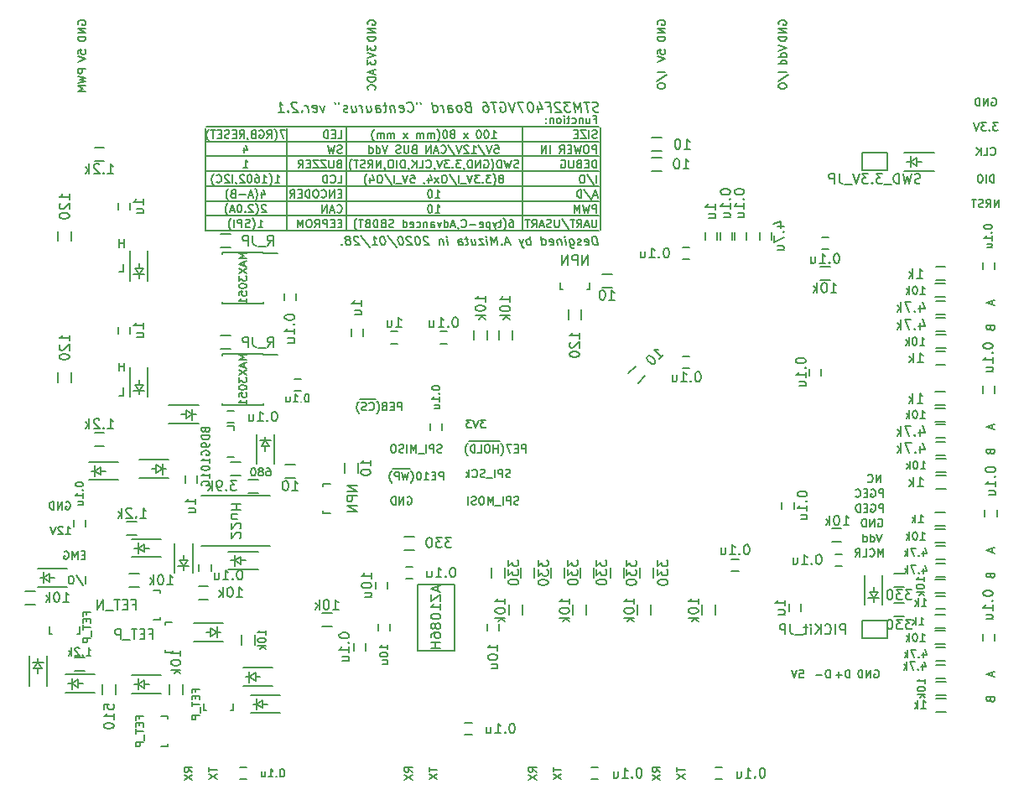
<source format=gbr>
G04 #@! TF.GenerationSoftware,KiCad,Pcbnew,(5.1.4)-1*
G04 #@! TF.CreationDate,2020-02-14T11:52:21+09:00*
G04 #@! TF.ProjectId,stm32f4_Centaurus,73746d33-3266-4345-9f43-656e74617572,rev?*
G04 #@! TF.SameCoordinates,Original*
G04 #@! TF.FileFunction,Legend,Bot*
G04 #@! TF.FilePolarity,Positive*
%FSLAX46Y46*%
G04 Gerber Fmt 4.6, Leading zero omitted, Abs format (unit mm)*
G04 Created by KiCad (PCBNEW (5.1.4)-1) date 2020-02-14 11:52:21*
%MOMM*%
%LPD*%
G04 APERTURE LIST*
%ADD10C,0.150000*%
%ADD11C,0.200000*%
G04 APERTURE END LIST*
D10*
X92266666Y-100111904D02*
X92266666Y-99311904D01*
X91961904Y-99311904D01*
X91885714Y-99350000D01*
X91847619Y-99388095D01*
X91809523Y-99464285D01*
X91809523Y-99578571D01*
X91847619Y-99654761D01*
X91885714Y-99692857D01*
X91961904Y-99730952D01*
X92266666Y-99730952D01*
X91466666Y-99692857D02*
X91200000Y-99692857D01*
X91085714Y-100111904D02*
X91466666Y-100111904D01*
X91466666Y-99311904D01*
X91085714Y-99311904D01*
X90628571Y-99654761D02*
X90704761Y-99616666D01*
X90742857Y-99578571D01*
X90780952Y-99502380D01*
X90780952Y-99464285D01*
X90742857Y-99388095D01*
X90704761Y-99350000D01*
X90628571Y-99311904D01*
X90476190Y-99311904D01*
X90400000Y-99350000D01*
X90361904Y-99388095D01*
X90323809Y-99464285D01*
X90323809Y-99502380D01*
X90361904Y-99578571D01*
X90400000Y-99616666D01*
X90476190Y-99654761D01*
X90628571Y-99654761D01*
X90704761Y-99692857D01*
X90742857Y-99730952D01*
X90780952Y-99807142D01*
X90780952Y-99959523D01*
X90742857Y-100035714D01*
X90704761Y-100073809D01*
X90628571Y-100111904D01*
X90476190Y-100111904D01*
X90400000Y-100073809D01*
X90361904Y-100035714D01*
X90323809Y-99959523D01*
X90323809Y-99807142D01*
X90361904Y-99730952D01*
X90400000Y-99692857D01*
X90476190Y-99654761D01*
X89752380Y-100416666D02*
X89790476Y-100378571D01*
X89866666Y-100264285D01*
X89904761Y-100188095D01*
X89942857Y-100073809D01*
X89980952Y-99883333D01*
X89980952Y-99730952D01*
X89942857Y-99540476D01*
X89904761Y-99426190D01*
X89866666Y-99350000D01*
X89790476Y-99235714D01*
X89752380Y-99197619D01*
X89638095Y-98979000D02*
X88838095Y-98979000D01*
X88990476Y-100035714D02*
X89028571Y-100073809D01*
X89142857Y-100111904D01*
X89219047Y-100111904D01*
X89333333Y-100073809D01*
X89409523Y-99997619D01*
X89447619Y-99921428D01*
X89485714Y-99769047D01*
X89485714Y-99654761D01*
X89447619Y-99502380D01*
X89409523Y-99426190D01*
X89333333Y-99350000D01*
X89219047Y-99311904D01*
X89142857Y-99311904D01*
X89028571Y-99350000D01*
X88990476Y-99388095D01*
X88838095Y-98979000D02*
X88076190Y-98979000D01*
X88685714Y-100073809D02*
X88571428Y-100111904D01*
X88380952Y-100111904D01*
X88304761Y-100073809D01*
X88266666Y-100035714D01*
X88228571Y-99959523D01*
X88228571Y-99883333D01*
X88266666Y-99807142D01*
X88304761Y-99769047D01*
X88380952Y-99730952D01*
X88533333Y-99692857D01*
X88609523Y-99654761D01*
X88647619Y-99616666D01*
X88685714Y-99540476D01*
X88685714Y-99464285D01*
X88647619Y-99388095D01*
X88609523Y-99350000D01*
X88533333Y-99311904D01*
X88342857Y-99311904D01*
X88228571Y-99350000D01*
X87961904Y-100416666D02*
X87923809Y-100378571D01*
X87847619Y-100264285D01*
X87809523Y-100188095D01*
X87771428Y-100073809D01*
X87733333Y-99883333D01*
X87733333Y-99730952D01*
X87771428Y-99540476D01*
X87809523Y-99426190D01*
X87847619Y-99350000D01*
X87923809Y-99235714D01*
X87961904Y-99197619D01*
X96321428Y-104323809D02*
X96207142Y-104361904D01*
X96016666Y-104361904D01*
X95940476Y-104323809D01*
X95902380Y-104285714D01*
X95864285Y-104209523D01*
X95864285Y-104133333D01*
X95902380Y-104057142D01*
X95940476Y-104019047D01*
X96016666Y-103980952D01*
X96169047Y-103942857D01*
X96245238Y-103904761D01*
X96283333Y-103866666D01*
X96321428Y-103790476D01*
X96321428Y-103714285D01*
X96283333Y-103638095D01*
X96245238Y-103600000D01*
X96169047Y-103561904D01*
X95978571Y-103561904D01*
X95864285Y-103600000D01*
X95521428Y-104361904D02*
X95521428Y-103561904D01*
X95216666Y-103561904D01*
X95140476Y-103600000D01*
X95102380Y-103638095D01*
X95064285Y-103714285D01*
X95064285Y-103828571D01*
X95102380Y-103904761D01*
X95140476Y-103942857D01*
X95216666Y-103980952D01*
X95521428Y-103980952D01*
X94721428Y-104361904D02*
X94721428Y-103561904D01*
X94530952Y-104438095D02*
X93921428Y-104438095D01*
X93730952Y-104361904D02*
X93730952Y-103561904D01*
X93464285Y-104133333D01*
X93197619Y-103561904D01*
X93197619Y-104361904D01*
X92816666Y-104361904D02*
X92816666Y-103561904D01*
X92473809Y-104323809D02*
X92359523Y-104361904D01*
X92169047Y-104361904D01*
X92092857Y-104323809D01*
X92054761Y-104285714D01*
X92016666Y-104209523D01*
X92016666Y-104133333D01*
X92054761Y-104057142D01*
X92092857Y-104019047D01*
X92169047Y-103980952D01*
X92321428Y-103942857D01*
X92397619Y-103904761D01*
X92435714Y-103866666D01*
X92473809Y-103790476D01*
X92473809Y-103714285D01*
X92435714Y-103638095D01*
X92397619Y-103600000D01*
X92321428Y-103561904D01*
X92130952Y-103561904D01*
X92016666Y-103600000D01*
X91521428Y-103561904D02*
X91369047Y-103561904D01*
X91292857Y-103600000D01*
X91216666Y-103676190D01*
X91178571Y-103828571D01*
X91178571Y-104095238D01*
X91216666Y-104247619D01*
X91292857Y-104323809D01*
X91369047Y-104361904D01*
X91521428Y-104361904D01*
X91597619Y-104323809D01*
X91673809Y-104247619D01*
X91711904Y-104095238D01*
X91711904Y-103828571D01*
X91673809Y-103676190D01*
X91597619Y-103600000D01*
X91521428Y-103561904D01*
X96473809Y-107111904D02*
X96473809Y-106311904D01*
X96169047Y-106311904D01*
X96092857Y-106350000D01*
X96054761Y-106388095D01*
X96016666Y-106464285D01*
X96016666Y-106578571D01*
X96054761Y-106654761D01*
X96092857Y-106692857D01*
X96169047Y-106730952D01*
X96473809Y-106730952D01*
X95673809Y-106692857D02*
X95407142Y-106692857D01*
X95292857Y-107111904D02*
X95673809Y-107111904D01*
X95673809Y-106311904D01*
X95292857Y-106311904D01*
X94530952Y-107111904D02*
X94988095Y-107111904D01*
X94759523Y-107111904D02*
X94759523Y-106311904D01*
X94835714Y-106426190D01*
X94911904Y-106502380D01*
X94988095Y-106540476D01*
X94035714Y-106311904D02*
X93959523Y-106311904D01*
X93883333Y-106350000D01*
X93845238Y-106388095D01*
X93807142Y-106464285D01*
X93769047Y-106616666D01*
X93769047Y-106807142D01*
X93807142Y-106959523D01*
X93845238Y-107035714D01*
X93883333Y-107073809D01*
X93959523Y-107111904D01*
X94035714Y-107111904D01*
X94111904Y-107073809D01*
X94150000Y-107035714D01*
X94188095Y-106959523D01*
X94226190Y-106807142D01*
X94226190Y-106616666D01*
X94188095Y-106464285D01*
X94150000Y-106388095D01*
X94111904Y-106350000D01*
X94035714Y-106311904D01*
X93197619Y-107416666D02*
X93235714Y-107378571D01*
X93311904Y-107264285D01*
X93350000Y-107188095D01*
X93388095Y-107073809D01*
X93426190Y-106883333D01*
X93426190Y-106730952D01*
X93388095Y-106540476D01*
X93350000Y-106426190D01*
X93311904Y-106350000D01*
X93235714Y-106235714D01*
X93197619Y-106197619D01*
X93083333Y-105979000D02*
X92169047Y-105979000D01*
X92969047Y-106311904D02*
X92778571Y-107111904D01*
X92626190Y-106540476D01*
X92473809Y-107111904D01*
X92283333Y-106311904D01*
X92169047Y-105979000D02*
X91369047Y-105979000D01*
X91978571Y-107111904D02*
X91978571Y-106311904D01*
X91673809Y-106311904D01*
X91597619Y-106350000D01*
X91559523Y-106388095D01*
X91521428Y-106464285D01*
X91521428Y-106578571D01*
X91559523Y-106654761D01*
X91597619Y-106692857D01*
X91673809Y-106730952D01*
X91978571Y-106730952D01*
X91254761Y-107416666D02*
X91216666Y-107378571D01*
X91140476Y-107264285D01*
X91102380Y-107188095D01*
X91064285Y-107073809D01*
X91026190Y-106883333D01*
X91026190Y-106730952D01*
X91064285Y-106540476D01*
X91102380Y-106426190D01*
X91140476Y-106350000D01*
X91216666Y-106235714D01*
X91254761Y-106197619D01*
X92859523Y-108850000D02*
X92935714Y-108811904D01*
X93050000Y-108811904D01*
X93164285Y-108850000D01*
X93240476Y-108926190D01*
X93278571Y-109002380D01*
X93316666Y-109154761D01*
X93316666Y-109269047D01*
X93278571Y-109421428D01*
X93240476Y-109497619D01*
X93164285Y-109573809D01*
X93050000Y-109611904D01*
X92973809Y-109611904D01*
X92859523Y-109573809D01*
X92821428Y-109535714D01*
X92821428Y-109269047D01*
X92973809Y-109269047D01*
X92478571Y-109611904D02*
X92478571Y-108811904D01*
X92021428Y-109611904D01*
X92021428Y-108811904D01*
X91640476Y-109611904D02*
X91640476Y-108811904D01*
X91450000Y-108811904D01*
X91335714Y-108850000D01*
X91259523Y-108926190D01*
X91221428Y-109002380D01*
X91183333Y-109154761D01*
X91183333Y-109269047D01*
X91221428Y-109421428D01*
X91259523Y-109497619D01*
X91335714Y-109573809D01*
X91450000Y-109611904D01*
X91640476Y-109611904D01*
X100740476Y-101061904D02*
X100245238Y-101061904D01*
X100511904Y-101366666D01*
X100397619Y-101366666D01*
X100321428Y-101404761D01*
X100283333Y-101442857D01*
X100245238Y-101519047D01*
X100245238Y-101709523D01*
X100283333Y-101785714D01*
X100321428Y-101823809D01*
X100397619Y-101861904D01*
X100626190Y-101861904D01*
X100702380Y-101823809D01*
X100740476Y-101785714D01*
X100016666Y-101061904D02*
X99750000Y-101861904D01*
X99483333Y-101061904D01*
X99292857Y-101061904D02*
X98797619Y-101061904D01*
X99064285Y-101366666D01*
X98950000Y-101366666D01*
X98873809Y-101404761D01*
X98835714Y-101442857D01*
X98797619Y-101519047D01*
X98797619Y-101709523D01*
X98835714Y-101785714D01*
X98873809Y-101823809D01*
X98950000Y-101861904D01*
X99178571Y-101861904D01*
X99254761Y-101823809D01*
X99292857Y-101785714D01*
X104797619Y-104361904D02*
X104797619Y-103561904D01*
X104492857Y-103561904D01*
X104416666Y-103600000D01*
X104378571Y-103638095D01*
X104340476Y-103714285D01*
X104340476Y-103828571D01*
X104378571Y-103904761D01*
X104416666Y-103942857D01*
X104492857Y-103980952D01*
X104797619Y-103980952D01*
X103997619Y-103942857D02*
X103730952Y-103942857D01*
X103616666Y-104361904D02*
X103997619Y-104361904D01*
X103997619Y-103561904D01*
X103616666Y-103561904D01*
X103350000Y-103561904D02*
X102816666Y-103561904D01*
X103159523Y-104361904D01*
X102283333Y-104666666D02*
X102321428Y-104628571D01*
X102397619Y-104514285D01*
X102435714Y-104438095D01*
X102473809Y-104323809D01*
X102511904Y-104133333D01*
X102511904Y-103980952D01*
X102473809Y-103790476D01*
X102435714Y-103676190D01*
X102397619Y-103600000D01*
X102321428Y-103485714D01*
X102283333Y-103447619D01*
X102169047Y-103229000D02*
X101330952Y-103229000D01*
X101978571Y-104361904D02*
X101978571Y-103561904D01*
X101978571Y-103942857D02*
X101521428Y-103942857D01*
X101521428Y-104361904D02*
X101521428Y-103561904D01*
X101330952Y-103229000D02*
X100492857Y-103229000D01*
X100988095Y-103561904D02*
X100835714Y-103561904D01*
X100759523Y-103600000D01*
X100683333Y-103676190D01*
X100645238Y-103828571D01*
X100645238Y-104095238D01*
X100683333Y-104247619D01*
X100759523Y-104323809D01*
X100835714Y-104361904D01*
X100988095Y-104361904D01*
X101064285Y-104323809D01*
X101140476Y-104247619D01*
X101178571Y-104095238D01*
X101178571Y-103828571D01*
X101140476Y-103676190D01*
X101064285Y-103600000D01*
X100988095Y-103561904D01*
X100492857Y-103229000D02*
X99845238Y-103229000D01*
X99921428Y-104361904D02*
X100302380Y-104361904D01*
X100302380Y-103561904D01*
X99845238Y-103229000D02*
X99045238Y-103229000D01*
X99654761Y-104361904D02*
X99654761Y-103561904D01*
X99464285Y-103561904D01*
X99350000Y-103600000D01*
X99273809Y-103676190D01*
X99235714Y-103752380D01*
X99197619Y-103904761D01*
X99197619Y-104019047D01*
X99235714Y-104171428D01*
X99273809Y-104247619D01*
X99350000Y-104323809D01*
X99464285Y-104361904D01*
X99654761Y-104361904D01*
X98930952Y-104666666D02*
X98892857Y-104628571D01*
X98816666Y-104514285D01*
X98778571Y-104438095D01*
X98740476Y-104323809D01*
X98702380Y-104133333D01*
X98702380Y-103980952D01*
X98740476Y-103790476D01*
X98778571Y-103676190D01*
X98816666Y-103600000D01*
X98892857Y-103485714D01*
X98930952Y-103447619D01*
X103228571Y-106823809D02*
X103114285Y-106861904D01*
X102923809Y-106861904D01*
X102847619Y-106823809D01*
X102809523Y-106785714D01*
X102771428Y-106709523D01*
X102771428Y-106633333D01*
X102809523Y-106557142D01*
X102847619Y-106519047D01*
X102923809Y-106480952D01*
X103076190Y-106442857D01*
X103152380Y-106404761D01*
X103190476Y-106366666D01*
X103228571Y-106290476D01*
X103228571Y-106214285D01*
X103190476Y-106138095D01*
X103152380Y-106100000D01*
X103076190Y-106061904D01*
X102885714Y-106061904D01*
X102771428Y-106100000D01*
X102428571Y-106861904D02*
X102428571Y-106061904D01*
X102123809Y-106061904D01*
X102047619Y-106100000D01*
X102009523Y-106138095D01*
X101971428Y-106214285D01*
X101971428Y-106328571D01*
X102009523Y-106404761D01*
X102047619Y-106442857D01*
X102123809Y-106480952D01*
X102428571Y-106480952D01*
X101628571Y-106861904D02*
X101628571Y-106061904D01*
X101438095Y-106938095D02*
X100828571Y-106938095D01*
X100676190Y-106823809D02*
X100561904Y-106861904D01*
X100371428Y-106861904D01*
X100295238Y-106823809D01*
X100257142Y-106785714D01*
X100219047Y-106709523D01*
X100219047Y-106633333D01*
X100257142Y-106557142D01*
X100295238Y-106519047D01*
X100371428Y-106480952D01*
X100523809Y-106442857D01*
X100599999Y-106404761D01*
X100638095Y-106366666D01*
X100676190Y-106290476D01*
X100676190Y-106214285D01*
X100638095Y-106138095D01*
X100599999Y-106100000D01*
X100523809Y-106061904D01*
X100333333Y-106061904D01*
X100219047Y-106100000D01*
X99419047Y-106785714D02*
X99457142Y-106823809D01*
X99571428Y-106861904D01*
X99647619Y-106861904D01*
X99761904Y-106823809D01*
X99838095Y-106747619D01*
X99876190Y-106671428D01*
X99914285Y-106519047D01*
X99914285Y-106404761D01*
X99876190Y-106252380D01*
X99838095Y-106176190D01*
X99761904Y-106100000D01*
X99647619Y-106061904D01*
X99571428Y-106061904D01*
X99457142Y-106100000D01*
X99419047Y-106138095D01*
X99076190Y-106861904D02*
X99076190Y-106061904D01*
X98999999Y-106557142D02*
X98771428Y-106861904D01*
X98771428Y-106328571D02*
X99076190Y-106633333D01*
X104071428Y-109573809D02*
X103957142Y-109611904D01*
X103766666Y-109611904D01*
X103690476Y-109573809D01*
X103652380Y-109535714D01*
X103614285Y-109459523D01*
X103614285Y-109383333D01*
X103652380Y-109307142D01*
X103690476Y-109269047D01*
X103766666Y-109230952D01*
X103919047Y-109192857D01*
X103995238Y-109154761D01*
X104033333Y-109116666D01*
X104071428Y-109040476D01*
X104071428Y-108964285D01*
X104033333Y-108888095D01*
X103995238Y-108850000D01*
X103919047Y-108811904D01*
X103728571Y-108811904D01*
X103614285Y-108850000D01*
X103271428Y-109611904D02*
X103271428Y-108811904D01*
X102966666Y-108811904D01*
X102890476Y-108850000D01*
X102852380Y-108888095D01*
X102814285Y-108964285D01*
X102814285Y-109078571D01*
X102852380Y-109154761D01*
X102890476Y-109192857D01*
X102966666Y-109230952D01*
X103271428Y-109230952D01*
X102471428Y-109611904D02*
X102471428Y-108811904D01*
X102280952Y-109688095D02*
X101671428Y-109688095D01*
X101480952Y-109611904D02*
X101480952Y-108811904D01*
X101214285Y-109383333D01*
X100947619Y-108811904D01*
X100947619Y-109611904D01*
X100414285Y-108811904D02*
X100261904Y-108811904D01*
X100185714Y-108850000D01*
X100109523Y-108926190D01*
X100071428Y-109078571D01*
X100071428Y-109345238D01*
X100109523Y-109497619D01*
X100185714Y-109573809D01*
X100261904Y-109611904D01*
X100414285Y-109611904D01*
X100490476Y-109573809D01*
X100566666Y-109497619D01*
X100604761Y-109345238D01*
X100604761Y-109078571D01*
X100566666Y-108926190D01*
X100490476Y-108850000D01*
X100414285Y-108811904D01*
X99766666Y-109573809D02*
X99652380Y-109611904D01*
X99461904Y-109611904D01*
X99385714Y-109573809D01*
X99347619Y-109535714D01*
X99309523Y-109459523D01*
X99309523Y-109383333D01*
X99347619Y-109307142D01*
X99385714Y-109269047D01*
X99461904Y-109230952D01*
X99614285Y-109192857D01*
X99690476Y-109154761D01*
X99728571Y-109116666D01*
X99766666Y-109040476D01*
X99766666Y-108964285D01*
X99728571Y-108888095D01*
X99690476Y-108850000D01*
X99614285Y-108811904D01*
X99423809Y-108811904D01*
X99309523Y-108850000D01*
X98966666Y-109611904D02*
X98966666Y-108811904D01*
D11*
X132402380Y-126311904D02*
X132783333Y-126311904D01*
X132821428Y-126692857D01*
X132783333Y-126654761D01*
X132707142Y-126616666D01*
X132516666Y-126616666D01*
X132440476Y-126654761D01*
X132402380Y-126692857D01*
X132364285Y-126769047D01*
X132364285Y-126959523D01*
X132402380Y-127035714D01*
X132440476Y-127073809D01*
X132516666Y-127111904D01*
X132707142Y-127111904D01*
X132783333Y-127073809D01*
X132821428Y-127035714D01*
X132135714Y-126311904D02*
X131869047Y-127111904D01*
X131602380Y-126311904D01*
X135504761Y-127111904D02*
X135504761Y-126311904D01*
X135314285Y-126311904D01*
X135200000Y-126350000D01*
X135123809Y-126426190D01*
X135085714Y-126502380D01*
X135047619Y-126654761D01*
X135047619Y-126769047D01*
X135085714Y-126921428D01*
X135123809Y-126997619D01*
X135200000Y-127073809D01*
X135314285Y-127111904D01*
X135504761Y-127111904D01*
X134704761Y-126807142D02*
X134095238Y-126807142D01*
X137504761Y-127111904D02*
X137504761Y-126311904D01*
X137314285Y-126311904D01*
X137200000Y-126350000D01*
X137123809Y-126426190D01*
X137085714Y-126502380D01*
X137047619Y-126654761D01*
X137047619Y-126769047D01*
X137085714Y-126921428D01*
X137123809Y-126997619D01*
X137200000Y-127073809D01*
X137314285Y-127111904D01*
X137504761Y-127111904D01*
X136704761Y-126807142D02*
X136095238Y-126807142D01*
X136400000Y-127111904D02*
X136400000Y-126502380D01*
X140009523Y-126350000D02*
X140085714Y-126311904D01*
X140200000Y-126311904D01*
X140314285Y-126350000D01*
X140390476Y-126426190D01*
X140428571Y-126502380D01*
X140466666Y-126654761D01*
X140466666Y-126769047D01*
X140428571Y-126921428D01*
X140390476Y-126997619D01*
X140314285Y-127073809D01*
X140200000Y-127111904D01*
X140123809Y-127111904D01*
X140009523Y-127073809D01*
X139971428Y-127035714D01*
X139971428Y-126769047D01*
X140123809Y-126769047D01*
X139628571Y-127111904D02*
X139628571Y-126311904D01*
X139171428Y-127111904D01*
X139171428Y-126311904D01*
X138790476Y-127111904D02*
X138790476Y-126311904D01*
X138600000Y-126311904D01*
X138485714Y-126350000D01*
X138409523Y-126426190D01*
X138371428Y-126502380D01*
X138333333Y-126654761D01*
X138333333Y-126769047D01*
X138371428Y-126921428D01*
X138409523Y-126997619D01*
X138485714Y-127073809D01*
X138600000Y-127111904D01*
X138790476Y-127111904D01*
X64228571Y-83611904D02*
X64228571Y-82811904D01*
X64228571Y-83192857D02*
X63771428Y-83192857D01*
X63771428Y-83611904D02*
X63771428Y-82811904D01*
X63752380Y-86111904D02*
X64133333Y-86111904D01*
X64133333Y-85311904D01*
X63752380Y-98611904D02*
X64133333Y-98611904D01*
X64133333Y-97811904D01*
X64228571Y-96111904D02*
X64228571Y-95311904D01*
X64228571Y-95692857D02*
X63771428Y-95692857D01*
X63771428Y-96111904D02*
X63771428Y-95311904D01*
X71111904Y-136616666D02*
X70730952Y-136350000D01*
X71111904Y-136159523D02*
X70311904Y-136159523D01*
X70311904Y-136464285D01*
X70350000Y-136540476D01*
X70388095Y-136578571D01*
X70464285Y-136616666D01*
X70578571Y-136616666D01*
X70654761Y-136578571D01*
X70692857Y-136540476D01*
X70730952Y-136464285D01*
X70730952Y-136159523D01*
X70311904Y-136883333D02*
X71111904Y-137416666D01*
X70311904Y-137416666D02*
X71111904Y-136883333D01*
X72811904Y-136140476D02*
X72811904Y-136597619D01*
X73611904Y-136369047D02*
X72811904Y-136369047D01*
X72811904Y-136788095D02*
X73611904Y-137321428D01*
X72811904Y-137321428D02*
X73611904Y-136788095D01*
X93361904Y-136616666D02*
X92980952Y-136350000D01*
X93361904Y-136159523D02*
X92561904Y-136159523D01*
X92561904Y-136464285D01*
X92600000Y-136540476D01*
X92638095Y-136578571D01*
X92714285Y-136616666D01*
X92828571Y-136616666D01*
X92904761Y-136578571D01*
X92942857Y-136540476D01*
X92980952Y-136464285D01*
X92980952Y-136159523D01*
X92561904Y-136883333D02*
X93361904Y-137416666D01*
X92561904Y-137416666D02*
X93361904Y-136883333D01*
X95061904Y-136140476D02*
X95061904Y-136597619D01*
X95861904Y-136369047D02*
X95061904Y-136369047D01*
X95061904Y-136788095D02*
X95861904Y-137321428D01*
X95061904Y-137321428D02*
X95861904Y-136788095D01*
X105861904Y-136616666D02*
X105480952Y-136350000D01*
X105861904Y-136159523D02*
X105061904Y-136159523D01*
X105061904Y-136464285D01*
X105100000Y-136540476D01*
X105138095Y-136578571D01*
X105214285Y-136616666D01*
X105328571Y-136616666D01*
X105404761Y-136578571D01*
X105442857Y-136540476D01*
X105480952Y-136464285D01*
X105480952Y-136159523D01*
X105061904Y-136883333D02*
X105861904Y-137416666D01*
X105061904Y-137416666D02*
X105861904Y-136883333D01*
X107561904Y-136140476D02*
X107561904Y-136597619D01*
X108361904Y-136369047D02*
X107561904Y-136369047D01*
X107561904Y-136788095D02*
X108361904Y-137321428D01*
X107561904Y-137321428D02*
X108361904Y-136788095D01*
X118361904Y-136616666D02*
X117980952Y-136350000D01*
X118361904Y-136159523D02*
X117561904Y-136159523D01*
X117561904Y-136464285D01*
X117600000Y-136540476D01*
X117638095Y-136578571D01*
X117714285Y-136616666D01*
X117828571Y-136616666D01*
X117904761Y-136578571D01*
X117942857Y-136540476D01*
X117980952Y-136464285D01*
X117980952Y-136159523D01*
X117561904Y-136883333D02*
X118361904Y-137416666D01*
X117561904Y-137416666D02*
X118361904Y-136883333D01*
X120061904Y-136140476D02*
X120061904Y-136597619D01*
X120861904Y-136369047D02*
X120061904Y-136369047D01*
X120061904Y-136788095D02*
X120861904Y-137321428D01*
X120061904Y-137321428D02*
X120861904Y-136788095D01*
X118061904Y-64097619D02*
X118061904Y-63716666D01*
X118442857Y-63678571D01*
X118404761Y-63716666D01*
X118366666Y-63792857D01*
X118366666Y-63983333D01*
X118404761Y-64059523D01*
X118442857Y-64097619D01*
X118519047Y-64135714D01*
X118709523Y-64135714D01*
X118785714Y-64097619D01*
X118823809Y-64059523D01*
X118861904Y-63983333D01*
X118861904Y-63792857D01*
X118823809Y-63716666D01*
X118785714Y-63678571D01*
X118061904Y-64364285D02*
X118861904Y-64630952D01*
X118061904Y-64897619D01*
X118861904Y-65911904D02*
X118061904Y-65911904D01*
X118023809Y-66864285D02*
X119052380Y-66178571D01*
X118061904Y-67283333D02*
X118061904Y-67435714D01*
X118100000Y-67511904D01*
X118176190Y-67588095D01*
X118328571Y-67626190D01*
X118595238Y-67626190D01*
X118747619Y-67588095D01*
X118823809Y-67511904D01*
X118861904Y-67435714D01*
X118861904Y-67283333D01*
X118823809Y-67207142D01*
X118747619Y-67130952D01*
X118595238Y-67092857D01*
X118328571Y-67092857D01*
X118176190Y-67130952D01*
X118100000Y-67207142D01*
X118061904Y-67283333D01*
X131111904Y-65911904D02*
X130311904Y-65911904D01*
X130273809Y-66864285D02*
X131302380Y-66178571D01*
X130311904Y-67283333D02*
X130311904Y-67435714D01*
X130350000Y-67511904D01*
X130426190Y-67588095D01*
X130578571Y-67626190D01*
X130845238Y-67626190D01*
X130997619Y-67588095D01*
X131073809Y-67511904D01*
X131111904Y-67435714D01*
X131111904Y-67283333D01*
X131073809Y-67207142D01*
X130997619Y-67130952D01*
X130845238Y-67092857D01*
X130578571Y-67092857D01*
X130426190Y-67130952D01*
X130350000Y-67207142D01*
X130311904Y-67283333D01*
X130311904Y-63259523D02*
X131111904Y-63526190D01*
X130311904Y-63792857D01*
X131111904Y-64402380D02*
X130311904Y-64402380D01*
X131073809Y-64402380D02*
X131111904Y-64326190D01*
X131111904Y-64173809D01*
X131073809Y-64097619D01*
X131035714Y-64059523D01*
X130959523Y-64021428D01*
X130730952Y-64021428D01*
X130654761Y-64059523D01*
X130616666Y-64097619D01*
X130578571Y-64173809D01*
X130578571Y-64326190D01*
X130616666Y-64402380D01*
X131111904Y-65126190D02*
X130311904Y-65126190D01*
X131073809Y-65126190D02*
X131111904Y-65050000D01*
X131111904Y-64897619D01*
X131073809Y-64821428D01*
X131035714Y-64783333D01*
X130959523Y-64745238D01*
X130730952Y-64745238D01*
X130654761Y-64783333D01*
X130616666Y-64821428D01*
X130578571Y-64897619D01*
X130578571Y-65050000D01*
X130616666Y-65126190D01*
X130350000Y-61140476D02*
X130311904Y-61064285D01*
X130311904Y-60950000D01*
X130350000Y-60835714D01*
X130426190Y-60759523D01*
X130502380Y-60721428D01*
X130654761Y-60683333D01*
X130769047Y-60683333D01*
X130921428Y-60721428D01*
X130997619Y-60759523D01*
X131073809Y-60835714D01*
X131111904Y-60950000D01*
X131111904Y-61026190D01*
X131073809Y-61140476D01*
X131035714Y-61178571D01*
X130769047Y-61178571D01*
X130769047Y-61026190D01*
X131111904Y-61521428D02*
X130311904Y-61521428D01*
X131111904Y-61978571D01*
X130311904Y-61978571D01*
X131111904Y-62359523D02*
X130311904Y-62359523D01*
X130311904Y-62550000D01*
X130350000Y-62664285D01*
X130426190Y-62740476D01*
X130502380Y-62778571D01*
X130654761Y-62816666D01*
X130769047Y-62816666D01*
X130921428Y-62778571D01*
X130997619Y-62740476D01*
X131073809Y-62664285D01*
X131111904Y-62550000D01*
X131111904Y-62359523D01*
X118100000Y-61140476D02*
X118061904Y-61064285D01*
X118061904Y-60950000D01*
X118100000Y-60835714D01*
X118176190Y-60759523D01*
X118252380Y-60721428D01*
X118404761Y-60683333D01*
X118519047Y-60683333D01*
X118671428Y-60721428D01*
X118747619Y-60759523D01*
X118823809Y-60835714D01*
X118861904Y-60950000D01*
X118861904Y-61026190D01*
X118823809Y-61140476D01*
X118785714Y-61178571D01*
X118519047Y-61178571D01*
X118519047Y-61026190D01*
X118861904Y-61521428D02*
X118061904Y-61521428D01*
X118861904Y-61978571D01*
X118061904Y-61978571D01*
X118861904Y-62359523D02*
X118061904Y-62359523D01*
X118061904Y-62550000D01*
X118100000Y-62664285D01*
X118176190Y-62740476D01*
X118252380Y-62778571D01*
X118404761Y-62816666D01*
X118519047Y-62816666D01*
X118671428Y-62778571D01*
X118747619Y-62740476D01*
X118823809Y-62664285D01*
X118861904Y-62550000D01*
X118861904Y-62359523D01*
X88850000Y-61140476D02*
X88811904Y-61064285D01*
X88811904Y-60950000D01*
X88850000Y-60835714D01*
X88926190Y-60759523D01*
X89002380Y-60721428D01*
X89154761Y-60683333D01*
X89269047Y-60683333D01*
X89421428Y-60721428D01*
X89497619Y-60759523D01*
X89573809Y-60835714D01*
X89611904Y-60950000D01*
X89611904Y-61026190D01*
X89573809Y-61140476D01*
X89535714Y-61178571D01*
X89269047Y-61178571D01*
X89269047Y-61026190D01*
X89611904Y-61521428D02*
X88811904Y-61521428D01*
X89611904Y-61978571D01*
X88811904Y-61978571D01*
X89611904Y-62359523D02*
X88811904Y-62359523D01*
X88811904Y-62550000D01*
X88850000Y-62664285D01*
X88926190Y-62740476D01*
X89002380Y-62778571D01*
X89154761Y-62816666D01*
X89269047Y-62816666D01*
X89421428Y-62778571D01*
X89497619Y-62740476D01*
X89573809Y-62664285D01*
X89611904Y-62550000D01*
X89611904Y-62359523D01*
X88811904Y-63259523D02*
X88811904Y-63754761D01*
X89116666Y-63488095D01*
X89116666Y-63602380D01*
X89154761Y-63678571D01*
X89192857Y-63716666D01*
X89269047Y-63754761D01*
X89459523Y-63754761D01*
X89535714Y-63716666D01*
X89573809Y-63678571D01*
X89611904Y-63602380D01*
X89611904Y-63373809D01*
X89573809Y-63297619D01*
X89535714Y-63259523D01*
X88811904Y-63983333D02*
X89611904Y-64250000D01*
X88811904Y-64516666D01*
X88811904Y-64707142D02*
X88811904Y-65202380D01*
X89116666Y-64935714D01*
X89116666Y-65050000D01*
X89154761Y-65126190D01*
X89192857Y-65164285D01*
X89269047Y-65202380D01*
X89459523Y-65202380D01*
X89535714Y-65164285D01*
X89573809Y-65126190D01*
X89611904Y-65050000D01*
X89611904Y-64821428D01*
X89573809Y-64745238D01*
X89535714Y-64707142D01*
X89383333Y-65759523D02*
X89383333Y-66140476D01*
X89611904Y-65683333D02*
X88811904Y-65950000D01*
X89611904Y-66216666D01*
X89611904Y-66483333D02*
X88811904Y-66483333D01*
X88811904Y-66673809D01*
X88850000Y-66788095D01*
X88926190Y-66864285D01*
X89002380Y-66902380D01*
X89154761Y-66940476D01*
X89269047Y-66940476D01*
X89421428Y-66902380D01*
X89497619Y-66864285D01*
X89573809Y-66788095D01*
X89611904Y-66673809D01*
X89611904Y-66483333D01*
X89535714Y-67740476D02*
X89573809Y-67702380D01*
X89611904Y-67588095D01*
X89611904Y-67511904D01*
X89573809Y-67397619D01*
X89497619Y-67321428D01*
X89421428Y-67283333D01*
X89269047Y-67245238D01*
X89154761Y-67245238D01*
X89002380Y-67283333D01*
X88926190Y-67321428D01*
X88850000Y-67397619D01*
X88811904Y-67511904D01*
X88811904Y-67588095D01*
X88850000Y-67702380D01*
X88888095Y-67740476D01*
X60361904Y-65626190D02*
X59561904Y-65626190D01*
X59561904Y-65930952D01*
X59600000Y-66007142D01*
X59638095Y-66045238D01*
X59714285Y-66083333D01*
X59828571Y-66083333D01*
X59904761Y-66045238D01*
X59942857Y-66007142D01*
X59980952Y-65930952D01*
X59980952Y-65626190D01*
X59561904Y-66350000D02*
X60361904Y-66540476D01*
X59790476Y-66692857D01*
X60361904Y-66845238D01*
X59561904Y-67035714D01*
X60361904Y-67340476D02*
X59561904Y-67340476D01*
X60133333Y-67607142D01*
X59561904Y-67873809D01*
X60361904Y-67873809D01*
X59600000Y-61140476D02*
X59561904Y-61064285D01*
X59561904Y-60950000D01*
X59600000Y-60835714D01*
X59676190Y-60759523D01*
X59752380Y-60721428D01*
X59904761Y-60683333D01*
X60019047Y-60683333D01*
X60171428Y-60721428D01*
X60247619Y-60759523D01*
X60323809Y-60835714D01*
X60361904Y-60950000D01*
X60361904Y-61026190D01*
X60323809Y-61140476D01*
X60285714Y-61178571D01*
X60019047Y-61178571D01*
X60019047Y-61026190D01*
X60361904Y-61521428D02*
X59561904Y-61521428D01*
X60361904Y-61978571D01*
X59561904Y-61978571D01*
X60361904Y-62359523D02*
X59561904Y-62359523D01*
X59561904Y-62550000D01*
X59600000Y-62664285D01*
X59676190Y-62740476D01*
X59752380Y-62778571D01*
X59904761Y-62816666D01*
X60019047Y-62816666D01*
X60171428Y-62778571D01*
X60247619Y-62740476D01*
X60323809Y-62664285D01*
X60361904Y-62550000D01*
X60361904Y-62359523D01*
X59561904Y-64097619D02*
X59561904Y-63716666D01*
X59942857Y-63678571D01*
X59904761Y-63716666D01*
X59866666Y-63792857D01*
X59866666Y-63983333D01*
X59904761Y-64059523D01*
X59942857Y-64097619D01*
X60019047Y-64135714D01*
X60209523Y-64135714D01*
X60285714Y-64097619D01*
X60323809Y-64059523D01*
X60361904Y-63983333D01*
X60361904Y-63792857D01*
X60323809Y-63716666D01*
X60285714Y-63678571D01*
X59561904Y-64364285D02*
X60361904Y-64630952D01*
X59561904Y-64897619D01*
X112177619Y-69924761D02*
X112040714Y-69972380D01*
X111802619Y-69972380D01*
X111701428Y-69924761D01*
X111647857Y-69877142D01*
X111588333Y-69781904D01*
X111576428Y-69686666D01*
X111612142Y-69591428D01*
X111653809Y-69543809D01*
X111743095Y-69496190D01*
X111927619Y-69448571D01*
X112016904Y-69400952D01*
X112058571Y-69353333D01*
X112094285Y-69258095D01*
X112082380Y-69162857D01*
X112022857Y-69067619D01*
X111969285Y-69020000D01*
X111868095Y-68972380D01*
X111630000Y-68972380D01*
X111493095Y-69020000D01*
X111201428Y-68972380D02*
X110630000Y-68972380D01*
X111040714Y-69972380D02*
X110915714Y-68972380D01*
X110421666Y-69972380D02*
X110296666Y-68972380D01*
X110052619Y-69686666D01*
X109630000Y-68972380D01*
X109755000Y-69972380D01*
X109249047Y-68972380D02*
X108630000Y-68972380D01*
X109010952Y-69353333D01*
X108868095Y-69353333D01*
X108778809Y-69400952D01*
X108737142Y-69448571D01*
X108701428Y-69543809D01*
X108731190Y-69781904D01*
X108790714Y-69877142D01*
X108844285Y-69924761D01*
X108945476Y-69972380D01*
X109231190Y-69972380D01*
X109320476Y-69924761D01*
X109362142Y-69877142D01*
X108260952Y-69067619D02*
X108207380Y-69020000D01*
X108106190Y-68972380D01*
X107868095Y-68972380D01*
X107778809Y-69020000D01*
X107737142Y-69067619D01*
X107701428Y-69162857D01*
X107713333Y-69258095D01*
X107778809Y-69400952D01*
X108421666Y-69972380D01*
X107802619Y-69972380D01*
X106975238Y-69448571D02*
X107308571Y-69448571D01*
X107374047Y-69972380D02*
X107249047Y-68972380D01*
X106772857Y-68972380D01*
X106005000Y-69305714D02*
X106088333Y-69972380D01*
X106195476Y-68924761D02*
X106522857Y-69639047D01*
X105903809Y-69639047D01*
X105249047Y-68972380D02*
X105153809Y-68972380D01*
X105064523Y-69020000D01*
X105022857Y-69067619D01*
X104987142Y-69162857D01*
X104963333Y-69353333D01*
X104993095Y-69591428D01*
X105064523Y-69781904D01*
X105124047Y-69877142D01*
X105177619Y-69924761D01*
X105278809Y-69972380D01*
X105374047Y-69972380D01*
X105463333Y-69924761D01*
X105505000Y-69877142D01*
X105540714Y-69781904D01*
X105564523Y-69591428D01*
X105534761Y-69353333D01*
X105463333Y-69162857D01*
X105403809Y-69067619D01*
X105350238Y-69020000D01*
X105249047Y-68972380D01*
X104582380Y-68972380D02*
X103915714Y-68972380D01*
X104469285Y-69972380D01*
X103677619Y-68972380D02*
X103469285Y-69972380D01*
X103010952Y-68972380D01*
X102159761Y-69020000D02*
X102249047Y-68972380D01*
X102391904Y-68972380D01*
X102540714Y-69020000D01*
X102647857Y-69115238D01*
X102707380Y-69210476D01*
X102778809Y-69400952D01*
X102796666Y-69543809D01*
X102772857Y-69734285D01*
X102737142Y-69829523D01*
X102653809Y-69924761D01*
X102516904Y-69972380D01*
X102421666Y-69972380D01*
X102272857Y-69924761D01*
X102219285Y-69877142D01*
X102177619Y-69543809D01*
X102368095Y-69543809D01*
X101820476Y-68972380D02*
X101249047Y-68972380D01*
X101659761Y-69972380D02*
X101534761Y-68972380D01*
X100487142Y-68972380D02*
X100677619Y-68972380D01*
X100778809Y-69020000D01*
X100832380Y-69067619D01*
X100945476Y-69210476D01*
X101016904Y-69400952D01*
X101064523Y-69781904D01*
X101028809Y-69877142D01*
X100987142Y-69924761D01*
X100897857Y-69972380D01*
X100707380Y-69972380D01*
X100606190Y-69924761D01*
X100552619Y-69877142D01*
X100493095Y-69781904D01*
X100463333Y-69543809D01*
X100499047Y-69448571D01*
X100540714Y-69400952D01*
X100630000Y-69353333D01*
X100820476Y-69353333D01*
X100921666Y-69400952D01*
X100975238Y-69448571D01*
X101034761Y-69543809D01*
X98927619Y-69448571D02*
X98790714Y-69496190D01*
X98749047Y-69543809D01*
X98713333Y-69639047D01*
X98731190Y-69781904D01*
X98790714Y-69877142D01*
X98844285Y-69924761D01*
X98945476Y-69972380D01*
X99326428Y-69972380D01*
X99201428Y-68972380D01*
X98868095Y-68972380D01*
X98778809Y-69020000D01*
X98737142Y-69067619D01*
X98701428Y-69162857D01*
X98713333Y-69258095D01*
X98772857Y-69353333D01*
X98826428Y-69400952D01*
X98927619Y-69448571D01*
X99260952Y-69448571D01*
X98183571Y-69972380D02*
X98272857Y-69924761D01*
X98314523Y-69877142D01*
X98350238Y-69781904D01*
X98314523Y-69496190D01*
X98255000Y-69400952D01*
X98201428Y-69353333D01*
X98100238Y-69305714D01*
X97957380Y-69305714D01*
X97868095Y-69353333D01*
X97826428Y-69400952D01*
X97790714Y-69496190D01*
X97826428Y-69781904D01*
X97885952Y-69877142D01*
X97939523Y-69924761D01*
X98040714Y-69972380D01*
X98183571Y-69972380D01*
X96993095Y-69972380D02*
X96927619Y-69448571D01*
X96963333Y-69353333D01*
X97052619Y-69305714D01*
X97243095Y-69305714D01*
X97344285Y-69353333D01*
X96987142Y-69924761D02*
X97088333Y-69972380D01*
X97326428Y-69972380D01*
X97415714Y-69924761D01*
X97451428Y-69829523D01*
X97439523Y-69734285D01*
X97380000Y-69639047D01*
X97278809Y-69591428D01*
X97040714Y-69591428D01*
X96939523Y-69543809D01*
X96516904Y-69972380D02*
X96433571Y-69305714D01*
X96457380Y-69496190D02*
X96397857Y-69400952D01*
X96344285Y-69353333D01*
X96243095Y-69305714D01*
X96147857Y-69305714D01*
X95469285Y-69972380D02*
X95344285Y-68972380D01*
X95463333Y-69924761D02*
X95564523Y-69972380D01*
X95755000Y-69972380D01*
X95844285Y-69924761D01*
X95885952Y-69877142D01*
X95921666Y-69781904D01*
X95885952Y-69496190D01*
X95826428Y-69400952D01*
X95772857Y-69353333D01*
X95671666Y-69305714D01*
X95481190Y-69305714D01*
X95391904Y-69353333D01*
X94153809Y-68972380D02*
X94177619Y-69162857D01*
X93772857Y-68972380D02*
X93796666Y-69162857D01*
X92885952Y-69877142D02*
X92939523Y-69924761D01*
X93088333Y-69972380D01*
X93183571Y-69972380D01*
X93320476Y-69924761D01*
X93403809Y-69829523D01*
X93439523Y-69734285D01*
X93463333Y-69543809D01*
X93445476Y-69400952D01*
X93374047Y-69210476D01*
X93314523Y-69115238D01*
X93207380Y-69020000D01*
X93058571Y-68972380D01*
X92963333Y-68972380D01*
X92826428Y-69020000D01*
X92784761Y-69067619D01*
X92082380Y-69924761D02*
X92183571Y-69972380D01*
X92374047Y-69972380D01*
X92463333Y-69924761D01*
X92499047Y-69829523D01*
X92451428Y-69448571D01*
X92391904Y-69353333D01*
X92290714Y-69305714D01*
X92100238Y-69305714D01*
X92010952Y-69353333D01*
X91975238Y-69448571D01*
X91987142Y-69543809D01*
X92475238Y-69639047D01*
X91528809Y-69305714D02*
X91612142Y-69972380D01*
X91540714Y-69400952D02*
X91487142Y-69353333D01*
X91385952Y-69305714D01*
X91243095Y-69305714D01*
X91153809Y-69353333D01*
X91118095Y-69448571D01*
X91183571Y-69972380D01*
X90766904Y-69305714D02*
X90385952Y-69305714D01*
X90582380Y-68972380D02*
X90689523Y-69829523D01*
X90653809Y-69924761D01*
X90564523Y-69972380D01*
X90469285Y-69972380D01*
X89707380Y-69972380D02*
X89641904Y-69448571D01*
X89677619Y-69353333D01*
X89766904Y-69305714D01*
X89957380Y-69305714D01*
X90058571Y-69353333D01*
X89701428Y-69924761D02*
X89802619Y-69972380D01*
X90040714Y-69972380D01*
X90130000Y-69924761D01*
X90165714Y-69829523D01*
X90153809Y-69734285D01*
X90094285Y-69639047D01*
X89993095Y-69591428D01*
X89755000Y-69591428D01*
X89653809Y-69543809D01*
X88719285Y-69305714D02*
X88802619Y-69972380D01*
X89147857Y-69305714D02*
X89213333Y-69829523D01*
X89177619Y-69924761D01*
X89088333Y-69972380D01*
X88945476Y-69972380D01*
X88844285Y-69924761D01*
X88790714Y-69877142D01*
X88326428Y-69972380D02*
X88243095Y-69305714D01*
X88266904Y-69496190D02*
X88207380Y-69400952D01*
X88153809Y-69353333D01*
X88052619Y-69305714D01*
X87957380Y-69305714D01*
X87195476Y-69305714D02*
X87278809Y-69972380D01*
X87624047Y-69305714D02*
X87689523Y-69829523D01*
X87653809Y-69924761D01*
X87564523Y-69972380D01*
X87421666Y-69972380D01*
X87320476Y-69924761D01*
X87266904Y-69877142D01*
X86844285Y-69924761D02*
X86755000Y-69972380D01*
X86564523Y-69972380D01*
X86463333Y-69924761D01*
X86403809Y-69829523D01*
X86397857Y-69781904D01*
X86433571Y-69686666D01*
X86522857Y-69639047D01*
X86665714Y-69639047D01*
X86755000Y-69591428D01*
X86790714Y-69496190D01*
X86784761Y-69448571D01*
X86725238Y-69353333D01*
X86624047Y-69305714D01*
X86481190Y-69305714D01*
X86391904Y-69353333D01*
X85915714Y-68972380D02*
X85939523Y-69162857D01*
X85534761Y-68972380D02*
X85558571Y-69162857D01*
X84481190Y-69305714D02*
X84326428Y-69972380D01*
X84005000Y-69305714D01*
X83320476Y-69924761D02*
X83421666Y-69972380D01*
X83612142Y-69972380D01*
X83701428Y-69924761D01*
X83737142Y-69829523D01*
X83689523Y-69448571D01*
X83630000Y-69353333D01*
X83528809Y-69305714D01*
X83338333Y-69305714D01*
X83249047Y-69353333D01*
X83213333Y-69448571D01*
X83225238Y-69543809D01*
X83713333Y-69639047D01*
X82850238Y-69972380D02*
X82766904Y-69305714D01*
X82790714Y-69496190D02*
X82731190Y-69400952D01*
X82677619Y-69353333D01*
X82576428Y-69305714D01*
X82481190Y-69305714D01*
X82219285Y-69877142D02*
X82177619Y-69924761D01*
X82231190Y-69972380D01*
X82272857Y-69924761D01*
X82219285Y-69877142D01*
X82231190Y-69972380D01*
X81689523Y-69067619D02*
X81635952Y-69020000D01*
X81534761Y-68972380D01*
X81296666Y-68972380D01*
X81207380Y-69020000D01*
X81165714Y-69067619D01*
X81130000Y-69162857D01*
X81141904Y-69258095D01*
X81207380Y-69400952D01*
X81850238Y-69972380D01*
X81231190Y-69972380D01*
X80790714Y-69877142D02*
X80749047Y-69924761D01*
X80802619Y-69972380D01*
X80844285Y-69924761D01*
X80790714Y-69877142D01*
X80802619Y-69972380D01*
X79802619Y-69972380D02*
X80374047Y-69972380D01*
X80088333Y-69972380D02*
X79963333Y-68972380D01*
X80076428Y-69115238D01*
X80183571Y-69210476D01*
X80284761Y-69258095D01*
X140890476Y-114861904D02*
X140890476Y-114061904D01*
X140623809Y-114633333D01*
X140357142Y-114061904D01*
X140357142Y-114861904D01*
X139519047Y-114785714D02*
X139557142Y-114823809D01*
X139671428Y-114861904D01*
X139747619Y-114861904D01*
X139861904Y-114823809D01*
X139938095Y-114747619D01*
X139976190Y-114671428D01*
X140014285Y-114519047D01*
X140014285Y-114404761D01*
X139976190Y-114252380D01*
X139938095Y-114176190D01*
X139861904Y-114100000D01*
X139747619Y-114061904D01*
X139671428Y-114061904D01*
X139557142Y-114100000D01*
X139519047Y-114138095D01*
X138795238Y-114861904D02*
X139176190Y-114861904D01*
X139176190Y-114061904D01*
X138071428Y-114861904D02*
X138338095Y-114480952D01*
X138528571Y-114861904D02*
X138528571Y-114061904D01*
X138223809Y-114061904D01*
X138147619Y-114100000D01*
X138109523Y-114138095D01*
X138071428Y-114214285D01*
X138071428Y-114328571D01*
X138109523Y-114404761D01*
X138147619Y-114442857D01*
X138223809Y-114480952D01*
X138528571Y-114480952D01*
X140740476Y-112561904D02*
X140473809Y-113361904D01*
X140207142Y-112561904D01*
X139597619Y-113361904D02*
X139597619Y-112561904D01*
X139597619Y-113323809D02*
X139673809Y-113361904D01*
X139826190Y-113361904D01*
X139902380Y-113323809D01*
X139940476Y-113285714D01*
X139978571Y-113209523D01*
X139978571Y-112980952D01*
X139940476Y-112904761D01*
X139902380Y-112866666D01*
X139826190Y-112828571D01*
X139673809Y-112828571D01*
X139597619Y-112866666D01*
X138873809Y-113361904D02*
X138873809Y-112561904D01*
X138873809Y-113323809D02*
X138950000Y-113361904D01*
X139102380Y-113361904D01*
X139178571Y-113323809D01*
X139216666Y-113285714D01*
X139254761Y-113209523D01*
X139254761Y-112980952D01*
X139216666Y-112904761D01*
X139178571Y-112866666D01*
X139102380Y-112828571D01*
X138950000Y-112828571D01*
X138873809Y-112866666D01*
X140359523Y-111100000D02*
X140435714Y-111061904D01*
X140550000Y-111061904D01*
X140664285Y-111100000D01*
X140740476Y-111176190D01*
X140778571Y-111252380D01*
X140816666Y-111404761D01*
X140816666Y-111519047D01*
X140778571Y-111671428D01*
X140740476Y-111747619D01*
X140664285Y-111823809D01*
X140550000Y-111861904D01*
X140473809Y-111861904D01*
X140359523Y-111823809D01*
X140321428Y-111785714D01*
X140321428Y-111519047D01*
X140473809Y-111519047D01*
X139978571Y-111861904D02*
X139978571Y-111061904D01*
X139521428Y-111861904D01*
X139521428Y-111061904D01*
X139140476Y-111861904D02*
X139140476Y-111061904D01*
X138950000Y-111061904D01*
X138835714Y-111100000D01*
X138759523Y-111176190D01*
X138721428Y-111252380D01*
X138683333Y-111404761D01*
X138683333Y-111519047D01*
X138721428Y-111671428D01*
X138759523Y-111747619D01*
X138835714Y-111823809D01*
X138950000Y-111861904D01*
X139140476Y-111861904D01*
X140871428Y-110361904D02*
X140871428Y-109561904D01*
X140566666Y-109561904D01*
X140490476Y-109600000D01*
X140452380Y-109638095D01*
X140414285Y-109714285D01*
X140414285Y-109828571D01*
X140452380Y-109904761D01*
X140490476Y-109942857D01*
X140566666Y-109980952D01*
X140871428Y-109980952D01*
X139652380Y-109600000D02*
X139728571Y-109561904D01*
X139842857Y-109561904D01*
X139957142Y-109600000D01*
X140033333Y-109676190D01*
X140071428Y-109752380D01*
X140109523Y-109904761D01*
X140109523Y-110019047D01*
X140071428Y-110171428D01*
X140033333Y-110247619D01*
X139957142Y-110323809D01*
X139842857Y-110361904D01*
X139766666Y-110361904D01*
X139652380Y-110323809D01*
X139614285Y-110285714D01*
X139614285Y-110019047D01*
X139766666Y-110019047D01*
X139271428Y-109942857D02*
X139004761Y-109942857D01*
X138890476Y-110361904D02*
X139271428Y-110361904D01*
X139271428Y-109561904D01*
X138890476Y-109561904D01*
X138547619Y-110361904D02*
X138547619Y-109561904D01*
X138357142Y-109561904D01*
X138242857Y-109600000D01*
X138166666Y-109676190D01*
X138128571Y-109752380D01*
X138090476Y-109904761D01*
X138090476Y-110019047D01*
X138128571Y-110171428D01*
X138166666Y-110247619D01*
X138242857Y-110323809D01*
X138357142Y-110361904D01*
X138547619Y-110361904D01*
X140871428Y-108861904D02*
X140871428Y-108061904D01*
X140566666Y-108061904D01*
X140490476Y-108100000D01*
X140452380Y-108138095D01*
X140414285Y-108214285D01*
X140414285Y-108328571D01*
X140452380Y-108404761D01*
X140490476Y-108442857D01*
X140566666Y-108480952D01*
X140871428Y-108480952D01*
X139652380Y-108100000D02*
X139728571Y-108061904D01*
X139842857Y-108061904D01*
X139957142Y-108100000D01*
X140033333Y-108176190D01*
X140071428Y-108252380D01*
X140109523Y-108404761D01*
X140109523Y-108519047D01*
X140071428Y-108671428D01*
X140033333Y-108747619D01*
X139957142Y-108823809D01*
X139842857Y-108861904D01*
X139766666Y-108861904D01*
X139652380Y-108823809D01*
X139614285Y-108785714D01*
X139614285Y-108519047D01*
X139766666Y-108519047D01*
X139271428Y-108442857D02*
X139004761Y-108442857D01*
X138890476Y-108861904D02*
X139271428Y-108861904D01*
X139271428Y-108061904D01*
X138890476Y-108061904D01*
X138090476Y-108785714D02*
X138128571Y-108823809D01*
X138242857Y-108861904D01*
X138319047Y-108861904D01*
X138433333Y-108823809D01*
X138509523Y-108747619D01*
X138547619Y-108671428D01*
X138585714Y-108519047D01*
X138585714Y-108404761D01*
X138547619Y-108252380D01*
X138509523Y-108176190D01*
X138433333Y-108100000D01*
X138319047Y-108061904D01*
X138242857Y-108061904D01*
X138128571Y-108100000D01*
X138090476Y-108138095D01*
X140628571Y-107361904D02*
X140628571Y-106561904D01*
X140171428Y-107361904D01*
X140171428Y-106561904D01*
X139333333Y-107285714D02*
X139371428Y-107323809D01*
X139485714Y-107361904D01*
X139561904Y-107361904D01*
X139676190Y-107323809D01*
X139752380Y-107247619D01*
X139790476Y-107171428D01*
X139828571Y-107019047D01*
X139828571Y-106904761D01*
X139790476Y-106752380D01*
X139752380Y-106676190D01*
X139676190Y-106600000D01*
X139561904Y-106561904D01*
X139485714Y-106561904D01*
X139371428Y-106600000D01*
X139333333Y-106638095D01*
X151692857Y-129307142D02*
X151730952Y-129421428D01*
X151769047Y-129459523D01*
X151845238Y-129497619D01*
X151959523Y-129497619D01*
X152035714Y-129459523D01*
X152073809Y-129421428D01*
X152111904Y-129345238D01*
X152111904Y-129040476D01*
X151311904Y-129040476D01*
X151311904Y-129307142D01*
X151350000Y-129383333D01*
X151388095Y-129421428D01*
X151464285Y-129459523D01*
X151540476Y-129459523D01*
X151616666Y-129421428D01*
X151654761Y-129383333D01*
X151692857Y-129307142D01*
X151692857Y-129040476D01*
X151883333Y-126559523D02*
X151883333Y-126940476D01*
X152111904Y-126483333D02*
X151311904Y-126750000D01*
X152111904Y-127016666D01*
X151692857Y-116807142D02*
X151730952Y-116921428D01*
X151769047Y-116959523D01*
X151845238Y-116997619D01*
X151959523Y-116997619D01*
X152035714Y-116959523D01*
X152073809Y-116921428D01*
X152111904Y-116845238D01*
X152111904Y-116540476D01*
X151311904Y-116540476D01*
X151311904Y-116807142D01*
X151350000Y-116883333D01*
X151388095Y-116921428D01*
X151464285Y-116959523D01*
X151540476Y-116959523D01*
X151616666Y-116921428D01*
X151654761Y-116883333D01*
X151692857Y-116807142D01*
X151692857Y-116540476D01*
X151883333Y-114059523D02*
X151883333Y-114440476D01*
X152111904Y-113983333D02*
X151311904Y-114250000D01*
X152111904Y-114516666D01*
X151692857Y-104307142D02*
X151730952Y-104421428D01*
X151769047Y-104459523D01*
X151845238Y-104497619D01*
X151959523Y-104497619D01*
X152035714Y-104459523D01*
X152073809Y-104421428D01*
X152111904Y-104345238D01*
X152111904Y-104040476D01*
X151311904Y-104040476D01*
X151311904Y-104307142D01*
X151350000Y-104383333D01*
X151388095Y-104421428D01*
X151464285Y-104459523D01*
X151540476Y-104459523D01*
X151616666Y-104421428D01*
X151654761Y-104383333D01*
X151692857Y-104307142D01*
X151692857Y-104040476D01*
X151883333Y-101559523D02*
X151883333Y-101940476D01*
X152111904Y-101483333D02*
X151311904Y-101750000D01*
X152111904Y-102016666D01*
X77776190Y-81611904D02*
X78233333Y-81611904D01*
X78004761Y-81611904D02*
X78004761Y-80811904D01*
X78080952Y-80926190D01*
X78157142Y-81002380D01*
X78233333Y-81040476D01*
X77204761Y-81916666D02*
X77242857Y-81878571D01*
X77319047Y-81764285D01*
X77357142Y-81688095D01*
X77395238Y-81573809D01*
X77433333Y-81383333D01*
X77433333Y-81230952D01*
X77395238Y-81040476D01*
X77357142Y-80926190D01*
X77319047Y-80850000D01*
X77242857Y-80735714D01*
X77204761Y-80697619D01*
X76938095Y-81573809D02*
X76823809Y-81611904D01*
X76633333Y-81611904D01*
X76557142Y-81573809D01*
X76519047Y-81535714D01*
X76480952Y-81459523D01*
X76480952Y-81383333D01*
X76519047Y-81307142D01*
X76557142Y-81269047D01*
X76633333Y-81230952D01*
X76785714Y-81192857D01*
X76861904Y-81154761D01*
X76900000Y-81116666D01*
X76938095Y-81040476D01*
X76938095Y-80964285D01*
X76900000Y-80888095D01*
X76861904Y-80850000D01*
X76785714Y-80811904D01*
X76595238Y-80811904D01*
X76480952Y-80850000D01*
X76138095Y-81611904D02*
X76138095Y-80811904D01*
X75833333Y-80811904D01*
X75757142Y-80850000D01*
X75719047Y-80888095D01*
X75680952Y-80964285D01*
X75680952Y-81078571D01*
X75719047Y-81154761D01*
X75757142Y-81192857D01*
X75833333Y-81230952D01*
X76138095Y-81230952D01*
X75338095Y-81611904D02*
X75338095Y-80811904D01*
X75033333Y-81916666D02*
X74995238Y-81878571D01*
X74919047Y-81764285D01*
X74880952Y-81688095D01*
X74842857Y-81573809D01*
X74804761Y-81383333D01*
X74804761Y-81230952D01*
X74842857Y-81040476D01*
X74880952Y-80926190D01*
X74919047Y-80850000D01*
X74995238Y-80735714D01*
X75033333Y-80697619D01*
X78557142Y-79388095D02*
X78519047Y-79350000D01*
X78442857Y-79311904D01*
X78252380Y-79311904D01*
X78176190Y-79350000D01*
X78138095Y-79388095D01*
X78100000Y-79464285D01*
X78100000Y-79540476D01*
X78138095Y-79654761D01*
X78595238Y-80111904D01*
X78100000Y-80111904D01*
X77528571Y-80416666D02*
X77566666Y-80378571D01*
X77642857Y-80264285D01*
X77680952Y-80188095D01*
X77719047Y-80073809D01*
X77757142Y-79883333D01*
X77757142Y-79730952D01*
X77719047Y-79540476D01*
X77680952Y-79426190D01*
X77642857Y-79350000D01*
X77566666Y-79235714D01*
X77528571Y-79197619D01*
X77261904Y-79388095D02*
X77223809Y-79350000D01*
X77147619Y-79311904D01*
X76957142Y-79311904D01*
X76880952Y-79350000D01*
X76842857Y-79388095D01*
X76804761Y-79464285D01*
X76804761Y-79540476D01*
X76842857Y-79654761D01*
X77300000Y-80111904D01*
X76804761Y-80111904D01*
X76461904Y-80035714D02*
X76423809Y-80073809D01*
X76461904Y-80111904D01*
X76500000Y-80073809D01*
X76461904Y-80035714D01*
X76461904Y-80111904D01*
X75928571Y-79311904D02*
X75852380Y-79311904D01*
X75776190Y-79350000D01*
X75738095Y-79388095D01*
X75700000Y-79464285D01*
X75661904Y-79616666D01*
X75661904Y-79807142D01*
X75700000Y-79959523D01*
X75738095Y-80035714D01*
X75776190Y-80073809D01*
X75852380Y-80111904D01*
X75928571Y-80111904D01*
X76004761Y-80073809D01*
X76042857Y-80035714D01*
X76080952Y-79959523D01*
X76119047Y-79807142D01*
X76119047Y-79616666D01*
X76080952Y-79464285D01*
X76042857Y-79388095D01*
X76004761Y-79350000D01*
X75928571Y-79311904D01*
X75357142Y-79883333D02*
X74976190Y-79883333D01*
X75433333Y-80111904D02*
X75166666Y-79311904D01*
X74900000Y-80111904D01*
X74709523Y-80416666D02*
X74671428Y-80378571D01*
X74595238Y-80264285D01*
X74557142Y-80188095D01*
X74519047Y-80073809D01*
X74480952Y-79883333D01*
X74480952Y-79730952D01*
X74519047Y-79540476D01*
X74557142Y-79426190D01*
X74595238Y-79350000D01*
X74671428Y-79235714D01*
X74709523Y-79197619D01*
X80688095Y-71630000D02*
X80688095Y-72239523D01*
X80688095Y-72239523D02*
X80688095Y-72849047D01*
X80688095Y-72849047D02*
X80688095Y-73458571D01*
X80688095Y-73458571D02*
X80688095Y-74068095D01*
X80688095Y-74068095D02*
X80688095Y-74677619D01*
X80688095Y-74677619D02*
X80688095Y-75287142D01*
X80688095Y-75287142D02*
X80688095Y-75896666D01*
X80688095Y-75896666D02*
X80688095Y-76506190D01*
X80688095Y-76506190D02*
X80688095Y-77115714D01*
X80688095Y-77115714D02*
X80688095Y-77725238D01*
X80688095Y-77725238D02*
X80688095Y-78334761D01*
X80688095Y-78334761D02*
X80688095Y-78944285D01*
X80688095Y-78944285D02*
X80688095Y-79553809D01*
X80688095Y-79553809D02*
X80688095Y-80163333D01*
X80688095Y-80163333D02*
X80688095Y-80772857D01*
X80688095Y-80772857D02*
X80688095Y-81382380D01*
X80688095Y-81382380D02*
X80688095Y-81991904D01*
X112298095Y-71500000D02*
X112298095Y-72109523D01*
X112298095Y-72109523D02*
X112298095Y-72719047D01*
X112298095Y-72719047D02*
X112298095Y-73328571D01*
X112298095Y-73328571D02*
X112298095Y-73938095D01*
X112298095Y-73938095D02*
X112298095Y-74547619D01*
X112298095Y-74547619D02*
X112298095Y-75157142D01*
X112298095Y-75157142D02*
X112298095Y-75766666D01*
X112298095Y-75766666D02*
X112298095Y-76376190D01*
X112298095Y-76376190D02*
X112298095Y-76985714D01*
X112298095Y-76985714D02*
X112298095Y-77595238D01*
X112298095Y-77595238D02*
X112298095Y-78204761D01*
X112298095Y-78204761D02*
X112298095Y-78814285D01*
X112298095Y-78814285D02*
X112298095Y-79423809D01*
X112298095Y-79423809D02*
X112298095Y-80033333D01*
X112298095Y-80033333D02*
X112298095Y-80642857D01*
X112298095Y-80642857D02*
X112298095Y-81252380D01*
X112298095Y-81252380D02*
X112298095Y-81861904D01*
X112130000Y-81958095D02*
X111520476Y-81958095D01*
X111520476Y-81958095D02*
X110910952Y-81958095D01*
X110910952Y-81958095D02*
X110301428Y-81958095D01*
X110301428Y-81958095D02*
X109691904Y-81958095D01*
X109691904Y-81958095D02*
X109082380Y-81958095D01*
X109082380Y-81958095D02*
X108472857Y-81958095D01*
X108472857Y-81958095D02*
X107863333Y-81958095D01*
X107863333Y-81958095D02*
X107253809Y-81958095D01*
X107253809Y-81958095D02*
X106644285Y-81958095D01*
X106644285Y-81958095D02*
X106034761Y-81958095D01*
X106034761Y-81958095D02*
X105425238Y-81958095D01*
X105425238Y-81958095D02*
X104815714Y-81958095D01*
X104815714Y-81958095D02*
X104206190Y-81958095D01*
X104206190Y-81958095D02*
X103596666Y-81958095D01*
X103596666Y-81958095D02*
X102987142Y-81958095D01*
X102987142Y-81958095D02*
X102377619Y-81958095D01*
X102377619Y-81958095D02*
X101768095Y-81958095D01*
X101768095Y-81958095D02*
X101158571Y-81958095D01*
X101158571Y-81958095D02*
X100549047Y-81958095D01*
X100549047Y-81958095D02*
X99939523Y-81958095D01*
X99939523Y-81958095D02*
X99330000Y-81958095D01*
X99330000Y-81958095D02*
X98720476Y-81958095D01*
X98720476Y-81958095D02*
X98110952Y-81958095D01*
X98110952Y-81958095D02*
X97501428Y-81958095D01*
X97501428Y-81958095D02*
X96891904Y-81958095D01*
X96891904Y-81958095D02*
X96282380Y-81958095D01*
X96282380Y-81958095D02*
X95672857Y-81958095D01*
X95672857Y-81958095D02*
X95063333Y-81958095D01*
X95063333Y-81958095D02*
X94453809Y-81958095D01*
X94453809Y-81958095D02*
X93844285Y-81958095D01*
X93844285Y-81958095D02*
X93234761Y-81958095D01*
X93234761Y-81958095D02*
X92625238Y-81958095D01*
X92625238Y-81958095D02*
X92015714Y-81958095D01*
X92015714Y-81958095D02*
X91406190Y-81958095D01*
X91406190Y-81958095D02*
X90796666Y-81958095D01*
X90796666Y-81958095D02*
X90187142Y-81958095D01*
X90187142Y-81958095D02*
X89577619Y-81958095D01*
X89577619Y-81958095D02*
X88968095Y-81958095D01*
X88968095Y-81958095D02*
X88358571Y-81958095D01*
X88358571Y-81958095D02*
X87749047Y-81958095D01*
X87749047Y-81958095D02*
X87139523Y-81958095D01*
X87139523Y-81958095D02*
X86530000Y-81958095D01*
X86530000Y-81958095D02*
X85920476Y-81958095D01*
X85920476Y-81958095D02*
X85310952Y-81958095D01*
X85310952Y-81958095D02*
X84701428Y-81958095D01*
X84701428Y-81958095D02*
X84091904Y-81958095D01*
X84091904Y-81958095D02*
X83482380Y-81958095D01*
X83482380Y-81958095D02*
X82872857Y-81958095D01*
X82872857Y-81958095D02*
X82263333Y-81958095D01*
X82263333Y-81958095D02*
X81653809Y-81958095D01*
X81653809Y-81958095D02*
X81044285Y-81958095D01*
X81044285Y-81958095D02*
X80434761Y-81958095D01*
X80434761Y-81958095D02*
X79825238Y-81958095D01*
X79825238Y-81958095D02*
X79215714Y-81958095D01*
X79215714Y-81958095D02*
X78606190Y-81958095D01*
X78606190Y-81958095D02*
X77996666Y-81958095D01*
X77996666Y-81958095D02*
X77387142Y-81958095D01*
X77387142Y-81958095D02*
X76777619Y-81958095D01*
X76777619Y-81958095D02*
X76168095Y-81958095D01*
X76168095Y-81958095D02*
X75558571Y-81958095D01*
X75558571Y-81958095D02*
X74949047Y-81958095D01*
X74949047Y-81958095D02*
X74339523Y-81958095D01*
X74339523Y-81958095D02*
X73730000Y-81958095D01*
X73730000Y-81958095D02*
X73120476Y-81958095D01*
X73120476Y-81958095D02*
X72510952Y-81958095D01*
X112130000Y-80458095D02*
X111520476Y-80458095D01*
X111520476Y-80458095D02*
X110910952Y-80458095D01*
X110910952Y-80458095D02*
X110301428Y-80458095D01*
X110301428Y-80458095D02*
X109691904Y-80458095D01*
X109691904Y-80458095D02*
X109082380Y-80458095D01*
X109082380Y-80458095D02*
X108472857Y-80458095D01*
X108472857Y-80458095D02*
X107863333Y-80458095D01*
X107863333Y-80458095D02*
X107253809Y-80458095D01*
X107253809Y-80458095D02*
X106644285Y-80458095D01*
X106644285Y-80458095D02*
X106034761Y-80458095D01*
X106034761Y-80458095D02*
X105425238Y-80458095D01*
X105425238Y-80458095D02*
X104815714Y-80458095D01*
X104815714Y-80458095D02*
X104206190Y-80458095D01*
X104206190Y-80458095D02*
X103596666Y-80458095D01*
X103596666Y-80458095D02*
X102987142Y-80458095D01*
X102987142Y-80458095D02*
X102377619Y-80458095D01*
X102377619Y-80458095D02*
X101768095Y-80458095D01*
X101768095Y-80458095D02*
X101158571Y-80458095D01*
X101158571Y-80458095D02*
X100549047Y-80458095D01*
X100549047Y-80458095D02*
X99939523Y-80458095D01*
X99939523Y-80458095D02*
X99330000Y-80458095D01*
X99330000Y-80458095D02*
X98720476Y-80458095D01*
X98720476Y-80458095D02*
X98110952Y-80458095D01*
X98110952Y-80458095D02*
X97501428Y-80458095D01*
X97501428Y-80458095D02*
X96891904Y-80458095D01*
X96891904Y-80458095D02*
X96282380Y-80458095D01*
X96282380Y-80458095D02*
X95672857Y-80458095D01*
X95672857Y-80458095D02*
X95063333Y-80458095D01*
X95063333Y-80458095D02*
X94453809Y-80458095D01*
X94453809Y-80458095D02*
X93844285Y-80458095D01*
X93844285Y-80458095D02*
X93234761Y-80458095D01*
X93234761Y-80458095D02*
X92625238Y-80458095D01*
X92625238Y-80458095D02*
X92015714Y-80458095D01*
X92015714Y-80458095D02*
X91406190Y-80458095D01*
X91406190Y-80458095D02*
X90796666Y-80458095D01*
X90796666Y-80458095D02*
X90187142Y-80458095D01*
X90187142Y-80458095D02*
X89577619Y-80458095D01*
X89577619Y-80458095D02*
X88968095Y-80458095D01*
X88968095Y-80458095D02*
X88358571Y-80458095D01*
X88358571Y-80458095D02*
X87749047Y-80458095D01*
X87749047Y-80458095D02*
X87139523Y-80458095D01*
X87139523Y-80458095D02*
X86530000Y-80458095D01*
X86530000Y-80458095D02*
X85920476Y-80458095D01*
X85920476Y-80458095D02*
X85310952Y-80458095D01*
X85310952Y-80458095D02*
X84701428Y-80458095D01*
X84701428Y-80458095D02*
X84091904Y-80458095D01*
X84091904Y-80458095D02*
X83482380Y-80458095D01*
X83482380Y-80458095D02*
X82872857Y-80458095D01*
X82872857Y-80458095D02*
X82263333Y-80458095D01*
X82263333Y-80458095D02*
X81653809Y-80458095D01*
X81653809Y-80458095D02*
X81044285Y-80458095D01*
X81044285Y-80458095D02*
X80434761Y-80458095D01*
X80434761Y-80458095D02*
X79825238Y-80458095D01*
X79825238Y-80458095D02*
X79215714Y-80458095D01*
X79215714Y-80458095D02*
X78606190Y-80458095D01*
X78606190Y-80458095D02*
X77996666Y-80458095D01*
X77996666Y-80458095D02*
X77387142Y-80458095D01*
X77387142Y-80458095D02*
X76777619Y-80458095D01*
X76777619Y-80458095D02*
X76168095Y-80458095D01*
X76168095Y-80458095D02*
X75558571Y-80458095D01*
X75558571Y-80458095D02*
X74949047Y-80458095D01*
X74949047Y-80458095D02*
X74339523Y-80458095D01*
X74339523Y-80458095D02*
X73730000Y-80458095D01*
X73730000Y-80458095D02*
X73120476Y-80458095D01*
X73120476Y-80458095D02*
X72510952Y-80458095D01*
X112130000Y-78958095D02*
X111520476Y-78958095D01*
X111520476Y-78958095D02*
X110910952Y-78958095D01*
X110910952Y-78958095D02*
X110301428Y-78958095D01*
X110301428Y-78958095D02*
X109691904Y-78958095D01*
X109691904Y-78958095D02*
X109082380Y-78958095D01*
X109082380Y-78958095D02*
X108472857Y-78958095D01*
X108472857Y-78958095D02*
X107863333Y-78958095D01*
X107863333Y-78958095D02*
X107253809Y-78958095D01*
X107253809Y-78958095D02*
X106644285Y-78958095D01*
X106644285Y-78958095D02*
X106034761Y-78958095D01*
X106034761Y-78958095D02*
X105425238Y-78958095D01*
X105425238Y-78958095D02*
X104815714Y-78958095D01*
X104815714Y-78958095D02*
X104206190Y-78958095D01*
X104206190Y-78958095D02*
X103596666Y-78958095D01*
X103596666Y-78958095D02*
X102987142Y-78958095D01*
X102987142Y-78958095D02*
X102377619Y-78958095D01*
X102377619Y-78958095D02*
X101768095Y-78958095D01*
X101768095Y-78958095D02*
X101158571Y-78958095D01*
X101158571Y-78958095D02*
X100549047Y-78958095D01*
X100549047Y-78958095D02*
X99939523Y-78958095D01*
X99939523Y-78958095D02*
X99330000Y-78958095D01*
X99330000Y-78958095D02*
X98720476Y-78958095D01*
X98720476Y-78958095D02*
X98110952Y-78958095D01*
X98110952Y-78958095D02*
X97501428Y-78958095D01*
X97501428Y-78958095D02*
X96891904Y-78958095D01*
X96891904Y-78958095D02*
X96282380Y-78958095D01*
X96282380Y-78958095D02*
X95672857Y-78958095D01*
X95672857Y-78958095D02*
X95063333Y-78958095D01*
X95063333Y-78958095D02*
X94453809Y-78958095D01*
X94453809Y-78958095D02*
X93844285Y-78958095D01*
X93844285Y-78958095D02*
X93234761Y-78958095D01*
X93234761Y-78958095D02*
X92625238Y-78958095D01*
X92625238Y-78958095D02*
X92015714Y-78958095D01*
X92015714Y-78958095D02*
X91406190Y-78958095D01*
X91406190Y-78958095D02*
X90796666Y-78958095D01*
X90796666Y-78958095D02*
X90187142Y-78958095D01*
X90187142Y-78958095D02*
X89577619Y-78958095D01*
X89577619Y-78958095D02*
X88968095Y-78958095D01*
X88968095Y-78958095D02*
X88358571Y-78958095D01*
X88358571Y-78958095D02*
X87749047Y-78958095D01*
X87749047Y-78958095D02*
X87139523Y-78958095D01*
X87139523Y-78958095D02*
X86530000Y-78958095D01*
X86530000Y-78958095D02*
X85920476Y-78958095D01*
X85920476Y-78958095D02*
X85310952Y-78958095D01*
X85310952Y-78958095D02*
X84701428Y-78958095D01*
X84701428Y-78958095D02*
X84091904Y-78958095D01*
X84091904Y-78958095D02*
X83482380Y-78958095D01*
X83482380Y-78958095D02*
X82872857Y-78958095D01*
X82872857Y-78958095D02*
X82263333Y-78958095D01*
X82263333Y-78958095D02*
X81653809Y-78958095D01*
X81653809Y-78958095D02*
X81044285Y-78958095D01*
X81044285Y-78958095D02*
X80434761Y-78958095D01*
X80434761Y-78958095D02*
X79825238Y-78958095D01*
X79825238Y-78958095D02*
X79215714Y-78958095D01*
X79215714Y-78958095D02*
X78606190Y-78958095D01*
X78606190Y-78958095D02*
X77996666Y-78958095D01*
X77996666Y-78958095D02*
X77387142Y-78958095D01*
X77387142Y-78958095D02*
X76777619Y-78958095D01*
X76777619Y-78958095D02*
X76168095Y-78958095D01*
X76168095Y-78958095D02*
X75558571Y-78958095D01*
X75558571Y-78958095D02*
X74949047Y-78958095D01*
X74949047Y-78958095D02*
X74339523Y-78958095D01*
X74339523Y-78958095D02*
X73730000Y-78958095D01*
X73730000Y-78958095D02*
X73120476Y-78958095D01*
X73120476Y-78958095D02*
X72510952Y-78958095D01*
X112130000Y-77458095D02*
X111520476Y-77458095D01*
X111520476Y-77458095D02*
X110910952Y-77458095D01*
X110910952Y-77458095D02*
X110301428Y-77458095D01*
X110301428Y-77458095D02*
X109691904Y-77458095D01*
X109691904Y-77458095D02*
X109082380Y-77458095D01*
X109082380Y-77458095D02*
X108472857Y-77458095D01*
X108472857Y-77458095D02*
X107863333Y-77458095D01*
X107863333Y-77458095D02*
X107253809Y-77458095D01*
X107253809Y-77458095D02*
X106644285Y-77458095D01*
X106644285Y-77458095D02*
X106034761Y-77458095D01*
X106034761Y-77458095D02*
X105425238Y-77458095D01*
X105425238Y-77458095D02*
X104815714Y-77458095D01*
X104815714Y-77458095D02*
X104206190Y-77458095D01*
X104206190Y-77458095D02*
X103596666Y-77458095D01*
X103596666Y-77458095D02*
X102987142Y-77458095D01*
X102987142Y-77458095D02*
X102377619Y-77458095D01*
X102377619Y-77458095D02*
X101768095Y-77458095D01*
X101768095Y-77458095D02*
X101158571Y-77458095D01*
X101158571Y-77458095D02*
X100549047Y-77458095D01*
X100549047Y-77458095D02*
X99939523Y-77458095D01*
X99939523Y-77458095D02*
X99330000Y-77458095D01*
X99330000Y-77458095D02*
X98720476Y-77458095D01*
X98720476Y-77458095D02*
X98110952Y-77458095D01*
X98110952Y-77458095D02*
X97501428Y-77458095D01*
X97501428Y-77458095D02*
X96891904Y-77458095D01*
X96891904Y-77458095D02*
X96282380Y-77458095D01*
X96282380Y-77458095D02*
X95672857Y-77458095D01*
X95672857Y-77458095D02*
X95063333Y-77458095D01*
X95063333Y-77458095D02*
X94453809Y-77458095D01*
X94453809Y-77458095D02*
X93844285Y-77458095D01*
X93844285Y-77458095D02*
X93234761Y-77458095D01*
X93234761Y-77458095D02*
X92625238Y-77458095D01*
X92625238Y-77458095D02*
X92015714Y-77458095D01*
X92015714Y-77458095D02*
X91406190Y-77458095D01*
X91406190Y-77458095D02*
X90796666Y-77458095D01*
X90796666Y-77458095D02*
X90187142Y-77458095D01*
X90187142Y-77458095D02*
X89577619Y-77458095D01*
X89577619Y-77458095D02*
X88968095Y-77458095D01*
X88968095Y-77458095D02*
X88358571Y-77458095D01*
X88358571Y-77458095D02*
X87749047Y-77458095D01*
X87749047Y-77458095D02*
X87139523Y-77458095D01*
X87139523Y-77458095D02*
X86530000Y-77458095D01*
X86530000Y-77458095D02*
X85920476Y-77458095D01*
X85920476Y-77458095D02*
X85310952Y-77458095D01*
X85310952Y-77458095D02*
X84701428Y-77458095D01*
X84701428Y-77458095D02*
X84091904Y-77458095D01*
X84091904Y-77458095D02*
X83482380Y-77458095D01*
X83482380Y-77458095D02*
X82872857Y-77458095D01*
X82872857Y-77458095D02*
X82263333Y-77458095D01*
X82263333Y-77458095D02*
X81653809Y-77458095D01*
X81653809Y-77458095D02*
X81044285Y-77458095D01*
X81044285Y-77458095D02*
X80434761Y-77458095D01*
X80434761Y-77458095D02*
X79825238Y-77458095D01*
X79825238Y-77458095D02*
X79215714Y-77458095D01*
X79215714Y-77458095D02*
X78606190Y-77458095D01*
X78606190Y-77458095D02*
X77996666Y-77458095D01*
X77996666Y-77458095D02*
X77387142Y-77458095D01*
X77387142Y-77458095D02*
X76777619Y-77458095D01*
X76777619Y-77458095D02*
X76168095Y-77458095D01*
X76168095Y-77458095D02*
X75558571Y-77458095D01*
X75558571Y-77458095D02*
X74949047Y-77458095D01*
X74949047Y-77458095D02*
X74339523Y-77458095D01*
X74339523Y-77458095D02*
X73730000Y-77458095D01*
X73730000Y-77458095D02*
X73120476Y-77458095D01*
X73120476Y-77458095D02*
X72510952Y-77458095D01*
X112130000Y-75958095D02*
X111520476Y-75958095D01*
X111520476Y-75958095D02*
X110910952Y-75958095D01*
X110910952Y-75958095D02*
X110301428Y-75958095D01*
X110301428Y-75958095D02*
X109691904Y-75958095D01*
X109691904Y-75958095D02*
X109082380Y-75958095D01*
X109082380Y-75958095D02*
X108472857Y-75958095D01*
X108472857Y-75958095D02*
X107863333Y-75958095D01*
X107863333Y-75958095D02*
X107253809Y-75958095D01*
X107253809Y-75958095D02*
X106644285Y-75958095D01*
X106644285Y-75958095D02*
X106034761Y-75958095D01*
X106034761Y-75958095D02*
X105425238Y-75958095D01*
X105425238Y-75958095D02*
X104815714Y-75958095D01*
X104815714Y-75958095D02*
X104206190Y-75958095D01*
X104206190Y-75958095D02*
X103596666Y-75958095D01*
X103596666Y-75958095D02*
X102987142Y-75958095D01*
X102987142Y-75958095D02*
X102377619Y-75958095D01*
X102377619Y-75958095D02*
X101768095Y-75958095D01*
X101768095Y-75958095D02*
X101158571Y-75958095D01*
X101158571Y-75958095D02*
X100549047Y-75958095D01*
X100549047Y-75958095D02*
X99939523Y-75958095D01*
X99939523Y-75958095D02*
X99330000Y-75958095D01*
X99330000Y-75958095D02*
X98720476Y-75958095D01*
X98720476Y-75958095D02*
X98110952Y-75958095D01*
X98110952Y-75958095D02*
X97501428Y-75958095D01*
X97501428Y-75958095D02*
X96891904Y-75958095D01*
X96891904Y-75958095D02*
X96282380Y-75958095D01*
X96282380Y-75958095D02*
X95672857Y-75958095D01*
X95672857Y-75958095D02*
X95063333Y-75958095D01*
X95063333Y-75958095D02*
X94453809Y-75958095D01*
X94453809Y-75958095D02*
X93844285Y-75958095D01*
X93844285Y-75958095D02*
X93234761Y-75958095D01*
X93234761Y-75958095D02*
X92625238Y-75958095D01*
X92625238Y-75958095D02*
X92015714Y-75958095D01*
X92015714Y-75958095D02*
X91406190Y-75958095D01*
X91406190Y-75958095D02*
X90796666Y-75958095D01*
X90796666Y-75958095D02*
X90187142Y-75958095D01*
X90187142Y-75958095D02*
X89577619Y-75958095D01*
X89577619Y-75958095D02*
X88968095Y-75958095D01*
X88968095Y-75958095D02*
X88358571Y-75958095D01*
X88358571Y-75958095D02*
X87749047Y-75958095D01*
X87749047Y-75958095D02*
X87139523Y-75958095D01*
X87139523Y-75958095D02*
X86530000Y-75958095D01*
X86530000Y-75958095D02*
X85920476Y-75958095D01*
X85920476Y-75958095D02*
X85310952Y-75958095D01*
X85310952Y-75958095D02*
X84701428Y-75958095D01*
X84701428Y-75958095D02*
X84091904Y-75958095D01*
X84091904Y-75958095D02*
X83482380Y-75958095D01*
X83482380Y-75958095D02*
X82872857Y-75958095D01*
X82872857Y-75958095D02*
X82263333Y-75958095D01*
X82263333Y-75958095D02*
X81653809Y-75958095D01*
X81653809Y-75958095D02*
X81044285Y-75958095D01*
X81044285Y-75958095D02*
X80434761Y-75958095D01*
X80434761Y-75958095D02*
X79825238Y-75958095D01*
X79825238Y-75958095D02*
X79215714Y-75958095D01*
X79215714Y-75958095D02*
X78606190Y-75958095D01*
X78606190Y-75958095D02*
X77996666Y-75958095D01*
X77996666Y-75958095D02*
X77387142Y-75958095D01*
X77387142Y-75958095D02*
X76777619Y-75958095D01*
X76777619Y-75958095D02*
X76168095Y-75958095D01*
X76168095Y-75958095D02*
X75558571Y-75958095D01*
X75558571Y-75958095D02*
X74949047Y-75958095D01*
X74949047Y-75958095D02*
X74339523Y-75958095D01*
X74339523Y-75958095D02*
X73730000Y-75958095D01*
X73730000Y-75958095D02*
X73120476Y-75958095D01*
X73120476Y-75958095D02*
X72510952Y-75958095D01*
X112130000Y-74458095D02*
X111520476Y-74458095D01*
X111520476Y-74458095D02*
X110910952Y-74458095D01*
X110910952Y-74458095D02*
X110301428Y-74458095D01*
X110301428Y-74458095D02*
X109691904Y-74458095D01*
X109691904Y-74458095D02*
X109082380Y-74458095D01*
X109082380Y-74458095D02*
X108472857Y-74458095D01*
X108472857Y-74458095D02*
X107863333Y-74458095D01*
X107863333Y-74458095D02*
X107253809Y-74458095D01*
X107253809Y-74458095D02*
X106644285Y-74458095D01*
X106644285Y-74458095D02*
X106034761Y-74458095D01*
X106034761Y-74458095D02*
X105425238Y-74458095D01*
X105425238Y-74458095D02*
X104815714Y-74458095D01*
X104815714Y-74458095D02*
X104206190Y-74458095D01*
X104206190Y-74458095D02*
X103596666Y-74458095D01*
X103596666Y-74458095D02*
X102987142Y-74458095D01*
X102987142Y-74458095D02*
X102377619Y-74458095D01*
X102377619Y-74458095D02*
X101768095Y-74458095D01*
X101768095Y-74458095D02*
X101158571Y-74458095D01*
X101158571Y-74458095D02*
X100549047Y-74458095D01*
X100549047Y-74458095D02*
X99939523Y-74458095D01*
X99939523Y-74458095D02*
X99330000Y-74458095D01*
X99330000Y-74458095D02*
X98720476Y-74458095D01*
X98720476Y-74458095D02*
X98110952Y-74458095D01*
X98110952Y-74458095D02*
X97501428Y-74458095D01*
X97501428Y-74458095D02*
X96891904Y-74458095D01*
X96891904Y-74458095D02*
X96282380Y-74458095D01*
X96282380Y-74458095D02*
X95672857Y-74458095D01*
X95672857Y-74458095D02*
X95063333Y-74458095D01*
X95063333Y-74458095D02*
X94453809Y-74458095D01*
X94453809Y-74458095D02*
X93844285Y-74458095D01*
X93844285Y-74458095D02*
X93234761Y-74458095D01*
X93234761Y-74458095D02*
X92625238Y-74458095D01*
X92625238Y-74458095D02*
X92015714Y-74458095D01*
X92015714Y-74458095D02*
X91406190Y-74458095D01*
X91406190Y-74458095D02*
X90796666Y-74458095D01*
X90796666Y-74458095D02*
X90187142Y-74458095D01*
X90187142Y-74458095D02*
X89577619Y-74458095D01*
X89577619Y-74458095D02*
X88968095Y-74458095D01*
X88968095Y-74458095D02*
X88358571Y-74458095D01*
X88358571Y-74458095D02*
X87749047Y-74458095D01*
X87749047Y-74458095D02*
X87139523Y-74458095D01*
X87139523Y-74458095D02*
X86530000Y-74458095D01*
X86530000Y-74458095D02*
X85920476Y-74458095D01*
X85920476Y-74458095D02*
X85310952Y-74458095D01*
X85310952Y-74458095D02*
X84701428Y-74458095D01*
X84701428Y-74458095D02*
X84091904Y-74458095D01*
X84091904Y-74458095D02*
X83482380Y-74458095D01*
X83482380Y-74458095D02*
X82872857Y-74458095D01*
X82872857Y-74458095D02*
X82263333Y-74458095D01*
X82263333Y-74458095D02*
X81653809Y-74458095D01*
X81653809Y-74458095D02*
X81044285Y-74458095D01*
X81044285Y-74458095D02*
X80434761Y-74458095D01*
X80434761Y-74458095D02*
X79825238Y-74458095D01*
X79825238Y-74458095D02*
X79215714Y-74458095D01*
X79215714Y-74458095D02*
X78606190Y-74458095D01*
X78606190Y-74458095D02*
X77996666Y-74458095D01*
X77996666Y-74458095D02*
X77387142Y-74458095D01*
X77387142Y-74458095D02*
X76777619Y-74458095D01*
X76777619Y-74458095D02*
X76168095Y-74458095D01*
X76168095Y-74458095D02*
X75558571Y-74458095D01*
X75558571Y-74458095D02*
X74949047Y-74458095D01*
X74949047Y-74458095D02*
X74339523Y-74458095D01*
X74339523Y-74458095D02*
X73730000Y-74458095D01*
X73730000Y-74458095D02*
X73120476Y-74458095D01*
X73120476Y-74458095D02*
X72510952Y-74458095D01*
X112130000Y-72958095D02*
X111520476Y-72958095D01*
X111520476Y-72958095D02*
X110910952Y-72958095D01*
X110910952Y-72958095D02*
X110301428Y-72958095D01*
X110301428Y-72958095D02*
X109691904Y-72958095D01*
X109691904Y-72958095D02*
X109082380Y-72958095D01*
X109082380Y-72958095D02*
X108472857Y-72958095D01*
X108472857Y-72958095D02*
X107863333Y-72958095D01*
X107863333Y-72958095D02*
X107253809Y-72958095D01*
X107253809Y-72958095D02*
X106644285Y-72958095D01*
X106644285Y-72958095D02*
X106034761Y-72958095D01*
X106034761Y-72958095D02*
X105425238Y-72958095D01*
X105425238Y-72958095D02*
X104815714Y-72958095D01*
X104815714Y-72958095D02*
X104206190Y-72958095D01*
X104206190Y-72958095D02*
X103596666Y-72958095D01*
X103596666Y-72958095D02*
X102987142Y-72958095D01*
X102987142Y-72958095D02*
X102377619Y-72958095D01*
X102377619Y-72958095D02*
X101768095Y-72958095D01*
X101768095Y-72958095D02*
X101158571Y-72958095D01*
X101158571Y-72958095D02*
X100549047Y-72958095D01*
X100549047Y-72958095D02*
X99939523Y-72958095D01*
X99939523Y-72958095D02*
X99330000Y-72958095D01*
X99330000Y-72958095D02*
X98720476Y-72958095D01*
X98720476Y-72958095D02*
X98110952Y-72958095D01*
X98110952Y-72958095D02*
X97501428Y-72958095D01*
X97501428Y-72958095D02*
X96891904Y-72958095D01*
X96891904Y-72958095D02*
X96282380Y-72958095D01*
X96282380Y-72958095D02*
X95672857Y-72958095D01*
X95672857Y-72958095D02*
X95063333Y-72958095D01*
X95063333Y-72958095D02*
X94453809Y-72958095D01*
X94453809Y-72958095D02*
X93844285Y-72958095D01*
X93844285Y-72958095D02*
X93234761Y-72958095D01*
X93234761Y-72958095D02*
X92625238Y-72958095D01*
X92625238Y-72958095D02*
X92015714Y-72958095D01*
X92015714Y-72958095D02*
X91406190Y-72958095D01*
X91406190Y-72958095D02*
X90796666Y-72958095D01*
X90796666Y-72958095D02*
X90187142Y-72958095D01*
X90187142Y-72958095D02*
X89577619Y-72958095D01*
X89577619Y-72958095D02*
X88968095Y-72958095D01*
X88968095Y-72958095D02*
X88358571Y-72958095D01*
X88358571Y-72958095D02*
X87749047Y-72958095D01*
X87749047Y-72958095D02*
X87139523Y-72958095D01*
X87139523Y-72958095D02*
X86530000Y-72958095D01*
X86530000Y-72958095D02*
X85920476Y-72958095D01*
X85920476Y-72958095D02*
X85310952Y-72958095D01*
X85310952Y-72958095D02*
X84701428Y-72958095D01*
X84701428Y-72958095D02*
X84091904Y-72958095D01*
X84091904Y-72958095D02*
X83482380Y-72958095D01*
X83482380Y-72958095D02*
X82872857Y-72958095D01*
X82872857Y-72958095D02*
X82263333Y-72958095D01*
X82263333Y-72958095D02*
X81653809Y-72958095D01*
X81653809Y-72958095D02*
X81044285Y-72958095D01*
X81044285Y-72958095D02*
X80434761Y-72958095D01*
X80434761Y-72958095D02*
X79825238Y-72958095D01*
X79825238Y-72958095D02*
X79215714Y-72958095D01*
X79215714Y-72958095D02*
X78606190Y-72958095D01*
X78606190Y-72958095D02*
X77996666Y-72958095D01*
X77996666Y-72958095D02*
X77387142Y-72958095D01*
X77387142Y-72958095D02*
X76777619Y-72958095D01*
X76777619Y-72958095D02*
X76168095Y-72958095D01*
X76168095Y-72958095D02*
X75558571Y-72958095D01*
X75558571Y-72958095D02*
X74949047Y-72958095D01*
X74949047Y-72958095D02*
X74339523Y-72958095D01*
X74339523Y-72958095D02*
X73730000Y-72958095D01*
X73730000Y-72958095D02*
X73120476Y-72958095D01*
X73120476Y-72958095D02*
X72510952Y-72958095D01*
X112130000Y-71458095D02*
X111520476Y-71458095D01*
X111520476Y-71458095D02*
X110910952Y-71458095D01*
X110910952Y-71458095D02*
X110301428Y-71458095D01*
X110301428Y-71458095D02*
X109691904Y-71458095D01*
X109691904Y-71458095D02*
X109082380Y-71458095D01*
X109082380Y-71458095D02*
X108472857Y-71458095D01*
X108472857Y-71458095D02*
X107863333Y-71458095D01*
X107863333Y-71458095D02*
X107253809Y-71458095D01*
X107253809Y-71458095D02*
X106644285Y-71458095D01*
X106644285Y-71458095D02*
X106034761Y-71458095D01*
X106034761Y-71458095D02*
X105425238Y-71458095D01*
X105425238Y-71458095D02*
X104815714Y-71458095D01*
X104815714Y-71458095D02*
X104206190Y-71458095D01*
X104206190Y-71458095D02*
X103596666Y-71458095D01*
X103596666Y-71458095D02*
X102987142Y-71458095D01*
X102987142Y-71458095D02*
X102377619Y-71458095D01*
X102377619Y-71458095D02*
X101768095Y-71458095D01*
X101768095Y-71458095D02*
X101158571Y-71458095D01*
X101158571Y-71458095D02*
X100549047Y-71458095D01*
X100549047Y-71458095D02*
X99939523Y-71458095D01*
X99939523Y-71458095D02*
X99330000Y-71458095D01*
X99330000Y-71458095D02*
X98720476Y-71458095D01*
X98720476Y-71458095D02*
X98110952Y-71458095D01*
X98110952Y-71458095D02*
X97501428Y-71458095D01*
X97501428Y-71458095D02*
X96891904Y-71458095D01*
X96891904Y-71458095D02*
X96282380Y-71458095D01*
X96282380Y-71458095D02*
X95672857Y-71458095D01*
X95672857Y-71458095D02*
X95063333Y-71458095D01*
X95063333Y-71458095D02*
X94453809Y-71458095D01*
X94453809Y-71458095D02*
X93844285Y-71458095D01*
X93844285Y-71458095D02*
X93234761Y-71458095D01*
X93234761Y-71458095D02*
X92625238Y-71458095D01*
X92625238Y-71458095D02*
X92015714Y-71458095D01*
X92015714Y-71458095D02*
X91406190Y-71458095D01*
X91406190Y-71458095D02*
X90796666Y-71458095D01*
X90796666Y-71458095D02*
X90187142Y-71458095D01*
X90187142Y-71458095D02*
X89577619Y-71458095D01*
X89577619Y-71458095D02*
X88968095Y-71458095D01*
X88968095Y-71458095D02*
X88358571Y-71458095D01*
X88358571Y-71458095D02*
X87749047Y-71458095D01*
X87749047Y-71458095D02*
X87139523Y-71458095D01*
X87139523Y-71458095D02*
X86530000Y-71458095D01*
X86530000Y-71458095D02*
X85920476Y-71458095D01*
X85920476Y-71458095D02*
X85310952Y-71458095D01*
X85310952Y-71458095D02*
X84701428Y-71458095D01*
X84701428Y-71458095D02*
X84091904Y-71458095D01*
X84091904Y-71458095D02*
X83482380Y-71458095D01*
X83482380Y-71458095D02*
X82872857Y-71458095D01*
X82872857Y-71458095D02*
X82263333Y-71458095D01*
X82263333Y-71458095D02*
X81653809Y-71458095D01*
X81653809Y-71458095D02*
X81044285Y-71458095D01*
X81044285Y-71458095D02*
X80434761Y-71458095D01*
X80434761Y-71458095D02*
X79825238Y-71458095D01*
X79825238Y-71458095D02*
X79215714Y-71458095D01*
X79215714Y-71458095D02*
X78606190Y-71458095D01*
X78606190Y-71458095D02*
X77996666Y-71458095D01*
X77996666Y-71458095D02*
X77387142Y-71458095D01*
X77387142Y-71458095D02*
X76777619Y-71458095D01*
X76777619Y-71458095D02*
X76168095Y-71458095D01*
X76168095Y-71458095D02*
X75558571Y-71458095D01*
X75558571Y-71458095D02*
X74949047Y-71458095D01*
X74949047Y-71458095D02*
X74339523Y-71458095D01*
X74339523Y-71458095D02*
X73730000Y-71458095D01*
X73730000Y-71458095D02*
X73120476Y-71458095D01*
X73120476Y-71458095D02*
X72510952Y-71458095D01*
X72438095Y-71630000D02*
X72438095Y-72239523D01*
X72438095Y-72239523D02*
X72438095Y-72849047D01*
X72438095Y-72849047D02*
X72438095Y-73458571D01*
X72438095Y-73458571D02*
X72438095Y-74068095D01*
X72438095Y-74068095D02*
X72438095Y-74677619D01*
X72438095Y-74677619D02*
X72438095Y-75287142D01*
X72438095Y-75287142D02*
X72438095Y-75896666D01*
X72438095Y-75896666D02*
X72438095Y-76506190D01*
X72438095Y-76506190D02*
X72438095Y-77115714D01*
X72438095Y-77115714D02*
X72438095Y-77725238D01*
X72438095Y-77725238D02*
X72438095Y-78334761D01*
X72438095Y-78334761D02*
X72438095Y-78944285D01*
X72438095Y-78944285D02*
X72438095Y-79553809D01*
X72438095Y-79553809D02*
X72438095Y-80163333D01*
X72438095Y-80163333D02*
X72438095Y-80772857D01*
X72438095Y-80772857D02*
X72438095Y-81382380D01*
X72438095Y-81382380D02*
X72438095Y-81991904D01*
X78119047Y-78078571D02*
X78119047Y-78611904D01*
X78309523Y-77773809D02*
X78500000Y-78345238D01*
X78004761Y-78345238D01*
X77471428Y-78916666D02*
X77509523Y-78878571D01*
X77585714Y-78764285D01*
X77623809Y-78688095D01*
X77661904Y-78573809D01*
X77700000Y-78383333D01*
X77700000Y-78230952D01*
X77661904Y-78040476D01*
X77623809Y-77926190D01*
X77585714Y-77850000D01*
X77509523Y-77735714D01*
X77471428Y-77697619D01*
X77204761Y-78383333D02*
X76823809Y-78383333D01*
X77280952Y-78611904D02*
X77014285Y-77811904D01*
X76747619Y-78611904D01*
X76480952Y-78307142D02*
X75871428Y-78307142D01*
X75223809Y-78192857D02*
X75109523Y-78230952D01*
X75071428Y-78269047D01*
X75033333Y-78345238D01*
X75033333Y-78459523D01*
X75071428Y-78535714D01*
X75109523Y-78573809D01*
X75185714Y-78611904D01*
X75490476Y-78611904D01*
X75490476Y-77811904D01*
X75223809Y-77811904D01*
X75147619Y-77850000D01*
X75109523Y-77888095D01*
X75071428Y-77964285D01*
X75071428Y-78040476D01*
X75109523Y-78116666D01*
X75147619Y-78154761D01*
X75223809Y-78192857D01*
X75490476Y-78192857D01*
X74766666Y-78916666D02*
X74728571Y-78878571D01*
X74652380Y-78764285D01*
X74614285Y-78688095D01*
X74576190Y-78573809D01*
X74538095Y-78383333D01*
X74538095Y-78230952D01*
X74576190Y-78040476D01*
X74614285Y-77926190D01*
X74652380Y-77850000D01*
X74728571Y-77735714D01*
X74766666Y-77697619D01*
X79490476Y-77111904D02*
X79947619Y-77111904D01*
X79719047Y-77111904D02*
X79719047Y-76311904D01*
X79795238Y-76426190D01*
X79871428Y-76502380D01*
X79947619Y-76540476D01*
X78919047Y-77416666D02*
X78957142Y-77378571D01*
X79033333Y-77264285D01*
X79071428Y-77188095D01*
X79109523Y-77073809D01*
X79147619Y-76883333D01*
X79147619Y-76730952D01*
X79109523Y-76540476D01*
X79071428Y-76426190D01*
X79033333Y-76350000D01*
X78957142Y-76235714D01*
X78919047Y-76197619D01*
X78195238Y-77111904D02*
X78652380Y-77111904D01*
X78423809Y-77111904D02*
X78423809Y-76311904D01*
X78500000Y-76426190D01*
X78576190Y-76502380D01*
X78652380Y-76540476D01*
X77509523Y-76311904D02*
X77661904Y-76311904D01*
X77738095Y-76350000D01*
X77776190Y-76388095D01*
X77852380Y-76502380D01*
X77890476Y-76654761D01*
X77890476Y-76959523D01*
X77852380Y-77035714D01*
X77814285Y-77073809D01*
X77738095Y-77111904D01*
X77585714Y-77111904D01*
X77509523Y-77073809D01*
X77471428Y-77035714D01*
X77433333Y-76959523D01*
X77433333Y-76769047D01*
X77471428Y-76692857D01*
X77509523Y-76654761D01*
X77585714Y-76616666D01*
X77738095Y-76616666D01*
X77814285Y-76654761D01*
X77852380Y-76692857D01*
X77890476Y-76769047D01*
X76938095Y-76311904D02*
X76861904Y-76311904D01*
X76785714Y-76350000D01*
X76747619Y-76388095D01*
X76709523Y-76464285D01*
X76671428Y-76616666D01*
X76671428Y-76807142D01*
X76709523Y-76959523D01*
X76747619Y-77035714D01*
X76785714Y-77073809D01*
X76861904Y-77111904D01*
X76938095Y-77111904D01*
X77014285Y-77073809D01*
X77052380Y-77035714D01*
X77090476Y-76959523D01*
X77128571Y-76807142D01*
X77128571Y-76616666D01*
X77090476Y-76464285D01*
X77052380Y-76388095D01*
X77014285Y-76350000D01*
X76938095Y-76311904D01*
X76366666Y-76388095D02*
X76328571Y-76350000D01*
X76252380Y-76311904D01*
X76061904Y-76311904D01*
X75985714Y-76350000D01*
X75947619Y-76388095D01*
X75909523Y-76464285D01*
X75909523Y-76540476D01*
X75947619Y-76654761D01*
X76404761Y-77111904D01*
X75909523Y-77111904D01*
X75528571Y-77073809D02*
X75528571Y-77111904D01*
X75566666Y-77188095D01*
X75604761Y-77226190D01*
X75185714Y-77111904D02*
X75185714Y-76311904D01*
X74842857Y-76388095D02*
X74804761Y-76350000D01*
X74728571Y-76311904D01*
X74538095Y-76311904D01*
X74461904Y-76350000D01*
X74423809Y-76388095D01*
X74385714Y-76464285D01*
X74385714Y-76540476D01*
X74423809Y-76654761D01*
X74880952Y-77111904D01*
X74385714Y-77111904D01*
X73585714Y-77035714D02*
X73623809Y-77073809D01*
X73738095Y-77111904D01*
X73814285Y-77111904D01*
X73928571Y-77073809D01*
X74004761Y-76997619D01*
X74042857Y-76921428D01*
X74080952Y-76769047D01*
X74080952Y-76654761D01*
X74042857Y-76502380D01*
X74004761Y-76426190D01*
X73928571Y-76350000D01*
X73814285Y-76311904D01*
X73738095Y-76311904D01*
X73623809Y-76350000D01*
X73585714Y-76388095D01*
X73319047Y-77416666D02*
X73280952Y-77378571D01*
X73204761Y-77264285D01*
X73166666Y-77188095D01*
X73128571Y-77073809D01*
X73090476Y-76883333D01*
X73090476Y-76730952D01*
X73128571Y-76540476D01*
X73166666Y-76426190D01*
X73204761Y-76350000D01*
X73280952Y-76235714D01*
X73319047Y-76197619D01*
X76271428Y-75611904D02*
X76728571Y-75611904D01*
X76500000Y-75611904D02*
X76500000Y-74811904D01*
X76576190Y-74926190D01*
X76652380Y-75002380D01*
X76728571Y-75040476D01*
X76347619Y-73578571D02*
X76347619Y-74111904D01*
X76538095Y-73273809D02*
X76728571Y-73845238D01*
X76233333Y-73845238D01*
X80500000Y-71811904D02*
X79966666Y-71811904D01*
X80309523Y-72611904D01*
X79433333Y-72916666D02*
X79471428Y-72878571D01*
X79547619Y-72764285D01*
X79585714Y-72688095D01*
X79623809Y-72573809D01*
X79661904Y-72383333D01*
X79661904Y-72230952D01*
X79623809Y-72040476D01*
X79585714Y-71926190D01*
X79547619Y-71850000D01*
X79471428Y-71735714D01*
X79433333Y-71697619D01*
X78671428Y-72611904D02*
X78938095Y-72230952D01*
X79128571Y-72611904D02*
X79128571Y-71811904D01*
X78823809Y-71811904D01*
X78747619Y-71850000D01*
X78709523Y-71888095D01*
X78671428Y-71964285D01*
X78671428Y-72078571D01*
X78709523Y-72154761D01*
X78747619Y-72192857D01*
X78823809Y-72230952D01*
X79128571Y-72230952D01*
X77909523Y-71850000D02*
X77985714Y-71811904D01*
X78100000Y-71811904D01*
X78214285Y-71850000D01*
X78290476Y-71926190D01*
X78328571Y-72002380D01*
X78366666Y-72154761D01*
X78366666Y-72269047D01*
X78328571Y-72421428D01*
X78290476Y-72497619D01*
X78214285Y-72573809D01*
X78100000Y-72611904D01*
X78023809Y-72611904D01*
X77909523Y-72573809D01*
X77871428Y-72535714D01*
X77871428Y-72269047D01*
X78023809Y-72269047D01*
X77261904Y-72192857D02*
X77147619Y-72230952D01*
X77109523Y-72269047D01*
X77071428Y-72345238D01*
X77071428Y-72459523D01*
X77109523Y-72535714D01*
X77147619Y-72573809D01*
X77223809Y-72611904D01*
X77528571Y-72611904D01*
X77528571Y-71811904D01*
X77261904Y-71811904D01*
X77185714Y-71850000D01*
X77147619Y-71888095D01*
X77109523Y-71964285D01*
X77109523Y-72040476D01*
X77147619Y-72116666D01*
X77185714Y-72154761D01*
X77261904Y-72192857D01*
X77528571Y-72192857D01*
X76690476Y-72573809D02*
X76690476Y-72611904D01*
X76728571Y-72688095D01*
X76766666Y-72726190D01*
X75890476Y-72611904D02*
X76157142Y-72230952D01*
X76347619Y-72611904D02*
X76347619Y-71811904D01*
X76042857Y-71811904D01*
X75966666Y-71850000D01*
X75928571Y-71888095D01*
X75890476Y-71964285D01*
X75890476Y-72078571D01*
X75928571Y-72154761D01*
X75966666Y-72192857D01*
X76042857Y-72230952D01*
X76347619Y-72230952D01*
X75547619Y-72192857D02*
X75280952Y-72192857D01*
X75166666Y-72611904D02*
X75547619Y-72611904D01*
X75547619Y-71811904D01*
X75166666Y-71811904D01*
X74861904Y-72573809D02*
X74747619Y-72611904D01*
X74557142Y-72611904D01*
X74480952Y-72573809D01*
X74442857Y-72535714D01*
X74404761Y-72459523D01*
X74404761Y-72383333D01*
X74442857Y-72307142D01*
X74480952Y-72269047D01*
X74557142Y-72230952D01*
X74709523Y-72192857D01*
X74785714Y-72154761D01*
X74823809Y-72116666D01*
X74861904Y-72040476D01*
X74861904Y-71964285D01*
X74823809Y-71888095D01*
X74785714Y-71850000D01*
X74709523Y-71811904D01*
X74519047Y-71811904D01*
X74404761Y-71850000D01*
X74061904Y-72192857D02*
X73795238Y-72192857D01*
X73680952Y-72611904D02*
X74061904Y-72611904D01*
X74061904Y-71811904D01*
X73680952Y-71811904D01*
X73452380Y-71811904D02*
X72995238Y-71811904D01*
X73223809Y-72611904D02*
X73223809Y-71811904D01*
X72804761Y-72916666D02*
X72766666Y-72878571D01*
X72690476Y-72764285D01*
X72652380Y-72688095D01*
X72614285Y-72573809D01*
X72576190Y-72383333D01*
X72576190Y-72230952D01*
X72614285Y-72040476D01*
X72652380Y-71926190D01*
X72690476Y-71850000D01*
X72766666Y-71735714D01*
X72804761Y-71697619D01*
X86698095Y-71500000D02*
X86698095Y-72109523D01*
X86698095Y-72109523D02*
X86698095Y-72719047D01*
X86698095Y-72719047D02*
X86698095Y-73328571D01*
X86698095Y-73328571D02*
X86698095Y-73938095D01*
X86698095Y-73938095D02*
X86698095Y-74547619D01*
X86698095Y-74547619D02*
X86698095Y-75157142D01*
X86698095Y-75157142D02*
X86698095Y-75766666D01*
X86698095Y-75766666D02*
X86698095Y-76376190D01*
X86698095Y-76376190D02*
X86698095Y-76985714D01*
X86698095Y-76985714D02*
X86698095Y-77595238D01*
X86698095Y-77595238D02*
X86698095Y-78204761D01*
X86698095Y-78204761D02*
X86698095Y-78814285D01*
X86698095Y-78814285D02*
X86698095Y-79423809D01*
X86698095Y-79423809D02*
X86698095Y-80033333D01*
X86698095Y-80033333D02*
X86698095Y-80642857D01*
X86698095Y-80642857D02*
X86698095Y-81252380D01*
X86698095Y-81252380D02*
X86698095Y-81861904D01*
X104448095Y-71500000D02*
X104448095Y-72109523D01*
X104448095Y-72109523D02*
X104448095Y-72719047D01*
X104448095Y-72719047D02*
X104448095Y-73328571D01*
X104448095Y-73328571D02*
X104448095Y-73938095D01*
X104448095Y-73938095D02*
X104448095Y-74547619D01*
X104448095Y-74547619D02*
X104448095Y-75157142D01*
X104448095Y-75157142D02*
X104448095Y-75766666D01*
X104448095Y-75766666D02*
X104448095Y-76376190D01*
X104448095Y-76376190D02*
X104448095Y-76985714D01*
X104448095Y-76985714D02*
X104448095Y-77595238D01*
X104448095Y-77595238D02*
X104448095Y-78204761D01*
X104448095Y-78204761D02*
X104448095Y-78814285D01*
X104448095Y-78814285D02*
X104448095Y-79423809D01*
X104448095Y-79423809D02*
X104448095Y-80033333D01*
X104448095Y-80033333D02*
X104448095Y-80642857D01*
X104448095Y-80642857D02*
X104448095Y-81252380D01*
X104448095Y-81252380D02*
X104448095Y-81861904D01*
X103186190Y-80831904D02*
X103338571Y-80831904D01*
X103414761Y-80870000D01*
X103452857Y-80908095D01*
X103529047Y-81022380D01*
X103567142Y-81174761D01*
X103567142Y-81479523D01*
X103529047Y-81555714D01*
X103490952Y-81593809D01*
X103414761Y-81631904D01*
X103262380Y-81631904D01*
X103186190Y-81593809D01*
X103148095Y-81555714D01*
X103110000Y-81479523D01*
X103110000Y-81289047D01*
X103148095Y-81212857D01*
X103186190Y-81174761D01*
X103262380Y-81136666D01*
X103414761Y-81136666D01*
X103490952Y-81174761D01*
X103529047Y-81212857D01*
X103567142Y-81289047D01*
X102538571Y-81936666D02*
X102576666Y-81898571D01*
X102652857Y-81784285D01*
X102690952Y-81708095D01*
X102729047Y-81593809D01*
X102767142Y-81403333D01*
X102767142Y-81250952D01*
X102729047Y-81060476D01*
X102690952Y-80946190D01*
X102652857Y-80870000D01*
X102576666Y-80755714D01*
X102538571Y-80717619D01*
X102348095Y-81098571D02*
X102043333Y-81098571D01*
X102233809Y-80831904D02*
X102233809Y-81517619D01*
X102195714Y-81593809D01*
X102119523Y-81631904D01*
X102043333Y-81631904D01*
X101852857Y-81098571D02*
X101662380Y-81631904D01*
X101471904Y-81098571D02*
X101662380Y-81631904D01*
X101738571Y-81822380D01*
X101776666Y-81860476D01*
X101852857Y-81898571D01*
X101167142Y-81098571D02*
X101167142Y-81898571D01*
X101167142Y-81136666D02*
X101090952Y-81098571D01*
X100938571Y-81098571D01*
X100862380Y-81136666D01*
X100824285Y-81174761D01*
X100786190Y-81250952D01*
X100786190Y-81479523D01*
X100824285Y-81555714D01*
X100862380Y-81593809D01*
X100938571Y-81631904D01*
X101090952Y-81631904D01*
X101167142Y-81593809D01*
X100138571Y-81593809D02*
X100214761Y-81631904D01*
X100367142Y-81631904D01*
X100443333Y-81593809D01*
X100481428Y-81517619D01*
X100481428Y-81212857D01*
X100443333Y-81136666D01*
X100367142Y-81098571D01*
X100214761Y-81098571D01*
X100138571Y-81136666D01*
X100100476Y-81212857D01*
X100100476Y-81289047D01*
X100481428Y-81365238D01*
X99757619Y-81327142D02*
X99148095Y-81327142D01*
X98310000Y-81555714D02*
X98348095Y-81593809D01*
X98462380Y-81631904D01*
X98538571Y-81631904D01*
X98652857Y-81593809D01*
X98729047Y-81517619D01*
X98767142Y-81441428D01*
X98805238Y-81289047D01*
X98805238Y-81174761D01*
X98767142Y-81022380D01*
X98729047Y-80946190D01*
X98652857Y-80870000D01*
X98538571Y-80831904D01*
X98462380Y-80831904D01*
X98348095Y-80870000D01*
X98310000Y-80908095D01*
X97929047Y-81593809D02*
X97929047Y-81631904D01*
X97967142Y-81708095D01*
X98005238Y-81746190D01*
X97624285Y-81403333D02*
X97243333Y-81403333D01*
X97700476Y-81631904D02*
X97433809Y-80831904D01*
X97167142Y-81631904D01*
X96557619Y-81631904D02*
X96557619Y-80831904D01*
X96557619Y-81593809D02*
X96633809Y-81631904D01*
X96786190Y-81631904D01*
X96862380Y-81593809D01*
X96900476Y-81555714D01*
X96938571Y-81479523D01*
X96938571Y-81250952D01*
X96900476Y-81174761D01*
X96862380Y-81136666D01*
X96786190Y-81098571D01*
X96633809Y-81098571D01*
X96557619Y-81136666D01*
X96252857Y-81098571D02*
X96062380Y-81631904D01*
X95871904Y-81098571D01*
X95224285Y-81631904D02*
X95224285Y-81212857D01*
X95262380Y-81136666D01*
X95338571Y-81098571D01*
X95490952Y-81098571D01*
X95567142Y-81136666D01*
X95224285Y-81593809D02*
X95300476Y-81631904D01*
X95490952Y-81631904D01*
X95567142Y-81593809D01*
X95605238Y-81517619D01*
X95605238Y-81441428D01*
X95567142Y-81365238D01*
X95490952Y-81327142D01*
X95300476Y-81327142D01*
X95224285Y-81289047D01*
X94843333Y-81098571D02*
X94843333Y-81631904D01*
X94843333Y-81174761D02*
X94805238Y-81136666D01*
X94729047Y-81098571D01*
X94614761Y-81098571D01*
X94538571Y-81136666D01*
X94500476Y-81212857D01*
X94500476Y-81631904D01*
X93776666Y-81593809D02*
X93852857Y-81631904D01*
X94005238Y-81631904D01*
X94081428Y-81593809D01*
X94119523Y-81555714D01*
X94157619Y-81479523D01*
X94157619Y-81250952D01*
X94119523Y-81174761D01*
X94081428Y-81136666D01*
X94005238Y-81098571D01*
X93852857Y-81098571D01*
X93776666Y-81136666D01*
X93129047Y-81593809D02*
X93205238Y-81631904D01*
X93357619Y-81631904D01*
X93433809Y-81593809D01*
X93471904Y-81517619D01*
X93471904Y-81212857D01*
X93433809Y-81136666D01*
X93357619Y-81098571D01*
X93205238Y-81098571D01*
X93129047Y-81136666D01*
X93090952Y-81212857D01*
X93090952Y-81289047D01*
X93471904Y-81365238D01*
X92405238Y-81631904D02*
X92405238Y-80831904D01*
X92405238Y-81593809D02*
X92481428Y-81631904D01*
X92633809Y-81631904D01*
X92710000Y-81593809D01*
X92748095Y-81555714D01*
X92786190Y-81479523D01*
X92786190Y-81250952D01*
X92748095Y-81174761D01*
X92710000Y-81136666D01*
X92633809Y-81098571D01*
X92481428Y-81098571D01*
X92405238Y-81136666D01*
X91452857Y-81593809D02*
X91338571Y-81631904D01*
X91148095Y-81631904D01*
X91071904Y-81593809D01*
X91033809Y-81555714D01*
X90995714Y-81479523D01*
X90995714Y-81403333D01*
X91033809Y-81327142D01*
X91071904Y-81289047D01*
X91148095Y-81250952D01*
X91300476Y-81212857D01*
X91376666Y-81174761D01*
X91414761Y-81136666D01*
X91452857Y-81060476D01*
X91452857Y-80984285D01*
X91414761Y-80908095D01*
X91376666Y-80870000D01*
X91300476Y-80831904D01*
X91110000Y-80831904D01*
X90995714Y-80870000D01*
X90386190Y-81212857D02*
X90271904Y-81250952D01*
X90233809Y-81289047D01*
X90195714Y-81365238D01*
X90195714Y-81479523D01*
X90233809Y-81555714D01*
X90271904Y-81593809D01*
X90348095Y-81631904D01*
X90652857Y-81631904D01*
X90652857Y-80831904D01*
X90386190Y-80831904D01*
X90310000Y-80870000D01*
X90271904Y-80908095D01*
X90233809Y-80984285D01*
X90233809Y-81060476D01*
X90271904Y-81136666D01*
X90310000Y-81174761D01*
X90386190Y-81212857D01*
X90652857Y-81212857D01*
X89852857Y-81631904D02*
X89852857Y-80831904D01*
X89662380Y-80831904D01*
X89548095Y-80870000D01*
X89471904Y-80946190D01*
X89433809Y-81022380D01*
X89395714Y-81174761D01*
X89395714Y-81289047D01*
X89433809Y-81441428D01*
X89471904Y-81517619D01*
X89548095Y-81593809D01*
X89662380Y-81631904D01*
X89852857Y-81631904D01*
X88786190Y-81212857D02*
X88671904Y-81250952D01*
X88633809Y-81289047D01*
X88595714Y-81365238D01*
X88595714Y-81479523D01*
X88633809Y-81555714D01*
X88671904Y-81593809D01*
X88748095Y-81631904D01*
X89052857Y-81631904D01*
X89052857Y-80831904D01*
X88786190Y-80831904D01*
X88710000Y-80870000D01*
X88671904Y-80908095D01*
X88633809Y-80984285D01*
X88633809Y-81060476D01*
X88671904Y-81136666D01*
X88710000Y-81174761D01*
X88786190Y-81212857D01*
X89052857Y-81212857D01*
X88367142Y-80831904D02*
X87910000Y-80831904D01*
X88138571Y-81631904D02*
X88138571Y-80831904D01*
X87719523Y-81936666D02*
X87681428Y-81898571D01*
X87605238Y-81784285D01*
X87567142Y-81708095D01*
X87529047Y-81593809D01*
X87490952Y-81403333D01*
X87490952Y-81250952D01*
X87529047Y-81060476D01*
X87567142Y-80946190D01*
X87605238Y-80870000D01*
X87681428Y-80755714D01*
X87719523Y-80717619D01*
X95662380Y-80131904D02*
X96119523Y-80131904D01*
X95890952Y-80131904D02*
X95890952Y-79331904D01*
X95967142Y-79446190D01*
X96043333Y-79522380D01*
X96119523Y-79560476D01*
X95167142Y-79331904D02*
X95090952Y-79331904D01*
X95014761Y-79370000D01*
X94976666Y-79408095D01*
X94938571Y-79484285D01*
X94900476Y-79636666D01*
X94900476Y-79827142D01*
X94938571Y-79979523D01*
X94976666Y-80055714D01*
X95014761Y-80093809D01*
X95090952Y-80131904D01*
X95167142Y-80131904D01*
X95243333Y-80093809D01*
X95281428Y-80055714D01*
X95319523Y-79979523D01*
X95357619Y-79827142D01*
X95357619Y-79636666D01*
X95319523Y-79484285D01*
X95281428Y-79408095D01*
X95243333Y-79370000D01*
X95167142Y-79331904D01*
X95662380Y-78631904D02*
X96119523Y-78631904D01*
X95890952Y-78631904D02*
X95890952Y-77831904D01*
X95967142Y-77946190D01*
X96043333Y-78022380D01*
X96119523Y-78060476D01*
X95167142Y-77831904D02*
X95090952Y-77831904D01*
X95014761Y-77870000D01*
X94976666Y-77908095D01*
X94938571Y-77984285D01*
X94900476Y-78136666D01*
X94900476Y-78327142D01*
X94938571Y-78479523D01*
X94976666Y-78555714D01*
X95014761Y-78593809D01*
X95090952Y-78631904D01*
X95167142Y-78631904D01*
X95243333Y-78593809D01*
X95281428Y-78555714D01*
X95319523Y-78479523D01*
X95357619Y-78327142D01*
X95357619Y-78136666D01*
X95319523Y-77984285D01*
X95281428Y-77908095D01*
X95243333Y-77870000D01*
X95167142Y-77831904D01*
X102386190Y-76674761D02*
X102462380Y-76636666D01*
X102500476Y-76598571D01*
X102538571Y-76522380D01*
X102538571Y-76484285D01*
X102500476Y-76408095D01*
X102462380Y-76370000D01*
X102386190Y-76331904D01*
X102233809Y-76331904D01*
X102157619Y-76370000D01*
X102119523Y-76408095D01*
X102081428Y-76484285D01*
X102081428Y-76522380D01*
X102119523Y-76598571D01*
X102157619Y-76636666D01*
X102233809Y-76674761D01*
X102386190Y-76674761D01*
X102462380Y-76712857D01*
X102500476Y-76750952D01*
X102538571Y-76827142D01*
X102538571Y-76979523D01*
X102500476Y-77055714D01*
X102462380Y-77093809D01*
X102386190Y-77131904D01*
X102233809Y-77131904D01*
X102157619Y-77093809D01*
X102119523Y-77055714D01*
X102081428Y-76979523D01*
X102081428Y-76827142D01*
X102119523Y-76750952D01*
X102157619Y-76712857D01*
X102233809Y-76674761D01*
X101510000Y-77436666D02*
X101548095Y-77398571D01*
X101624285Y-77284285D01*
X101662380Y-77208095D01*
X101700476Y-77093809D01*
X101738571Y-76903333D01*
X101738571Y-76750952D01*
X101700476Y-76560476D01*
X101662380Y-76446190D01*
X101624285Y-76370000D01*
X101548095Y-76255714D01*
X101510000Y-76217619D01*
X101281428Y-76331904D02*
X100786190Y-76331904D01*
X101052857Y-76636666D01*
X100938571Y-76636666D01*
X100862380Y-76674761D01*
X100824285Y-76712857D01*
X100786190Y-76789047D01*
X100786190Y-76979523D01*
X100824285Y-77055714D01*
X100862380Y-77093809D01*
X100938571Y-77131904D01*
X101167142Y-77131904D01*
X101243333Y-77093809D01*
X101281428Y-77055714D01*
X100443333Y-77055714D02*
X100405238Y-77093809D01*
X100443333Y-77131904D01*
X100481428Y-77093809D01*
X100443333Y-77055714D01*
X100443333Y-77131904D01*
X100138571Y-76331904D02*
X99643333Y-76331904D01*
X99910000Y-76636666D01*
X99795714Y-76636666D01*
X99719523Y-76674761D01*
X99681428Y-76712857D01*
X99643333Y-76789047D01*
X99643333Y-76979523D01*
X99681428Y-77055714D01*
X99719523Y-77093809D01*
X99795714Y-77131904D01*
X100024285Y-77131904D01*
X100100476Y-77093809D01*
X100138571Y-77055714D01*
X99414761Y-76331904D02*
X99148095Y-77131904D01*
X98881428Y-76331904D01*
X98805238Y-77208095D02*
X98195714Y-77208095D01*
X98005238Y-77131904D02*
X98005238Y-76331904D01*
X97052857Y-76293809D02*
X97738571Y-77322380D01*
X96633809Y-76331904D02*
X96481428Y-76331904D01*
X96405238Y-76370000D01*
X96329047Y-76446190D01*
X96290952Y-76598571D01*
X96290952Y-76865238D01*
X96329047Y-77017619D01*
X96405238Y-77093809D01*
X96481428Y-77131904D01*
X96633809Y-77131904D01*
X96710000Y-77093809D01*
X96786190Y-77017619D01*
X96824285Y-76865238D01*
X96824285Y-76598571D01*
X96786190Y-76446190D01*
X96710000Y-76370000D01*
X96633809Y-76331904D01*
X96024285Y-77131904D02*
X95605238Y-76598571D01*
X96024285Y-76598571D02*
X95605238Y-77131904D01*
X94957619Y-76598571D02*
X94957619Y-77131904D01*
X95148095Y-76293809D02*
X95338571Y-76865238D01*
X94843333Y-76865238D01*
X94500476Y-77093809D02*
X94500476Y-77131904D01*
X94538571Y-77208095D01*
X94576666Y-77246190D01*
X93167142Y-76331904D02*
X93548095Y-76331904D01*
X93586190Y-76712857D01*
X93548095Y-76674761D01*
X93471904Y-76636666D01*
X93281428Y-76636666D01*
X93205238Y-76674761D01*
X93167142Y-76712857D01*
X93129047Y-76789047D01*
X93129047Y-76979523D01*
X93167142Y-77055714D01*
X93205238Y-77093809D01*
X93281428Y-77131904D01*
X93471904Y-77131904D01*
X93548095Y-77093809D01*
X93586190Y-77055714D01*
X92900476Y-76331904D02*
X92633809Y-77131904D01*
X92367142Y-76331904D01*
X92290952Y-77208095D02*
X91681428Y-77208095D01*
X91490952Y-77131904D02*
X91490952Y-76331904D01*
X90538571Y-76293809D02*
X91224285Y-77322380D01*
X90119523Y-76331904D02*
X89967142Y-76331904D01*
X89890952Y-76370000D01*
X89814761Y-76446190D01*
X89776666Y-76598571D01*
X89776666Y-76865238D01*
X89814761Y-77017619D01*
X89890952Y-77093809D01*
X89967142Y-77131904D01*
X90119523Y-77131904D01*
X90195714Y-77093809D01*
X90271904Y-77017619D01*
X90310000Y-76865238D01*
X90310000Y-76598571D01*
X90271904Y-76446190D01*
X90195714Y-76370000D01*
X90119523Y-76331904D01*
X89090952Y-76598571D02*
X89090952Y-77131904D01*
X89281428Y-76293809D02*
X89471904Y-76865238D01*
X88976666Y-76865238D01*
X88748095Y-77436666D02*
X88710000Y-77398571D01*
X88633809Y-77284285D01*
X88595714Y-77208095D01*
X88557619Y-77093809D01*
X88519523Y-76903333D01*
X88519523Y-76750952D01*
X88557619Y-76560476D01*
X88595714Y-76446190D01*
X88633809Y-76370000D01*
X88710000Y-76255714D01*
X88748095Y-76217619D01*
X104043333Y-75593809D02*
X103929047Y-75631904D01*
X103738571Y-75631904D01*
X103662380Y-75593809D01*
X103624285Y-75555714D01*
X103586190Y-75479523D01*
X103586190Y-75403333D01*
X103624285Y-75327142D01*
X103662380Y-75289047D01*
X103738571Y-75250952D01*
X103890952Y-75212857D01*
X103967142Y-75174761D01*
X104005238Y-75136666D01*
X104043333Y-75060476D01*
X104043333Y-74984285D01*
X104005238Y-74908095D01*
X103967142Y-74870000D01*
X103890952Y-74831904D01*
X103700476Y-74831904D01*
X103586190Y-74870000D01*
X103319523Y-74831904D02*
X103129047Y-75631904D01*
X102976666Y-75060476D01*
X102824285Y-75631904D01*
X102633809Y-74831904D01*
X102329047Y-75631904D02*
X102329047Y-74831904D01*
X102138571Y-74831904D01*
X102024285Y-74870000D01*
X101948095Y-74946190D01*
X101910000Y-75022380D01*
X101871904Y-75174761D01*
X101871904Y-75289047D01*
X101910000Y-75441428D01*
X101948095Y-75517619D01*
X102024285Y-75593809D01*
X102138571Y-75631904D01*
X102329047Y-75631904D01*
X101300476Y-75936666D02*
X101338571Y-75898571D01*
X101414761Y-75784285D01*
X101452857Y-75708095D01*
X101490952Y-75593809D01*
X101529047Y-75403333D01*
X101529047Y-75250952D01*
X101490952Y-75060476D01*
X101452857Y-74946190D01*
X101414761Y-74870000D01*
X101338571Y-74755714D01*
X101300476Y-74717619D01*
X100576666Y-74870000D02*
X100652857Y-74831904D01*
X100767142Y-74831904D01*
X100881428Y-74870000D01*
X100957619Y-74946190D01*
X100995714Y-75022380D01*
X101033809Y-75174761D01*
X101033809Y-75289047D01*
X100995714Y-75441428D01*
X100957619Y-75517619D01*
X100881428Y-75593809D01*
X100767142Y-75631904D01*
X100690952Y-75631904D01*
X100576666Y-75593809D01*
X100538571Y-75555714D01*
X100538571Y-75289047D01*
X100690952Y-75289047D01*
X100195714Y-75631904D02*
X100195714Y-74831904D01*
X99738571Y-75631904D01*
X99738571Y-74831904D01*
X99357619Y-75631904D02*
X99357619Y-74831904D01*
X99167142Y-74831904D01*
X99052857Y-74870000D01*
X98976666Y-74946190D01*
X98938571Y-75022380D01*
X98900476Y-75174761D01*
X98900476Y-75289047D01*
X98938571Y-75441428D01*
X98976666Y-75517619D01*
X99052857Y-75593809D01*
X99167142Y-75631904D01*
X99357619Y-75631904D01*
X98519523Y-75593809D02*
X98519523Y-75631904D01*
X98557619Y-75708095D01*
X98595714Y-75746190D01*
X98252857Y-74831904D02*
X97757619Y-74831904D01*
X98024285Y-75136666D01*
X97910000Y-75136666D01*
X97833809Y-75174761D01*
X97795714Y-75212857D01*
X97757619Y-75289047D01*
X97757619Y-75479523D01*
X97795714Y-75555714D01*
X97833809Y-75593809D01*
X97910000Y-75631904D01*
X98138571Y-75631904D01*
X98214761Y-75593809D01*
X98252857Y-75555714D01*
X97414761Y-75555714D02*
X97376666Y-75593809D01*
X97414761Y-75631904D01*
X97452857Y-75593809D01*
X97414761Y-75555714D01*
X97414761Y-75631904D01*
X97110000Y-74831904D02*
X96614761Y-74831904D01*
X96881428Y-75136666D01*
X96767142Y-75136666D01*
X96690952Y-75174761D01*
X96652857Y-75212857D01*
X96614761Y-75289047D01*
X96614761Y-75479523D01*
X96652857Y-75555714D01*
X96690952Y-75593809D01*
X96767142Y-75631904D01*
X96995714Y-75631904D01*
X97071904Y-75593809D01*
X97110000Y-75555714D01*
X96386190Y-74831904D02*
X96119523Y-75631904D01*
X95852857Y-74831904D01*
X95548095Y-75593809D02*
X95548095Y-75631904D01*
X95586190Y-75708095D01*
X95624285Y-75746190D01*
X94748095Y-75555714D02*
X94786190Y-75593809D01*
X94900476Y-75631904D01*
X94976666Y-75631904D01*
X95090952Y-75593809D01*
X95167142Y-75517619D01*
X95205238Y-75441428D01*
X95243333Y-75289047D01*
X95243333Y-75174761D01*
X95205238Y-75022380D01*
X95167142Y-74946190D01*
X95090952Y-74870000D01*
X94976666Y-74831904D01*
X94900476Y-74831904D01*
X94786190Y-74870000D01*
X94748095Y-74908095D01*
X94024285Y-75631904D02*
X94405238Y-75631904D01*
X94405238Y-74831904D01*
X93757619Y-75631904D02*
X93757619Y-74831904D01*
X93300476Y-75631904D02*
X93643333Y-75174761D01*
X93300476Y-74831904D02*
X93757619Y-75289047D01*
X92919523Y-75593809D02*
X92919523Y-75631904D01*
X92957619Y-75708095D01*
X92995714Y-75746190D01*
X92576666Y-75631904D02*
X92576666Y-74831904D01*
X92386190Y-74831904D01*
X92271904Y-74870000D01*
X92195714Y-74946190D01*
X92157619Y-75022380D01*
X92119523Y-75174761D01*
X92119523Y-75289047D01*
X92157619Y-75441428D01*
X92195714Y-75517619D01*
X92271904Y-75593809D01*
X92386190Y-75631904D01*
X92576666Y-75631904D01*
X91776666Y-75631904D02*
X91776666Y-74831904D01*
X91243333Y-74831904D02*
X91090952Y-74831904D01*
X91014761Y-74870000D01*
X90938571Y-74946190D01*
X90900476Y-75098571D01*
X90900476Y-75365238D01*
X90938571Y-75517619D01*
X91014761Y-75593809D01*
X91090952Y-75631904D01*
X91243333Y-75631904D01*
X91319523Y-75593809D01*
X91395714Y-75517619D01*
X91433809Y-75365238D01*
X91433809Y-75098571D01*
X91395714Y-74946190D01*
X91319523Y-74870000D01*
X91243333Y-74831904D01*
X90519523Y-75593809D02*
X90519523Y-75631904D01*
X90557619Y-75708095D01*
X90595714Y-75746190D01*
X90176666Y-75631904D02*
X90176666Y-74831904D01*
X89719523Y-75631904D01*
X89719523Y-74831904D01*
X88881428Y-75631904D02*
X89148095Y-75250952D01*
X89338571Y-75631904D02*
X89338571Y-74831904D01*
X89033809Y-74831904D01*
X88957619Y-74870000D01*
X88919523Y-74908095D01*
X88881428Y-74984285D01*
X88881428Y-75098571D01*
X88919523Y-75174761D01*
X88957619Y-75212857D01*
X89033809Y-75250952D01*
X89338571Y-75250952D01*
X88576666Y-75593809D02*
X88462380Y-75631904D01*
X88271904Y-75631904D01*
X88195714Y-75593809D01*
X88157619Y-75555714D01*
X88119523Y-75479523D01*
X88119523Y-75403333D01*
X88157619Y-75327142D01*
X88195714Y-75289047D01*
X88271904Y-75250952D01*
X88424285Y-75212857D01*
X88500476Y-75174761D01*
X88538571Y-75136666D01*
X88576666Y-75060476D01*
X88576666Y-74984285D01*
X88538571Y-74908095D01*
X88500476Y-74870000D01*
X88424285Y-74831904D01*
X88233809Y-74831904D01*
X88119523Y-74870000D01*
X87890952Y-74831904D02*
X87433809Y-74831904D01*
X87662380Y-75631904D02*
X87662380Y-74831904D01*
X87243333Y-75936666D02*
X87205238Y-75898571D01*
X87129047Y-75784285D01*
X87090952Y-75708095D01*
X87052857Y-75593809D01*
X87014761Y-75403333D01*
X87014761Y-75250952D01*
X87052857Y-75060476D01*
X87090952Y-74946190D01*
X87129047Y-74870000D01*
X87205238Y-74755714D01*
X87243333Y-74717619D01*
X101643333Y-73331904D02*
X102024285Y-73331904D01*
X102062380Y-73712857D01*
X102024285Y-73674761D01*
X101948095Y-73636666D01*
X101757619Y-73636666D01*
X101681428Y-73674761D01*
X101643333Y-73712857D01*
X101605238Y-73789047D01*
X101605238Y-73979523D01*
X101643333Y-74055714D01*
X101681428Y-74093809D01*
X101757619Y-74131904D01*
X101948095Y-74131904D01*
X102024285Y-74093809D01*
X102062380Y-74055714D01*
X101376666Y-73331904D02*
X101110000Y-74131904D01*
X100843333Y-73331904D01*
X100005238Y-73293809D02*
X100690952Y-74322380D01*
X99319523Y-74131904D02*
X99776666Y-74131904D01*
X99548095Y-74131904D02*
X99548095Y-73331904D01*
X99624285Y-73446190D01*
X99700476Y-73522380D01*
X99776666Y-73560476D01*
X99014761Y-73408095D02*
X98976666Y-73370000D01*
X98900476Y-73331904D01*
X98710000Y-73331904D01*
X98633809Y-73370000D01*
X98595714Y-73408095D01*
X98557619Y-73484285D01*
X98557619Y-73560476D01*
X98595714Y-73674761D01*
X99052857Y-74131904D01*
X98557619Y-74131904D01*
X98329047Y-73331904D02*
X98062380Y-74131904D01*
X97795714Y-73331904D01*
X96957619Y-73293809D02*
X97643333Y-74322380D01*
X96233809Y-74055714D02*
X96271904Y-74093809D01*
X96386190Y-74131904D01*
X96462380Y-74131904D01*
X96576666Y-74093809D01*
X96652857Y-74017619D01*
X96690952Y-73941428D01*
X96729047Y-73789047D01*
X96729047Y-73674761D01*
X96690952Y-73522380D01*
X96652857Y-73446190D01*
X96576666Y-73370000D01*
X96462380Y-73331904D01*
X96386190Y-73331904D01*
X96271904Y-73370000D01*
X96233809Y-73408095D01*
X95929047Y-73903333D02*
X95548095Y-73903333D01*
X96005238Y-74131904D02*
X95738571Y-73331904D01*
X95471904Y-74131904D01*
X95205238Y-74131904D02*
X95205238Y-73331904D01*
X94748095Y-74131904D01*
X94748095Y-73331904D01*
X93490952Y-73712857D02*
X93376666Y-73750952D01*
X93338571Y-73789047D01*
X93300476Y-73865238D01*
X93300476Y-73979523D01*
X93338571Y-74055714D01*
X93376666Y-74093809D01*
X93452857Y-74131904D01*
X93757619Y-74131904D01*
X93757619Y-73331904D01*
X93490952Y-73331904D01*
X93414761Y-73370000D01*
X93376666Y-73408095D01*
X93338571Y-73484285D01*
X93338571Y-73560476D01*
X93376666Y-73636666D01*
X93414761Y-73674761D01*
X93490952Y-73712857D01*
X93757619Y-73712857D01*
X92957619Y-73331904D02*
X92957619Y-73979523D01*
X92919523Y-74055714D01*
X92881428Y-74093809D01*
X92805238Y-74131904D01*
X92652857Y-74131904D01*
X92576666Y-74093809D01*
X92538571Y-74055714D01*
X92500476Y-73979523D01*
X92500476Y-73331904D01*
X92157619Y-74093809D02*
X92043333Y-74131904D01*
X91852857Y-74131904D01*
X91776666Y-74093809D01*
X91738571Y-74055714D01*
X91700476Y-73979523D01*
X91700476Y-73903333D01*
X91738571Y-73827142D01*
X91776666Y-73789047D01*
X91852857Y-73750952D01*
X92005238Y-73712857D01*
X92081428Y-73674761D01*
X92119523Y-73636666D01*
X92157619Y-73560476D01*
X92157619Y-73484285D01*
X92119523Y-73408095D01*
X92081428Y-73370000D01*
X92005238Y-73331904D01*
X91814761Y-73331904D01*
X91700476Y-73370000D01*
X90862380Y-73331904D02*
X90595714Y-74131904D01*
X90329047Y-73331904D01*
X89719523Y-74131904D02*
X89719523Y-73331904D01*
X89719523Y-74093809D02*
X89795714Y-74131904D01*
X89948095Y-74131904D01*
X90024285Y-74093809D01*
X90062380Y-74055714D01*
X90100476Y-73979523D01*
X90100476Y-73750952D01*
X90062380Y-73674761D01*
X90024285Y-73636666D01*
X89948095Y-73598571D01*
X89795714Y-73598571D01*
X89719523Y-73636666D01*
X88995714Y-74131904D02*
X88995714Y-73331904D01*
X88995714Y-74093809D02*
X89071904Y-74131904D01*
X89224285Y-74131904D01*
X89300476Y-74093809D01*
X89338571Y-74055714D01*
X89376666Y-73979523D01*
X89376666Y-73750952D01*
X89338571Y-73674761D01*
X89300476Y-73636666D01*
X89224285Y-73598571D01*
X89071904Y-73598571D01*
X88995714Y-73636666D01*
X101338571Y-72631904D02*
X101795714Y-72631904D01*
X101567142Y-72631904D02*
X101567142Y-71831904D01*
X101643333Y-71946190D01*
X101719523Y-72022380D01*
X101795714Y-72060476D01*
X100843333Y-71831904D02*
X100767142Y-71831904D01*
X100690952Y-71870000D01*
X100652857Y-71908095D01*
X100614761Y-71984285D01*
X100576666Y-72136666D01*
X100576666Y-72327142D01*
X100614761Y-72479523D01*
X100652857Y-72555714D01*
X100690952Y-72593809D01*
X100767142Y-72631904D01*
X100843333Y-72631904D01*
X100919523Y-72593809D01*
X100957619Y-72555714D01*
X100995714Y-72479523D01*
X101033809Y-72327142D01*
X101033809Y-72136666D01*
X100995714Y-71984285D01*
X100957619Y-71908095D01*
X100919523Y-71870000D01*
X100843333Y-71831904D01*
X100081428Y-71831904D02*
X100005238Y-71831904D01*
X99929047Y-71870000D01*
X99890952Y-71908095D01*
X99852857Y-71984285D01*
X99814761Y-72136666D01*
X99814761Y-72327142D01*
X99852857Y-72479523D01*
X99890952Y-72555714D01*
X99929047Y-72593809D01*
X100005238Y-72631904D01*
X100081428Y-72631904D01*
X100157619Y-72593809D01*
X100195714Y-72555714D01*
X100233809Y-72479523D01*
X100271904Y-72327142D01*
X100271904Y-72136666D01*
X100233809Y-71984285D01*
X100195714Y-71908095D01*
X100157619Y-71870000D01*
X100081428Y-71831904D01*
X98938571Y-72631904D02*
X98519523Y-72098571D01*
X98938571Y-72098571D02*
X98519523Y-72631904D01*
X97490952Y-72174761D02*
X97567142Y-72136666D01*
X97605238Y-72098571D01*
X97643333Y-72022380D01*
X97643333Y-71984285D01*
X97605238Y-71908095D01*
X97567142Y-71870000D01*
X97490952Y-71831904D01*
X97338571Y-71831904D01*
X97262380Y-71870000D01*
X97224285Y-71908095D01*
X97186190Y-71984285D01*
X97186190Y-72022380D01*
X97224285Y-72098571D01*
X97262380Y-72136666D01*
X97338571Y-72174761D01*
X97490952Y-72174761D01*
X97567142Y-72212857D01*
X97605238Y-72250952D01*
X97643333Y-72327142D01*
X97643333Y-72479523D01*
X97605238Y-72555714D01*
X97567142Y-72593809D01*
X97490952Y-72631904D01*
X97338571Y-72631904D01*
X97262380Y-72593809D01*
X97224285Y-72555714D01*
X97186190Y-72479523D01*
X97186190Y-72327142D01*
X97224285Y-72250952D01*
X97262380Y-72212857D01*
X97338571Y-72174761D01*
X96690952Y-71831904D02*
X96614761Y-71831904D01*
X96538571Y-71870000D01*
X96500476Y-71908095D01*
X96462380Y-71984285D01*
X96424285Y-72136666D01*
X96424285Y-72327142D01*
X96462380Y-72479523D01*
X96500476Y-72555714D01*
X96538571Y-72593809D01*
X96614761Y-72631904D01*
X96690952Y-72631904D01*
X96767142Y-72593809D01*
X96805238Y-72555714D01*
X96843333Y-72479523D01*
X96881428Y-72327142D01*
X96881428Y-72136666D01*
X96843333Y-71984285D01*
X96805238Y-71908095D01*
X96767142Y-71870000D01*
X96690952Y-71831904D01*
X95852857Y-72936666D02*
X95890952Y-72898571D01*
X95967142Y-72784285D01*
X96005238Y-72708095D01*
X96043333Y-72593809D01*
X96081428Y-72403333D01*
X96081428Y-72250952D01*
X96043333Y-72060476D01*
X96005238Y-71946190D01*
X95967142Y-71870000D01*
X95890952Y-71755714D01*
X95852857Y-71717619D01*
X95548095Y-72631904D02*
X95548095Y-72098571D01*
X95548095Y-72174761D02*
X95510000Y-72136666D01*
X95433809Y-72098571D01*
X95319523Y-72098571D01*
X95243333Y-72136666D01*
X95205238Y-72212857D01*
X95205238Y-72631904D01*
X95205238Y-72212857D02*
X95167142Y-72136666D01*
X95090952Y-72098571D01*
X94976666Y-72098571D01*
X94900476Y-72136666D01*
X94862380Y-72212857D01*
X94862380Y-72631904D01*
X94481428Y-72631904D02*
X94481428Y-72098571D01*
X94481428Y-72174761D02*
X94443333Y-72136666D01*
X94367142Y-72098571D01*
X94252857Y-72098571D01*
X94176666Y-72136666D01*
X94138571Y-72212857D01*
X94138571Y-72631904D01*
X94138571Y-72212857D02*
X94100476Y-72136666D01*
X94024285Y-72098571D01*
X93910000Y-72098571D01*
X93833809Y-72136666D01*
X93795714Y-72212857D01*
X93795714Y-72631904D01*
X92881428Y-72631904D02*
X92462380Y-72098571D01*
X92881428Y-72098571D02*
X92462380Y-72631904D01*
X91548095Y-72631904D02*
X91548095Y-72098571D01*
X91548095Y-72174761D02*
X91510000Y-72136666D01*
X91433809Y-72098571D01*
X91319523Y-72098571D01*
X91243333Y-72136666D01*
X91205238Y-72212857D01*
X91205238Y-72631904D01*
X91205238Y-72212857D02*
X91167142Y-72136666D01*
X91090952Y-72098571D01*
X90976666Y-72098571D01*
X90900476Y-72136666D01*
X90862380Y-72212857D01*
X90862380Y-72631904D01*
X90481428Y-72631904D02*
X90481428Y-72098571D01*
X90481428Y-72174761D02*
X90443333Y-72136666D01*
X90367142Y-72098571D01*
X90252857Y-72098571D01*
X90176666Y-72136666D01*
X90138571Y-72212857D01*
X90138571Y-72631904D01*
X90138571Y-72212857D02*
X90100476Y-72136666D01*
X90024285Y-72098571D01*
X89910000Y-72098571D01*
X89833809Y-72136666D01*
X89795714Y-72212857D01*
X89795714Y-72631904D01*
X89490952Y-72936666D02*
X89452857Y-72898571D01*
X89376666Y-72784285D01*
X89338571Y-72708095D01*
X89300476Y-72593809D01*
X89262380Y-72403333D01*
X89262380Y-72250952D01*
X89300476Y-72060476D01*
X89338571Y-71946190D01*
X89376666Y-71870000D01*
X89452857Y-71755714D01*
X89490952Y-71717619D01*
X86189523Y-81212857D02*
X85922857Y-81212857D01*
X85808571Y-81631904D02*
X86189523Y-81631904D01*
X86189523Y-80831904D01*
X85808571Y-80831904D01*
X85465714Y-81212857D02*
X85199047Y-81212857D01*
X85084761Y-81631904D02*
X85465714Y-81631904D01*
X85465714Y-80831904D01*
X85084761Y-80831904D01*
X84741904Y-81631904D02*
X84741904Y-80831904D01*
X84437142Y-80831904D01*
X84360952Y-80870000D01*
X84322857Y-80908095D01*
X84284761Y-80984285D01*
X84284761Y-81098571D01*
X84322857Y-81174761D01*
X84360952Y-81212857D01*
X84437142Y-81250952D01*
X84741904Y-81250952D01*
X83484761Y-81631904D02*
X83751428Y-81250952D01*
X83941904Y-81631904D02*
X83941904Y-80831904D01*
X83637142Y-80831904D01*
X83560952Y-80870000D01*
X83522857Y-80908095D01*
X83484761Y-80984285D01*
X83484761Y-81098571D01*
X83522857Y-81174761D01*
X83560952Y-81212857D01*
X83637142Y-81250952D01*
X83941904Y-81250952D01*
X82989523Y-80831904D02*
X82837142Y-80831904D01*
X82760952Y-80870000D01*
X82684761Y-80946190D01*
X82646666Y-81098571D01*
X82646666Y-81365238D01*
X82684761Y-81517619D01*
X82760952Y-81593809D01*
X82837142Y-81631904D01*
X82989523Y-81631904D01*
X83065714Y-81593809D01*
X83141904Y-81517619D01*
X83180000Y-81365238D01*
X83180000Y-81098571D01*
X83141904Y-80946190D01*
X83065714Y-80870000D01*
X82989523Y-80831904D01*
X82303809Y-81631904D02*
X82303809Y-80831904D01*
X82037142Y-81403333D01*
X81770476Y-80831904D01*
X81770476Y-81631904D01*
X85732380Y-80055714D02*
X85770476Y-80093809D01*
X85884761Y-80131904D01*
X85960952Y-80131904D01*
X86075238Y-80093809D01*
X86151428Y-80017619D01*
X86189523Y-79941428D01*
X86227619Y-79789047D01*
X86227619Y-79674761D01*
X86189523Y-79522380D01*
X86151428Y-79446190D01*
X86075238Y-79370000D01*
X85960952Y-79331904D01*
X85884761Y-79331904D01*
X85770476Y-79370000D01*
X85732380Y-79408095D01*
X85427619Y-79903333D02*
X85046666Y-79903333D01*
X85503809Y-80131904D02*
X85237142Y-79331904D01*
X84970476Y-80131904D01*
X84703809Y-80131904D02*
X84703809Y-79331904D01*
X84246666Y-80131904D01*
X84246666Y-79331904D01*
X86189523Y-78212857D02*
X85922857Y-78212857D01*
X85808571Y-78631904D02*
X86189523Y-78631904D01*
X86189523Y-77831904D01*
X85808571Y-77831904D01*
X85465714Y-78631904D02*
X85465714Y-77831904D01*
X85008571Y-78631904D01*
X85008571Y-77831904D01*
X84170476Y-78555714D02*
X84208571Y-78593809D01*
X84322857Y-78631904D01*
X84399047Y-78631904D01*
X84513333Y-78593809D01*
X84589523Y-78517619D01*
X84627619Y-78441428D01*
X84665714Y-78289047D01*
X84665714Y-78174761D01*
X84627619Y-78022380D01*
X84589523Y-77946190D01*
X84513333Y-77870000D01*
X84399047Y-77831904D01*
X84322857Y-77831904D01*
X84208571Y-77870000D01*
X84170476Y-77908095D01*
X83675238Y-77831904D02*
X83522857Y-77831904D01*
X83446666Y-77870000D01*
X83370476Y-77946190D01*
X83332380Y-78098571D01*
X83332380Y-78365238D01*
X83370476Y-78517619D01*
X83446666Y-78593809D01*
X83522857Y-78631904D01*
X83675238Y-78631904D01*
X83751428Y-78593809D01*
X83827619Y-78517619D01*
X83865714Y-78365238D01*
X83865714Y-78098571D01*
X83827619Y-77946190D01*
X83751428Y-77870000D01*
X83675238Y-77831904D01*
X82989523Y-78631904D02*
X82989523Y-77831904D01*
X82799047Y-77831904D01*
X82684761Y-77870000D01*
X82608571Y-77946190D01*
X82570476Y-78022380D01*
X82532380Y-78174761D01*
X82532380Y-78289047D01*
X82570476Y-78441428D01*
X82608571Y-78517619D01*
X82684761Y-78593809D01*
X82799047Y-78631904D01*
X82989523Y-78631904D01*
X82189523Y-78212857D02*
X81922857Y-78212857D01*
X81808571Y-78631904D02*
X82189523Y-78631904D01*
X82189523Y-77831904D01*
X81808571Y-77831904D01*
X81008571Y-78631904D02*
X81275238Y-78250952D01*
X81465714Y-78631904D02*
X81465714Y-77831904D01*
X81160952Y-77831904D01*
X81084761Y-77870000D01*
X81046666Y-77908095D01*
X81008571Y-77984285D01*
X81008571Y-78098571D01*
X81046666Y-78174761D01*
X81084761Y-78212857D01*
X81160952Y-78250952D01*
X81465714Y-78250952D01*
X85808571Y-77131904D02*
X86189523Y-77131904D01*
X86189523Y-76331904D01*
X85084761Y-77055714D02*
X85122857Y-77093809D01*
X85237142Y-77131904D01*
X85313333Y-77131904D01*
X85427619Y-77093809D01*
X85503809Y-77017619D01*
X85541904Y-76941428D01*
X85580000Y-76789047D01*
X85580000Y-76674761D01*
X85541904Y-76522380D01*
X85503809Y-76446190D01*
X85427619Y-76370000D01*
X85313333Y-76331904D01*
X85237142Y-76331904D01*
X85122857Y-76370000D01*
X85084761Y-76408095D01*
X84741904Y-77131904D02*
X84741904Y-76331904D01*
X84551428Y-76331904D01*
X84437142Y-76370000D01*
X84360952Y-76446190D01*
X84322857Y-76522380D01*
X84284761Y-76674761D01*
X84284761Y-76789047D01*
X84322857Y-76941428D01*
X84360952Y-77017619D01*
X84437142Y-77093809D01*
X84551428Y-77131904D01*
X84741904Y-77131904D01*
X85922857Y-75212857D02*
X85808571Y-75250952D01*
X85770476Y-75289047D01*
X85732380Y-75365238D01*
X85732380Y-75479523D01*
X85770476Y-75555714D01*
X85808571Y-75593809D01*
X85884761Y-75631904D01*
X86189523Y-75631904D01*
X86189523Y-74831904D01*
X85922857Y-74831904D01*
X85846666Y-74870000D01*
X85808571Y-74908095D01*
X85770476Y-74984285D01*
X85770476Y-75060476D01*
X85808571Y-75136666D01*
X85846666Y-75174761D01*
X85922857Y-75212857D01*
X86189523Y-75212857D01*
X85389523Y-74831904D02*
X85389523Y-75479523D01*
X85351428Y-75555714D01*
X85313333Y-75593809D01*
X85237142Y-75631904D01*
X85084761Y-75631904D01*
X85008571Y-75593809D01*
X84970476Y-75555714D01*
X84932380Y-75479523D01*
X84932380Y-74831904D01*
X84627619Y-74831904D02*
X84094285Y-74831904D01*
X84627619Y-75631904D01*
X84094285Y-75631904D01*
X83865714Y-74831904D02*
X83332380Y-74831904D01*
X83865714Y-75631904D01*
X83332380Y-75631904D01*
X83027619Y-75212857D02*
X82760952Y-75212857D01*
X82646666Y-75631904D02*
X83027619Y-75631904D01*
X83027619Y-74831904D01*
X82646666Y-74831904D01*
X81846666Y-75631904D02*
X82113333Y-75250952D01*
X82303809Y-75631904D02*
X82303809Y-74831904D01*
X81999047Y-74831904D01*
X81922857Y-74870000D01*
X81884761Y-74908095D01*
X81846666Y-74984285D01*
X81846666Y-75098571D01*
X81884761Y-75174761D01*
X81922857Y-75212857D01*
X81999047Y-75250952D01*
X82303809Y-75250952D01*
X86227619Y-74093809D02*
X86113333Y-74131904D01*
X85922857Y-74131904D01*
X85846666Y-74093809D01*
X85808571Y-74055714D01*
X85770476Y-73979523D01*
X85770476Y-73903333D01*
X85808571Y-73827142D01*
X85846666Y-73789047D01*
X85922857Y-73750952D01*
X86075238Y-73712857D01*
X86151428Y-73674761D01*
X86189523Y-73636666D01*
X86227619Y-73560476D01*
X86227619Y-73484285D01*
X86189523Y-73408095D01*
X86151428Y-73370000D01*
X86075238Y-73331904D01*
X85884761Y-73331904D01*
X85770476Y-73370000D01*
X85503809Y-73331904D02*
X85313333Y-74131904D01*
X85160952Y-73560476D01*
X85008571Y-74131904D01*
X84818095Y-73331904D01*
X85808571Y-72631904D02*
X86189523Y-72631904D01*
X86189523Y-71831904D01*
X85541904Y-72212857D02*
X85275238Y-72212857D01*
X85160952Y-72631904D02*
X85541904Y-72631904D01*
X85541904Y-71831904D01*
X85160952Y-71831904D01*
X84818095Y-72631904D02*
X84818095Y-71831904D01*
X84627619Y-71831904D01*
X84513333Y-71870000D01*
X84437142Y-71946190D01*
X84399047Y-72022380D01*
X84360952Y-72174761D01*
X84360952Y-72289047D01*
X84399047Y-72441428D01*
X84437142Y-72517619D01*
X84513333Y-72593809D01*
X84627619Y-72631904D01*
X84818095Y-72631904D01*
X111939523Y-80831904D02*
X111939523Y-81479523D01*
X111901428Y-81555714D01*
X111863333Y-81593809D01*
X111787142Y-81631904D01*
X111634761Y-81631904D01*
X111558571Y-81593809D01*
X111520476Y-81555714D01*
X111482380Y-81479523D01*
X111482380Y-80831904D01*
X111139523Y-81403333D02*
X110758571Y-81403333D01*
X111215714Y-81631904D02*
X110949047Y-80831904D01*
X110682380Y-81631904D01*
X109958571Y-81631904D02*
X110225238Y-81250952D01*
X110415714Y-81631904D02*
X110415714Y-80831904D01*
X110110952Y-80831904D01*
X110034761Y-80870000D01*
X109996666Y-80908095D01*
X109958571Y-80984285D01*
X109958571Y-81098571D01*
X109996666Y-81174761D01*
X110034761Y-81212857D01*
X110110952Y-81250952D01*
X110415714Y-81250952D01*
X109730000Y-80831904D02*
X109272857Y-80831904D01*
X109501428Y-81631904D02*
X109501428Y-80831904D01*
X108434761Y-80793809D02*
X109120476Y-81822380D01*
X108168095Y-80831904D02*
X108168095Y-81479523D01*
X108130000Y-81555714D01*
X108091904Y-81593809D01*
X108015714Y-81631904D01*
X107863333Y-81631904D01*
X107787142Y-81593809D01*
X107749047Y-81555714D01*
X107710952Y-81479523D01*
X107710952Y-80831904D01*
X107368095Y-81593809D02*
X107253809Y-81631904D01*
X107063333Y-81631904D01*
X106987142Y-81593809D01*
X106949047Y-81555714D01*
X106910952Y-81479523D01*
X106910952Y-81403333D01*
X106949047Y-81327142D01*
X106987142Y-81289047D01*
X107063333Y-81250952D01*
X107215714Y-81212857D01*
X107291904Y-81174761D01*
X107330000Y-81136666D01*
X107368095Y-81060476D01*
X107368095Y-80984285D01*
X107330000Y-80908095D01*
X107291904Y-80870000D01*
X107215714Y-80831904D01*
X107025238Y-80831904D01*
X106910952Y-80870000D01*
X106606190Y-81403333D02*
X106225238Y-81403333D01*
X106682380Y-81631904D02*
X106415714Y-80831904D01*
X106149047Y-81631904D01*
X105425238Y-81631904D02*
X105691904Y-81250952D01*
X105882380Y-81631904D02*
X105882380Y-80831904D01*
X105577619Y-80831904D01*
X105501428Y-80870000D01*
X105463333Y-80908095D01*
X105425238Y-80984285D01*
X105425238Y-81098571D01*
X105463333Y-81174761D01*
X105501428Y-81212857D01*
X105577619Y-81250952D01*
X105882380Y-81250952D01*
X105196666Y-80831904D02*
X104739523Y-80831904D01*
X104968095Y-81631904D02*
X104968095Y-80831904D01*
X111939523Y-80131904D02*
X111939523Y-79331904D01*
X111634761Y-79331904D01*
X111558571Y-79370000D01*
X111520476Y-79408095D01*
X111482380Y-79484285D01*
X111482380Y-79598571D01*
X111520476Y-79674761D01*
X111558571Y-79712857D01*
X111634761Y-79750952D01*
X111939523Y-79750952D01*
X111215714Y-79331904D02*
X111025238Y-80131904D01*
X110872857Y-79560476D01*
X110720476Y-80131904D01*
X110530000Y-79331904D01*
X110225238Y-80131904D02*
X110225238Y-79331904D01*
X109958571Y-79903333D01*
X109691904Y-79331904D01*
X109691904Y-80131904D01*
X111977619Y-78403333D02*
X111596666Y-78403333D01*
X112053809Y-78631904D02*
X111787142Y-77831904D01*
X111520476Y-78631904D01*
X110682380Y-77793809D02*
X111368095Y-78822380D01*
X110415714Y-78631904D02*
X110415714Y-77831904D01*
X110225238Y-77831904D01*
X110110952Y-77870000D01*
X110034761Y-77946190D01*
X109996666Y-78022380D01*
X109958571Y-78174761D01*
X109958571Y-78289047D01*
X109996666Y-78441428D01*
X110034761Y-78517619D01*
X110110952Y-78593809D01*
X110225238Y-78631904D01*
X110415714Y-78631904D01*
X111939523Y-77131904D02*
X111939523Y-76331904D01*
X110987142Y-76293809D02*
X111672857Y-77322380D01*
X110568095Y-76331904D02*
X110415714Y-76331904D01*
X110339523Y-76370000D01*
X110263333Y-76446190D01*
X110225238Y-76598571D01*
X110225238Y-76865238D01*
X110263333Y-77017619D01*
X110339523Y-77093809D01*
X110415714Y-77131904D01*
X110568095Y-77131904D01*
X110644285Y-77093809D01*
X110720476Y-77017619D01*
X110758571Y-76865238D01*
X110758571Y-76598571D01*
X110720476Y-76446190D01*
X110644285Y-76370000D01*
X110568095Y-76331904D01*
X111939523Y-75631904D02*
X111939523Y-74831904D01*
X111749047Y-74831904D01*
X111634761Y-74870000D01*
X111558571Y-74946190D01*
X111520476Y-75022380D01*
X111482380Y-75174761D01*
X111482380Y-75289047D01*
X111520476Y-75441428D01*
X111558571Y-75517619D01*
X111634761Y-75593809D01*
X111749047Y-75631904D01*
X111939523Y-75631904D01*
X111139523Y-75212857D02*
X110872857Y-75212857D01*
X110758571Y-75631904D02*
X111139523Y-75631904D01*
X111139523Y-74831904D01*
X110758571Y-74831904D01*
X110149047Y-75212857D02*
X110034761Y-75250952D01*
X109996666Y-75289047D01*
X109958571Y-75365238D01*
X109958571Y-75479523D01*
X109996666Y-75555714D01*
X110034761Y-75593809D01*
X110110952Y-75631904D01*
X110415714Y-75631904D01*
X110415714Y-74831904D01*
X110149047Y-74831904D01*
X110072857Y-74870000D01*
X110034761Y-74908095D01*
X109996666Y-74984285D01*
X109996666Y-75060476D01*
X110034761Y-75136666D01*
X110072857Y-75174761D01*
X110149047Y-75212857D01*
X110415714Y-75212857D01*
X109615714Y-74831904D02*
X109615714Y-75479523D01*
X109577619Y-75555714D01*
X109539523Y-75593809D01*
X109463333Y-75631904D01*
X109310952Y-75631904D01*
X109234761Y-75593809D01*
X109196666Y-75555714D01*
X109158571Y-75479523D01*
X109158571Y-74831904D01*
X108358571Y-74870000D02*
X108434761Y-74831904D01*
X108549047Y-74831904D01*
X108663333Y-74870000D01*
X108739523Y-74946190D01*
X108777619Y-75022380D01*
X108815714Y-75174761D01*
X108815714Y-75289047D01*
X108777619Y-75441428D01*
X108739523Y-75517619D01*
X108663333Y-75593809D01*
X108549047Y-75631904D01*
X108472857Y-75631904D01*
X108358571Y-75593809D01*
X108320476Y-75555714D01*
X108320476Y-75289047D01*
X108472857Y-75289047D01*
X111939523Y-74131904D02*
X111939523Y-73331904D01*
X111634761Y-73331904D01*
X111558571Y-73370000D01*
X111520476Y-73408095D01*
X111482380Y-73484285D01*
X111482380Y-73598571D01*
X111520476Y-73674761D01*
X111558571Y-73712857D01*
X111634761Y-73750952D01*
X111939523Y-73750952D01*
X110987142Y-73331904D02*
X110834761Y-73331904D01*
X110758571Y-73370000D01*
X110682380Y-73446190D01*
X110644285Y-73598571D01*
X110644285Y-73865238D01*
X110682380Y-74017619D01*
X110758571Y-74093809D01*
X110834761Y-74131904D01*
X110987142Y-74131904D01*
X111063333Y-74093809D01*
X111139523Y-74017619D01*
X111177619Y-73865238D01*
X111177619Y-73598571D01*
X111139523Y-73446190D01*
X111063333Y-73370000D01*
X110987142Y-73331904D01*
X110377619Y-73331904D02*
X110187142Y-74131904D01*
X110034761Y-73560476D01*
X109882380Y-74131904D01*
X109691904Y-73331904D01*
X109387142Y-73712857D02*
X109120476Y-73712857D01*
X109006190Y-74131904D02*
X109387142Y-74131904D01*
X109387142Y-73331904D01*
X109006190Y-73331904D01*
X108206190Y-74131904D02*
X108472857Y-73750952D01*
X108663333Y-74131904D02*
X108663333Y-73331904D01*
X108358571Y-73331904D01*
X108282380Y-73370000D01*
X108244285Y-73408095D01*
X108206190Y-73484285D01*
X108206190Y-73598571D01*
X108244285Y-73674761D01*
X108282380Y-73712857D01*
X108358571Y-73750952D01*
X108663333Y-73750952D01*
X107253809Y-74131904D02*
X107253809Y-73331904D01*
X106872857Y-74131904D02*
X106872857Y-73331904D01*
X106415714Y-74131904D01*
X106415714Y-73331904D01*
X111977619Y-72593809D02*
X111863333Y-72631904D01*
X111672857Y-72631904D01*
X111596666Y-72593809D01*
X111558571Y-72555714D01*
X111520476Y-72479523D01*
X111520476Y-72403333D01*
X111558571Y-72327142D01*
X111596666Y-72289047D01*
X111672857Y-72250952D01*
X111825238Y-72212857D01*
X111901428Y-72174761D01*
X111939523Y-72136666D01*
X111977619Y-72060476D01*
X111977619Y-71984285D01*
X111939523Y-71908095D01*
X111901428Y-71870000D01*
X111825238Y-71831904D01*
X111634761Y-71831904D01*
X111520476Y-71870000D01*
X111177619Y-72631904D02*
X111177619Y-71831904D01*
X110872857Y-71831904D02*
X110339523Y-71831904D01*
X110872857Y-72631904D01*
X110339523Y-72631904D01*
X110034761Y-72212857D02*
X109768095Y-72212857D01*
X109653809Y-72631904D02*
X110034761Y-72631904D01*
X110034761Y-71831904D01*
X109653809Y-71831904D01*
X111672857Y-70712857D02*
X111939523Y-70712857D01*
X111939523Y-71131904D02*
X111939523Y-70331904D01*
X111558571Y-70331904D01*
X110910952Y-70598571D02*
X110910952Y-71131904D01*
X111253809Y-70598571D02*
X111253809Y-71017619D01*
X111215714Y-71093809D01*
X111139523Y-71131904D01*
X111025238Y-71131904D01*
X110949047Y-71093809D01*
X110910952Y-71055714D01*
X110530000Y-70598571D02*
X110530000Y-71131904D01*
X110530000Y-70674761D02*
X110491904Y-70636666D01*
X110415714Y-70598571D01*
X110301428Y-70598571D01*
X110225238Y-70636666D01*
X110187142Y-70712857D01*
X110187142Y-71131904D01*
X109463333Y-71093809D02*
X109539523Y-71131904D01*
X109691904Y-71131904D01*
X109768095Y-71093809D01*
X109806190Y-71055714D01*
X109844285Y-70979523D01*
X109844285Y-70750952D01*
X109806190Y-70674761D01*
X109768095Y-70636666D01*
X109691904Y-70598571D01*
X109539523Y-70598571D01*
X109463333Y-70636666D01*
X109234761Y-70598571D02*
X108930000Y-70598571D01*
X109120476Y-70331904D02*
X109120476Y-71017619D01*
X109082380Y-71093809D01*
X109006190Y-71131904D01*
X108930000Y-71131904D01*
X108663333Y-71131904D02*
X108663333Y-70598571D01*
X108663333Y-70331904D02*
X108701428Y-70370000D01*
X108663333Y-70408095D01*
X108625238Y-70370000D01*
X108663333Y-70331904D01*
X108663333Y-70408095D01*
X108168095Y-71131904D02*
X108244285Y-71093809D01*
X108282380Y-71055714D01*
X108320476Y-70979523D01*
X108320476Y-70750952D01*
X108282380Y-70674761D01*
X108244285Y-70636666D01*
X108168095Y-70598571D01*
X108053809Y-70598571D01*
X107977619Y-70636666D01*
X107939523Y-70674761D01*
X107901428Y-70750952D01*
X107901428Y-70979523D01*
X107939523Y-71055714D01*
X107977619Y-71093809D01*
X108053809Y-71131904D01*
X108168095Y-71131904D01*
X107558571Y-70598571D02*
X107558571Y-71131904D01*
X107558571Y-70674761D02*
X107520476Y-70636666D01*
X107444285Y-70598571D01*
X107330000Y-70598571D01*
X107253809Y-70636666D01*
X107215714Y-70712857D01*
X107215714Y-71131904D01*
X106834761Y-71055714D02*
X106796666Y-71093809D01*
X106834761Y-71131904D01*
X106872857Y-71093809D01*
X106834761Y-71055714D01*
X106834761Y-71131904D01*
X106834761Y-70636666D02*
X106796666Y-70674761D01*
X106834761Y-70712857D01*
X106872857Y-70674761D01*
X106834761Y-70636666D01*
X106834761Y-70712857D01*
X112050357Y-83407142D02*
X111937857Y-82507142D01*
X111723571Y-82507142D01*
X111600357Y-82550000D01*
X111525357Y-82635714D01*
X111493214Y-82721428D01*
X111471785Y-82892857D01*
X111487857Y-83021428D01*
X111552142Y-83192857D01*
X111605714Y-83278571D01*
X111702142Y-83364285D01*
X111836071Y-83407142D01*
X112050357Y-83407142D01*
X110802142Y-83364285D02*
X110893214Y-83407142D01*
X111064642Y-83407142D01*
X111145000Y-83364285D01*
X111177142Y-83278571D01*
X111134285Y-82935714D01*
X111080714Y-82850000D01*
X110989642Y-82807142D01*
X110818214Y-82807142D01*
X110737857Y-82850000D01*
X110705714Y-82935714D01*
X110716428Y-83021428D01*
X111155714Y-83107142D01*
X110416428Y-83364285D02*
X110336071Y-83407142D01*
X110164642Y-83407142D01*
X110073571Y-83364285D01*
X110020000Y-83278571D01*
X110014642Y-83235714D01*
X110046785Y-83150000D01*
X110127142Y-83107142D01*
X110255714Y-83107142D01*
X110336071Y-83064285D01*
X110368214Y-82978571D01*
X110362857Y-82935714D01*
X110309285Y-82850000D01*
X110218214Y-82807142D01*
X110089642Y-82807142D01*
X110009285Y-82850000D01*
X109189642Y-82807142D02*
X109280714Y-83535714D01*
X109334285Y-83621428D01*
X109382500Y-83664285D01*
X109473571Y-83707142D01*
X109602142Y-83707142D01*
X109682500Y-83664285D01*
X109259285Y-83364285D02*
X109350357Y-83407142D01*
X109521785Y-83407142D01*
X109602142Y-83364285D01*
X109639642Y-83321428D01*
X109671785Y-83235714D01*
X109639642Y-82978571D01*
X109586071Y-82892857D01*
X109537857Y-82850000D01*
X109446785Y-82807142D01*
X109275357Y-82807142D01*
X109195000Y-82850000D01*
X108836071Y-83407142D02*
X108761071Y-82807142D01*
X108723571Y-82507142D02*
X108771785Y-82550000D01*
X108734285Y-82592857D01*
X108686071Y-82550000D01*
X108723571Y-82507142D01*
X108734285Y-82592857D01*
X108332500Y-82807142D02*
X108407500Y-83407142D01*
X108343214Y-82892857D02*
X108295000Y-82850000D01*
X108203928Y-82807142D01*
X108075357Y-82807142D01*
X107995000Y-82850000D01*
X107962857Y-82935714D01*
X108021785Y-83407142D01*
X107245000Y-83364285D02*
X107336071Y-83407142D01*
X107507500Y-83407142D01*
X107587857Y-83364285D01*
X107620000Y-83278571D01*
X107577142Y-82935714D01*
X107523571Y-82850000D01*
X107432500Y-82807142D01*
X107261071Y-82807142D01*
X107180714Y-82850000D01*
X107148571Y-82935714D01*
X107159285Y-83021428D01*
X107598571Y-83107142D01*
X106436071Y-83407142D02*
X106323571Y-82507142D01*
X106430714Y-83364285D02*
X106521785Y-83407142D01*
X106693214Y-83407142D01*
X106773571Y-83364285D01*
X106811071Y-83321428D01*
X106843214Y-83235714D01*
X106811071Y-82978571D01*
X106757500Y-82892857D01*
X106709285Y-82850000D01*
X106618214Y-82807142D01*
X106446785Y-82807142D01*
X106366428Y-82850000D01*
X105321785Y-83407142D02*
X105209285Y-82507142D01*
X105252142Y-82850000D02*
X105161071Y-82807142D01*
X104989642Y-82807142D01*
X104909285Y-82850000D01*
X104871785Y-82892857D01*
X104839642Y-82978571D01*
X104871785Y-83235714D01*
X104925357Y-83321428D01*
X104973571Y-83364285D01*
X105064642Y-83407142D01*
X105236071Y-83407142D01*
X105316428Y-83364285D01*
X104518214Y-82807142D02*
X104378928Y-83407142D01*
X104089642Y-82807142D02*
X104378928Y-83407142D01*
X104491428Y-83621428D01*
X104539642Y-83664285D01*
X104630714Y-83707142D01*
X103146785Y-83150000D02*
X102718214Y-83150000D01*
X103264642Y-83407142D02*
X102852142Y-82507142D01*
X102664642Y-83407142D01*
X102353928Y-83321428D02*
X102316428Y-83364285D01*
X102364642Y-83407142D01*
X102402142Y-83364285D01*
X102353928Y-83321428D01*
X102364642Y-83407142D01*
X101936071Y-83407142D02*
X101823571Y-82507142D01*
X101603928Y-83150000D01*
X101223571Y-82507142D01*
X101336071Y-83407142D01*
X100907500Y-83407142D02*
X100832500Y-82807142D01*
X100795000Y-82507142D02*
X100843214Y-82550000D01*
X100805714Y-82592857D01*
X100757500Y-82550000D01*
X100795000Y-82507142D01*
X100805714Y-82592857D01*
X100489642Y-82807142D02*
X100018214Y-82807142D01*
X100564642Y-83407142D01*
X100093214Y-83407142D01*
X99289642Y-82807142D02*
X99364642Y-83407142D01*
X99675357Y-82807142D02*
X99734285Y-83278571D01*
X99702142Y-83364285D01*
X99621785Y-83407142D01*
X99493214Y-83407142D01*
X99402142Y-83364285D01*
X99353928Y-83321428D01*
X98989642Y-82807142D02*
X98646785Y-82807142D01*
X98823571Y-82507142D02*
X98920000Y-83278571D01*
X98887857Y-83364285D01*
X98807500Y-83407142D01*
X98721785Y-83407142D01*
X98036071Y-83407142D02*
X97977142Y-82935714D01*
X98009285Y-82850000D01*
X98089642Y-82807142D01*
X98261071Y-82807142D01*
X98352142Y-82850000D01*
X98030714Y-83364285D02*
X98121785Y-83407142D01*
X98336071Y-83407142D01*
X98416428Y-83364285D01*
X98448571Y-83278571D01*
X98437857Y-83192857D01*
X98384285Y-83107142D01*
X98293214Y-83064285D01*
X98078928Y-83064285D01*
X97987857Y-83021428D01*
X96921785Y-83407142D02*
X96846785Y-82807142D01*
X96809285Y-82507142D02*
X96857500Y-82550000D01*
X96820000Y-82592857D01*
X96771785Y-82550000D01*
X96809285Y-82507142D01*
X96820000Y-82592857D01*
X96418214Y-82807142D02*
X96493214Y-83407142D01*
X96428928Y-82892857D02*
X96380714Y-82850000D01*
X96289642Y-82807142D01*
X96161071Y-82807142D01*
X96080714Y-82850000D01*
X96048571Y-82935714D01*
X96107500Y-83407142D01*
X94934285Y-82592857D02*
X94886071Y-82550000D01*
X94795000Y-82507142D01*
X94580714Y-82507142D01*
X94500357Y-82550000D01*
X94462857Y-82592857D01*
X94430714Y-82678571D01*
X94441428Y-82764285D01*
X94500357Y-82892857D01*
X95078928Y-83407142D01*
X94521785Y-83407142D01*
X93852142Y-82507142D02*
X93766428Y-82507142D01*
X93686071Y-82550000D01*
X93648571Y-82592857D01*
X93616428Y-82678571D01*
X93595000Y-82850000D01*
X93621785Y-83064285D01*
X93686071Y-83235714D01*
X93739642Y-83321428D01*
X93787857Y-83364285D01*
X93878928Y-83407142D01*
X93964642Y-83407142D01*
X94045000Y-83364285D01*
X94082500Y-83321428D01*
X94114642Y-83235714D01*
X94136071Y-83064285D01*
X94109285Y-82850000D01*
X94045000Y-82678571D01*
X93991428Y-82592857D01*
X93943214Y-82550000D01*
X93852142Y-82507142D01*
X93220000Y-82592857D02*
X93171785Y-82550000D01*
X93080714Y-82507142D01*
X92866428Y-82507142D01*
X92786071Y-82550000D01*
X92748571Y-82592857D01*
X92716428Y-82678571D01*
X92727142Y-82764285D01*
X92786071Y-82892857D01*
X93364642Y-83407142D01*
X92807500Y-83407142D01*
X92137857Y-82507142D02*
X92052142Y-82507142D01*
X91971785Y-82550000D01*
X91934285Y-82592857D01*
X91902142Y-82678571D01*
X91880714Y-82850000D01*
X91907500Y-83064285D01*
X91971785Y-83235714D01*
X92025357Y-83321428D01*
X92073571Y-83364285D01*
X92164642Y-83407142D01*
X92250357Y-83407142D01*
X92330714Y-83364285D01*
X92368214Y-83321428D01*
X92400357Y-83235714D01*
X92421785Y-83064285D01*
X92395000Y-82850000D01*
X92330714Y-82678571D01*
X92277142Y-82592857D01*
X92228928Y-82550000D01*
X92137857Y-82507142D01*
X90803928Y-82464285D02*
X91720000Y-83621428D01*
X90337857Y-82507142D02*
X90252142Y-82507142D01*
X90171785Y-82550000D01*
X90134285Y-82592857D01*
X90102142Y-82678571D01*
X90080714Y-82850000D01*
X90107500Y-83064285D01*
X90171785Y-83235714D01*
X90225357Y-83321428D01*
X90273571Y-83364285D01*
X90364642Y-83407142D01*
X90450357Y-83407142D01*
X90530714Y-83364285D01*
X90568214Y-83321428D01*
X90600357Y-83235714D01*
X90621785Y-83064285D01*
X90595000Y-82850000D01*
X90530714Y-82678571D01*
X90477142Y-82592857D01*
X90428928Y-82550000D01*
X90337857Y-82507142D01*
X89293214Y-83407142D02*
X89807500Y-83407142D01*
X89550357Y-83407142D02*
X89437857Y-82507142D01*
X89539642Y-82635714D01*
X89636071Y-82721428D01*
X89727142Y-82764285D01*
X88146785Y-82464285D02*
X89062857Y-83621428D01*
X87905714Y-82592857D02*
X87857500Y-82550000D01*
X87766428Y-82507142D01*
X87552142Y-82507142D01*
X87471785Y-82550000D01*
X87434285Y-82592857D01*
X87402142Y-82678571D01*
X87412857Y-82764285D01*
X87471785Y-82892857D01*
X88050357Y-83407142D01*
X87493214Y-83407142D01*
X86914642Y-82892857D02*
X86995000Y-82850000D01*
X87032500Y-82807142D01*
X87064642Y-82721428D01*
X87059285Y-82678571D01*
X87005714Y-82592857D01*
X86957500Y-82550000D01*
X86866428Y-82507142D01*
X86695000Y-82507142D01*
X86614642Y-82550000D01*
X86577142Y-82592857D01*
X86545000Y-82678571D01*
X86550357Y-82721428D01*
X86603928Y-82807142D01*
X86652142Y-82850000D01*
X86743214Y-82892857D01*
X86914642Y-82892857D01*
X87005714Y-82935714D01*
X87053928Y-82978571D01*
X87107500Y-83064285D01*
X87128928Y-83235714D01*
X87096785Y-83321428D01*
X87059285Y-83364285D01*
X86978928Y-83407142D01*
X86807500Y-83407142D01*
X86716428Y-83364285D01*
X86668214Y-83321428D01*
X86614642Y-83235714D01*
X86593214Y-83064285D01*
X86625357Y-82978571D01*
X86662857Y-82935714D01*
X86743214Y-82892857D01*
X86239642Y-83321428D02*
X86202142Y-83364285D01*
X86250357Y-83407142D01*
X86287857Y-83364285D01*
X86239642Y-83321428D01*
X86250357Y-83407142D01*
D10*
X151692857Y-91807142D02*
X151730952Y-91921428D01*
X151769047Y-91959523D01*
X151845238Y-91997619D01*
X151959523Y-91997619D01*
X152035714Y-91959523D01*
X152073809Y-91921428D01*
X152111904Y-91845238D01*
X152111904Y-91540476D01*
X151311904Y-91540476D01*
X151311904Y-91807142D01*
X151350000Y-91883333D01*
X151388095Y-91921428D01*
X151464285Y-91959523D01*
X151540476Y-91959523D01*
X151616666Y-91921428D01*
X151654761Y-91883333D01*
X151692857Y-91807142D01*
X151692857Y-91540476D01*
X151883333Y-89059523D02*
X151883333Y-89440476D01*
X152111904Y-88983333D02*
X151311904Y-89250000D01*
X152111904Y-89516666D01*
X152564285Y-79611904D02*
X152564285Y-78811904D01*
X152107142Y-79611904D01*
X152107142Y-78811904D01*
X151269047Y-79611904D02*
X151535714Y-79230952D01*
X151726190Y-79611904D02*
X151726190Y-78811904D01*
X151421428Y-78811904D01*
X151345238Y-78850000D01*
X151307142Y-78888095D01*
X151269047Y-78964285D01*
X151269047Y-79078571D01*
X151307142Y-79154761D01*
X151345238Y-79192857D01*
X151421428Y-79230952D01*
X151726190Y-79230952D01*
X150964285Y-79573809D02*
X150850000Y-79611904D01*
X150659523Y-79611904D01*
X150583333Y-79573809D01*
X150545238Y-79535714D01*
X150507142Y-79459523D01*
X150507142Y-79383333D01*
X150545238Y-79307142D01*
X150583333Y-79269047D01*
X150659523Y-79230952D01*
X150811904Y-79192857D01*
X150888095Y-79154761D01*
X150926190Y-79116666D01*
X150964285Y-79040476D01*
X150964285Y-78964285D01*
X150926190Y-78888095D01*
X150888095Y-78850000D01*
X150811904Y-78811904D01*
X150621428Y-78811904D01*
X150507142Y-78850000D01*
X150278571Y-78811904D02*
X149821428Y-78811904D01*
X150050000Y-79611904D02*
X150050000Y-78811904D01*
X152430952Y-71061904D02*
X151935714Y-71061904D01*
X152202380Y-71366666D01*
X152088095Y-71366666D01*
X152011904Y-71404761D01*
X151973809Y-71442857D01*
X151935714Y-71519047D01*
X151935714Y-71709523D01*
X151973809Y-71785714D01*
X152011904Y-71823809D01*
X152088095Y-71861904D01*
X152316666Y-71861904D01*
X152392857Y-71823809D01*
X152430952Y-71785714D01*
X151592857Y-71785714D02*
X151554761Y-71823809D01*
X151592857Y-71861904D01*
X151630952Y-71823809D01*
X151592857Y-71785714D01*
X151592857Y-71861904D01*
X151288095Y-71061904D02*
X150792857Y-71061904D01*
X151059523Y-71366666D01*
X150945238Y-71366666D01*
X150869047Y-71404761D01*
X150830952Y-71442857D01*
X150792857Y-71519047D01*
X150792857Y-71709523D01*
X150830952Y-71785714D01*
X150869047Y-71823809D01*
X150945238Y-71861904D01*
X151173809Y-71861904D01*
X151250000Y-71823809D01*
X151288095Y-71785714D01*
X150564285Y-71061904D02*
X150297619Y-71861904D01*
X150030952Y-71061904D01*
X151859523Y-68600000D02*
X151935714Y-68561904D01*
X152050000Y-68561904D01*
X152164285Y-68600000D01*
X152240476Y-68676190D01*
X152278571Y-68752380D01*
X152316666Y-68904761D01*
X152316666Y-69019047D01*
X152278571Y-69171428D01*
X152240476Y-69247619D01*
X152164285Y-69323809D01*
X152050000Y-69361904D01*
X151973809Y-69361904D01*
X151859523Y-69323809D01*
X151821428Y-69285714D01*
X151821428Y-69019047D01*
X151973809Y-69019047D01*
X151478571Y-69361904D02*
X151478571Y-68561904D01*
X151021428Y-69361904D01*
X151021428Y-68561904D01*
X150640476Y-69361904D02*
X150640476Y-68561904D01*
X150450000Y-68561904D01*
X150335714Y-68600000D01*
X150259523Y-68676190D01*
X150221428Y-68752380D01*
X150183333Y-68904761D01*
X150183333Y-69019047D01*
X150221428Y-69171428D01*
X150259523Y-69247619D01*
X150335714Y-69323809D01*
X150450000Y-69361904D01*
X150640476Y-69361904D01*
X152069047Y-77111904D02*
X152069047Y-76311904D01*
X151878571Y-76311904D01*
X151764285Y-76350000D01*
X151688095Y-76426190D01*
X151650000Y-76502380D01*
X151611904Y-76654761D01*
X151611904Y-76769047D01*
X151650000Y-76921428D01*
X151688095Y-76997619D01*
X151764285Y-77073809D01*
X151878571Y-77111904D01*
X152069047Y-77111904D01*
X151269047Y-77111904D02*
X151269047Y-76311904D01*
X150735714Y-76311904D02*
X150583333Y-76311904D01*
X150507142Y-76350000D01*
X150430952Y-76426190D01*
X150392857Y-76578571D01*
X150392857Y-76845238D01*
X150430952Y-76997619D01*
X150507142Y-77073809D01*
X150583333Y-77111904D01*
X150735714Y-77111904D01*
X150811904Y-77073809D01*
X150888095Y-76997619D01*
X150926190Y-76845238D01*
X150926190Y-76578571D01*
X150888095Y-76426190D01*
X150811904Y-76350000D01*
X150735714Y-76311904D01*
X151726190Y-74285714D02*
X151764285Y-74323809D01*
X151878571Y-74361904D01*
X151954761Y-74361904D01*
X152069047Y-74323809D01*
X152145238Y-74247619D01*
X152183333Y-74171428D01*
X152221428Y-74019047D01*
X152221428Y-73904761D01*
X152183333Y-73752380D01*
X152145238Y-73676190D01*
X152069047Y-73600000D01*
X151954761Y-73561904D01*
X151878571Y-73561904D01*
X151764285Y-73600000D01*
X151726190Y-73638095D01*
X151002380Y-74361904D02*
X151383333Y-74361904D01*
X151383333Y-73561904D01*
X150735714Y-74361904D02*
X150735714Y-73561904D01*
X150278571Y-74361904D02*
X150621428Y-73904761D01*
X150278571Y-73561904D02*
X150735714Y-74019047D01*
X60338095Y-117611904D02*
X60338095Y-116811904D01*
X59385714Y-116773809D02*
X60071428Y-117802380D01*
X58966666Y-116811904D02*
X58814285Y-116811904D01*
X58738095Y-116850000D01*
X58661904Y-116926190D01*
X58623809Y-117078571D01*
X58623809Y-117345238D01*
X58661904Y-117497619D01*
X58738095Y-117573809D01*
X58814285Y-117611904D01*
X58966666Y-117611904D01*
X59042857Y-117573809D01*
X59119047Y-117497619D01*
X59157142Y-117345238D01*
X59157142Y-117078571D01*
X59119047Y-116926190D01*
X59042857Y-116850000D01*
X58966666Y-116811904D01*
X60278571Y-114692857D02*
X60011904Y-114692857D01*
X59897619Y-115111904D02*
X60278571Y-115111904D01*
X60278571Y-114311904D01*
X59897619Y-114311904D01*
X59554761Y-115111904D02*
X59554761Y-114311904D01*
X59288095Y-114883333D01*
X59021428Y-114311904D01*
X59021428Y-115111904D01*
X58221428Y-114350000D02*
X58297619Y-114311904D01*
X58411904Y-114311904D01*
X58526190Y-114350000D01*
X58602380Y-114426190D01*
X58640476Y-114502380D01*
X58678571Y-114654761D01*
X58678571Y-114769047D01*
X58640476Y-114921428D01*
X58602380Y-114997619D01*
X58526190Y-115073809D01*
X58411904Y-115111904D01*
X58335714Y-115111904D01*
X58221428Y-115073809D01*
X58183333Y-115035714D01*
X58183333Y-114769047D01*
X58335714Y-114769047D01*
X58345238Y-112611904D02*
X58802380Y-112611904D01*
X58573809Y-112611904D02*
X58573809Y-111811904D01*
X58650000Y-111926190D01*
X58726190Y-112002380D01*
X58802380Y-112040476D01*
X58040476Y-111888095D02*
X58002380Y-111850000D01*
X57926190Y-111811904D01*
X57735714Y-111811904D01*
X57659523Y-111850000D01*
X57621428Y-111888095D01*
X57583333Y-111964285D01*
X57583333Y-112040476D01*
X57621428Y-112154761D01*
X58078571Y-112611904D01*
X57583333Y-112611904D01*
X57354761Y-111811904D02*
X57088095Y-112611904D01*
X56821428Y-111811904D01*
X58359523Y-109350000D02*
X58435714Y-109311904D01*
X58550000Y-109311904D01*
X58664285Y-109350000D01*
X58740476Y-109426190D01*
X58778571Y-109502380D01*
X58816666Y-109654761D01*
X58816666Y-109769047D01*
X58778571Y-109921428D01*
X58740476Y-109997619D01*
X58664285Y-110073809D01*
X58550000Y-110111904D01*
X58473809Y-110111904D01*
X58359523Y-110073809D01*
X58321428Y-110035714D01*
X58321428Y-109769047D01*
X58473809Y-109769047D01*
X57978571Y-110111904D02*
X57978571Y-109311904D01*
X57521428Y-110111904D01*
X57521428Y-109311904D01*
X57140476Y-110111904D02*
X57140476Y-109311904D01*
X56950000Y-109311904D01*
X56835714Y-109350000D01*
X56759523Y-109426190D01*
X56721428Y-109502380D01*
X56683333Y-109654761D01*
X56683333Y-109769047D01*
X56721428Y-109921428D01*
X56759523Y-109997619D01*
X56835714Y-110073809D01*
X56950000Y-110111904D01*
X57140476Y-110111904D01*
X84349760Y-110299160D02*
X84349760Y-110250900D01*
X85050800Y-107500180D02*
X84349760Y-107500180D01*
X84349760Y-107500180D02*
X84349760Y-107749100D01*
X84349760Y-110299160D02*
X84349760Y-110499820D01*
X84349760Y-110499820D02*
X85050800Y-110499820D01*
X78325000Y-84225000D02*
X79725000Y-84225000D01*
X78325000Y-89325000D02*
X74175000Y-89325000D01*
X78325000Y-84175000D02*
X74175000Y-84175000D01*
X78325000Y-89325000D02*
X78325000Y-89180000D01*
X74175000Y-89325000D02*
X74175000Y-89180000D01*
X74175000Y-84175000D02*
X74175000Y-84320000D01*
X78325000Y-84175000D02*
X78325000Y-84225000D01*
X77500000Y-127000000D02*
X78000000Y-127000000D01*
X77500000Y-127400000D02*
X76900000Y-127000000D01*
X77500000Y-126600000D02*
X77500000Y-127400000D01*
X76900000Y-127000000D02*
X77500000Y-126600000D01*
X76900000Y-127000000D02*
X76900000Y-127550000D01*
X76900000Y-127000000D02*
X76900000Y-126450000D01*
X76500000Y-127000000D02*
X76900000Y-127000000D01*
X79250000Y-127900000D02*
X76250000Y-127900000D01*
X79250000Y-126100000D02*
X76250000Y-126100000D01*
X78500000Y-103750000D02*
X78500000Y-104250000D01*
X78100000Y-103750000D02*
X78500000Y-103150000D01*
X78900000Y-103750000D02*
X78100000Y-103750000D01*
X78500000Y-103150000D02*
X78900000Y-103750000D01*
X78500000Y-103150000D02*
X77950000Y-103150000D01*
X78500000Y-103150000D02*
X79050000Y-103150000D01*
X78500000Y-102750000D02*
X78500000Y-103150000D01*
X77600000Y-105500000D02*
X77600000Y-102500000D01*
X79400000Y-105500000D02*
X79400000Y-102500000D01*
X75350520Y-101649800D02*
X75350520Y-102140020D01*
X74649480Y-101649800D02*
X75350520Y-101649800D01*
X74649480Y-104850200D02*
X75350520Y-104850200D01*
X67500000Y-106000000D02*
X67000000Y-106000000D01*
X67500000Y-105600000D02*
X68100000Y-106000000D01*
X67500000Y-106400000D02*
X67500000Y-105600000D01*
X68100000Y-106000000D02*
X67500000Y-106400000D01*
X68100000Y-106000000D02*
X68100000Y-105450000D01*
X68100000Y-106000000D02*
X68100000Y-106550000D01*
X68500000Y-106000000D02*
X68100000Y-106000000D01*
X65750000Y-105100000D02*
X68750000Y-105100000D01*
X65750000Y-106900000D02*
X68750000Y-106900000D01*
X56750000Y-117000000D02*
X57250000Y-117000000D01*
X56750000Y-117400000D02*
X56150000Y-117000000D01*
X56750000Y-116600000D02*
X56750000Y-117400000D01*
X56150000Y-117000000D02*
X56750000Y-116600000D01*
X56150000Y-117000000D02*
X56150000Y-117550000D01*
X56150000Y-117000000D02*
X56150000Y-116450000D01*
X55750000Y-117000000D02*
X56150000Y-117000000D01*
X58500000Y-117900000D02*
X55500000Y-117900000D01*
X58500000Y-116100000D02*
X55500000Y-116100000D01*
X64850000Y-84000000D02*
X64850000Y-87000000D01*
X66650000Y-84000000D02*
X66650000Y-87000000D01*
X65750000Y-86750000D02*
X65750000Y-86350000D01*
X65750000Y-86350000D02*
X65200000Y-86350000D01*
X65750000Y-86350000D02*
X66300000Y-86350000D01*
X65750000Y-86350000D02*
X65350000Y-85750000D01*
X65350000Y-85750000D02*
X66150000Y-85750000D01*
X66150000Y-85750000D02*
X65750000Y-86350000D01*
X65750000Y-85750000D02*
X65750000Y-85250000D01*
X65750000Y-97500000D02*
X65750000Y-97000000D01*
X66150000Y-97500000D02*
X65750000Y-98100000D01*
X65350000Y-97500000D02*
X66150000Y-97500000D01*
X65750000Y-98100000D02*
X65350000Y-97500000D01*
X65750000Y-98100000D02*
X66300000Y-98100000D01*
X65750000Y-98100000D02*
X65200000Y-98100000D01*
X65750000Y-98500000D02*
X65750000Y-98100000D01*
X66650000Y-95750000D02*
X66650000Y-98750000D01*
X64850000Y-95750000D02*
X64850000Y-98750000D01*
X144250000Y-75000000D02*
X144750000Y-75000000D01*
X144250000Y-75400000D02*
X143650000Y-75000000D01*
X144250000Y-74600000D02*
X144250000Y-75400000D01*
X143650000Y-75000000D02*
X144250000Y-74600000D01*
X143650000Y-75000000D02*
X143650000Y-75550000D01*
X143650000Y-75000000D02*
X143650000Y-74450000D01*
X143250000Y-75000000D02*
X143650000Y-75000000D01*
X146000000Y-75900000D02*
X143000000Y-75900000D01*
X146000000Y-74100000D02*
X143000000Y-74100000D01*
X55540000Y-126170000D02*
X55540000Y-126670000D01*
X55140000Y-126170000D02*
X55540000Y-125570000D01*
X55940000Y-126170000D02*
X55140000Y-126170000D01*
X55540000Y-125570000D02*
X55940000Y-126170000D01*
X55540000Y-125570000D02*
X54990000Y-125570000D01*
X55540000Y-125570000D02*
X56090000Y-125570000D01*
X55540000Y-125170000D02*
X55540000Y-125570000D01*
X54640000Y-127920000D02*
X54640000Y-124920000D01*
X56440000Y-127920000D02*
X56440000Y-124920000D01*
X63650000Y-105320000D02*
X60650000Y-105320000D01*
X63650000Y-107120000D02*
X60650000Y-107120000D01*
X60900000Y-106220000D02*
X61300000Y-106220000D01*
X61300000Y-106220000D02*
X61300000Y-105670000D01*
X61300000Y-106220000D02*
X61300000Y-106770000D01*
X61300000Y-106220000D02*
X61900000Y-105820000D01*
X61900000Y-105820000D02*
X61900000Y-106620000D01*
X61900000Y-106620000D02*
X61300000Y-106220000D01*
X61900000Y-106220000D02*
X62400000Y-106220000D01*
X59570000Y-127680000D02*
X60070000Y-127680000D01*
X59570000Y-128080000D02*
X58970000Y-127680000D01*
X59570000Y-127280000D02*
X59570000Y-128080000D01*
X58970000Y-127680000D02*
X59570000Y-127280000D01*
X58970000Y-127680000D02*
X58970000Y-128230000D01*
X58970000Y-127680000D02*
X58970000Y-127130000D01*
X58570000Y-127680000D02*
X58970000Y-127680000D01*
X61320000Y-128580000D02*
X58320000Y-128580000D01*
X61320000Y-126780000D02*
X58320000Y-126780000D01*
X69350000Y-113500000D02*
X69350000Y-116500000D01*
X71150000Y-113500000D02*
X71150000Y-116500000D01*
X70250000Y-116250000D02*
X70250000Y-115850000D01*
X70250000Y-115850000D02*
X69700000Y-115850000D01*
X70250000Y-115850000D02*
X70800000Y-115850000D01*
X70250000Y-115850000D02*
X69850000Y-115250000D01*
X69850000Y-115250000D02*
X70650000Y-115250000D01*
X70650000Y-115250000D02*
X70250000Y-115850000D01*
X70250000Y-115250000D02*
X70250000Y-114750000D01*
X71250000Y-123400000D02*
X74250000Y-123400000D01*
X71250000Y-121600000D02*
X74250000Y-121600000D01*
X74000000Y-122500000D02*
X73600000Y-122500000D01*
X73600000Y-122500000D02*
X73600000Y-123050000D01*
X73600000Y-122500000D02*
X73600000Y-121950000D01*
X73600000Y-122500000D02*
X73000000Y-122900000D01*
X73000000Y-122900000D02*
X73000000Y-122100000D01*
X73000000Y-122100000D02*
X73600000Y-122500000D01*
X73000000Y-122500000D02*
X72500000Y-122500000D01*
X66250000Y-127750000D02*
X66750000Y-127750000D01*
X66250000Y-128150000D02*
X65650000Y-127750000D01*
X66250000Y-127350000D02*
X66250000Y-128150000D01*
X65650000Y-127750000D02*
X66250000Y-127350000D01*
X65650000Y-127750000D02*
X65650000Y-128300000D01*
X65650000Y-127750000D02*
X65650000Y-127200000D01*
X65250000Y-127750000D02*
X65650000Y-127750000D01*
X68000000Y-128650000D02*
X65000000Y-128650000D01*
X68000000Y-126850000D02*
X65000000Y-126850000D01*
X139920000Y-118460000D02*
X139920000Y-117960000D01*
X140320000Y-118460000D02*
X139920000Y-119060000D01*
X139520000Y-118460000D02*
X140320000Y-118460000D01*
X139920000Y-119060000D02*
X139520000Y-118460000D01*
X139920000Y-119060000D02*
X140470000Y-119060000D01*
X139920000Y-119060000D02*
X139370000Y-119060000D01*
X139920000Y-119460000D02*
X139920000Y-119060000D01*
X140820000Y-116710000D02*
X140820000Y-119710000D01*
X139020000Y-116710000D02*
X139020000Y-119710000D01*
X72050000Y-108700000D02*
X78950000Y-108700000D01*
X72050000Y-113800000D02*
X78950000Y-113800000D01*
X93900000Y-117650000D02*
X93900000Y-124350000D01*
X97600000Y-117650000D02*
X93900000Y-117650000D01*
X97600000Y-124350000D02*
X97610000Y-117650000D01*
X97600000Y-124350000D02*
X93900000Y-124350000D01*
X78325000Y-94425000D02*
X78325000Y-94475000D01*
X74175000Y-94425000D02*
X74175000Y-94570000D01*
X74175000Y-99575000D02*
X74175000Y-99430000D01*
X78325000Y-99575000D02*
X78325000Y-99430000D01*
X78325000Y-94425000D02*
X74175000Y-94425000D01*
X78325000Y-99575000D02*
X74175000Y-99575000D01*
X78325000Y-94475000D02*
X79725000Y-94475000D01*
X78250000Y-129750000D02*
X78750000Y-129750000D01*
X78250000Y-130150000D02*
X77650000Y-129750000D01*
X78250000Y-129350000D02*
X78250000Y-130150000D01*
X77650000Y-129750000D02*
X78250000Y-129350000D01*
X77650000Y-129750000D02*
X77650000Y-130300000D01*
X77650000Y-129750000D02*
X77650000Y-129200000D01*
X77250000Y-129750000D02*
X77650000Y-129750000D01*
X80000000Y-130650000D02*
X77000000Y-130650000D01*
X80000000Y-128850000D02*
X77000000Y-128850000D01*
X132600000Y-120350000D02*
X132600000Y-119650000D01*
X131400000Y-119650000D02*
X131400000Y-120350000D01*
X130650000Y-109360000D02*
X130650000Y-110060000D01*
X131850000Y-110060000D02*
X131850000Y-109360000D01*
X126270000Y-115110000D02*
X125570000Y-115110000D01*
X125570000Y-116310000D02*
X126270000Y-116310000D01*
X136750000Y-114600000D02*
X136050000Y-114600000D01*
X136050000Y-115800000D02*
X136750000Y-115800000D01*
X71820000Y-115610000D02*
X71820000Y-116310000D01*
X73020000Y-116310000D02*
X73020000Y-115610000D01*
X90850000Y-118100000D02*
X90850000Y-117400000D01*
X89650000Y-117400000D02*
X89650000Y-118100000D01*
X102100000Y-122350000D02*
X102100000Y-121650000D01*
X100900000Y-121650000D02*
X100900000Y-122350000D01*
X151150000Y-110150000D02*
X151150000Y-110850000D01*
X152350000Y-110850000D02*
X152350000Y-110150000D01*
X150900000Y-97650000D02*
X150900000Y-98350000D01*
X152100000Y-98350000D02*
X152100000Y-97650000D01*
X88600000Y-124350000D02*
X88600000Y-123650000D01*
X87400000Y-123650000D02*
X87400000Y-124350000D01*
X93350000Y-115900000D02*
X92650000Y-115900000D01*
X92650000Y-117100000D02*
X93350000Y-117100000D01*
X152100000Y-85850000D02*
X152100000Y-85150000D01*
X150900000Y-85150000D02*
X150900000Y-85850000D01*
X150900000Y-122650000D02*
X150900000Y-123350000D01*
X152100000Y-123350000D02*
X152100000Y-122650000D01*
X123900000Y-137350000D02*
X124600000Y-137350000D01*
X124600000Y-136150000D02*
X123900000Y-136150000D01*
X111400000Y-137350000D02*
X112100000Y-137350000D01*
X112100000Y-136150000D02*
X111400000Y-136150000D01*
X75350000Y-100150000D02*
X74650000Y-100150000D01*
X74650000Y-101350000D02*
X75350000Y-101350000D01*
X71600000Y-107400000D02*
X71600000Y-106700000D01*
X70400000Y-106700000D02*
X70400000Y-107400000D01*
X80395000Y-88305000D02*
X80395000Y-89005000D01*
X81595000Y-89005000D02*
X81595000Y-88305000D01*
X81400000Y-98100000D02*
X82100000Y-98100000D01*
X82100000Y-96900000D02*
X81400000Y-96900000D01*
X63650000Y-79150000D02*
X63650000Y-79850000D01*
X64850000Y-79850000D02*
X64850000Y-79150000D01*
X64850000Y-92350000D02*
X64850000Y-91650000D01*
X63650000Y-91650000D02*
X63650000Y-92350000D01*
X99350000Y-131650000D02*
X98650000Y-131650000D01*
X98650000Y-132850000D02*
X99350000Y-132850000D01*
X76600000Y-136150000D02*
X75900000Y-136150000D01*
X75900000Y-137350000D02*
X76600000Y-137350000D01*
X96850000Y-92150000D02*
X96150000Y-92150000D01*
X96150000Y-93350000D02*
X96850000Y-93350000D01*
X88350000Y-92600000D02*
X88350000Y-91900000D01*
X87150000Y-91900000D02*
X87150000Y-92600000D01*
X91850000Y-92150000D02*
X91150000Y-92150000D01*
X91150000Y-93350000D02*
X91850000Y-93350000D01*
X125600000Y-82850000D02*
X125600000Y-82150000D01*
X124400000Y-82150000D02*
X124400000Y-82850000D01*
X124100000Y-82850000D02*
X124100000Y-82150000D01*
X122900000Y-82150000D02*
X122900000Y-82850000D01*
X128400000Y-82150000D02*
X128400000Y-82850000D01*
X129600000Y-82850000D02*
X129600000Y-82150000D01*
X127100000Y-82850000D02*
X127100000Y-82150000D01*
X125900000Y-82150000D02*
X125900000Y-82850000D01*
X120650000Y-84850000D02*
X121350000Y-84850000D01*
X121350000Y-83650000D02*
X120650000Y-83650000D01*
X121350000Y-94650000D02*
X120650000Y-94650000D01*
X120650000Y-95850000D02*
X121350000Y-95850000D01*
X134600000Y-96600000D02*
X134600000Y-95900000D01*
X133400000Y-95900000D02*
X133400000Y-96600000D01*
X134650000Y-83850000D02*
X135350000Y-83850000D01*
X135350000Y-82650000D02*
X134650000Y-82650000D01*
X95150000Y-101400000D02*
X95150000Y-102100000D01*
X96350000Y-102100000D02*
X96350000Y-101400000D01*
X60350000Y-111850000D02*
X60350000Y-111150000D01*
X59150000Y-111150000D02*
X59150000Y-111850000D01*
X138730000Y-74111000D02*
X141270000Y-74111000D01*
X141270000Y-75889000D02*
X138730000Y-75889000D01*
X141270000Y-75889000D02*
X141270000Y-74111000D01*
X138730000Y-74111000D02*
X138730000Y-75889000D01*
X141270000Y-123139000D02*
X141270000Y-121361000D01*
X138730000Y-121361000D02*
X138730000Y-123139000D01*
X138730000Y-121361000D02*
X141270000Y-121361000D01*
X141270000Y-123139000D02*
X138730000Y-123139000D01*
X59749820Y-122650240D02*
X59749820Y-121949200D01*
X59549160Y-122650240D02*
X59749820Y-122650240D01*
X56750180Y-122650240D02*
X56999100Y-122650240D01*
X56750180Y-121949200D02*
X56750180Y-122650240D01*
X59549160Y-122650240D02*
X59500900Y-122650240D01*
X68349760Y-124299160D02*
X68349760Y-124250900D01*
X69050800Y-121500180D02*
X68349760Y-121500180D01*
X68349760Y-121500180D02*
X68349760Y-121749100D01*
X68349760Y-124299160D02*
X68349760Y-124499820D01*
X68349760Y-124499820D02*
X69050800Y-124499820D01*
X75249820Y-130400240D02*
X75249820Y-129699200D01*
X75049160Y-130400240D02*
X75249820Y-130400240D01*
X72250180Y-130400240D02*
X72499100Y-130400240D01*
X72250180Y-129699200D02*
X72250180Y-130400240D01*
X75049160Y-130400240D02*
X75000900Y-130400240D01*
X68650240Y-131200840D02*
X68650240Y-131249100D01*
X67949200Y-133999820D02*
X68650240Y-133999820D01*
X68650240Y-133999820D02*
X68650240Y-133750900D01*
X68650240Y-131200840D02*
X68650240Y-131000180D01*
X68650240Y-131000180D02*
X67949200Y-131000180D01*
X67900240Y-118450840D02*
X67900240Y-118499100D01*
X67199200Y-121249820D02*
X67900240Y-121249820D01*
X67900240Y-121249820D02*
X67900240Y-121000900D01*
X67900240Y-118450840D02*
X67900240Y-118250180D01*
X67900240Y-118250180D02*
X67199200Y-118250180D01*
X136670000Y-112035000D02*
X135670000Y-112035000D01*
X135670000Y-113385000D02*
X136670000Y-113385000D01*
X142000000Y-120925000D02*
X143000000Y-120925000D01*
X143000000Y-119575000D02*
X142000000Y-119575000D01*
X142000000Y-117925000D02*
X143000000Y-117925000D01*
X143000000Y-116575000D02*
X142000000Y-116575000D01*
X146170000Y-125385000D02*
X147170000Y-125385000D01*
X147170000Y-124035000D02*
X146170000Y-124035000D01*
X146170000Y-127135000D02*
X147170000Y-127135000D01*
X147170000Y-125785000D02*
X146170000Y-125785000D01*
X147170000Y-101535000D02*
X146170000Y-101535000D01*
X146170000Y-102885000D02*
X147170000Y-102885000D01*
X146170000Y-104635000D02*
X147170000Y-104635000D01*
X147170000Y-103285000D02*
X146170000Y-103285000D01*
X147200000Y-129175000D02*
X146200000Y-129175000D01*
X146200000Y-130525000D02*
X147200000Y-130525000D01*
X146200000Y-108025000D02*
X147200000Y-108025000D01*
X147200000Y-106675000D02*
X146200000Y-106675000D01*
X147150000Y-120725000D02*
X146150000Y-120725000D01*
X146150000Y-122075000D02*
X147150000Y-122075000D01*
X147150000Y-98225000D02*
X146150000Y-98225000D01*
X146150000Y-99575000D02*
X147150000Y-99575000D01*
X85250000Y-120575000D02*
X84250000Y-120575000D01*
X84250000Y-121925000D02*
X85250000Y-121925000D01*
X146170000Y-90385000D02*
X147170000Y-90385000D01*
X147170000Y-89035000D02*
X146170000Y-89035000D01*
X146170000Y-92135000D02*
X147170000Y-92135000D01*
X147170000Y-90785000D02*
X146170000Y-90785000D01*
X146170000Y-115135000D02*
X147170000Y-115135000D01*
X147170000Y-113785000D02*
X146170000Y-113785000D01*
X147170000Y-115535000D02*
X146170000Y-115535000D01*
X146170000Y-116885000D02*
X147170000Y-116885000D01*
X93500000Y-112825000D02*
X92500000Y-112825000D01*
X92500000Y-114175000D02*
X93500000Y-114175000D01*
X147170000Y-94175000D02*
X146170000Y-94175000D01*
X146170000Y-95525000D02*
X147170000Y-95525000D01*
X147170000Y-118825000D02*
X146170000Y-118825000D01*
X146170000Y-120175000D02*
X147170000Y-120175000D01*
X147170000Y-85625000D02*
X146170000Y-85625000D01*
X146170000Y-86975000D02*
X147170000Y-86975000D01*
X146100000Y-111725000D02*
X147100000Y-111725000D01*
X147100000Y-110375000D02*
X146100000Y-110375000D01*
X134500000Y-86925000D02*
X135500000Y-86925000D01*
X135500000Y-85575000D02*
X134500000Y-85575000D01*
X55250000Y-118325000D02*
X54250000Y-118325000D01*
X54250000Y-119675000D02*
X55250000Y-119675000D01*
X77425000Y-123750000D02*
X77425000Y-122750000D01*
X76075000Y-122750000D02*
X76075000Y-123750000D01*
X68825000Y-127750000D02*
X68825000Y-128750000D01*
X70175000Y-128750000D02*
X70175000Y-127750000D01*
X59250000Y-126425000D02*
X60250000Y-126425000D01*
X60250000Y-125075000D02*
X59250000Y-125075000D01*
X62075000Y-127750000D02*
X62075000Y-128750000D01*
X63425000Y-128750000D02*
X63425000Y-127750000D01*
X76750000Y-108425000D02*
X77750000Y-108425000D01*
X77750000Y-107075000D02*
X76750000Y-107075000D01*
X76000000Y-105325000D02*
X75000000Y-105325000D01*
X75000000Y-106675000D02*
X76000000Y-106675000D01*
X74000000Y-83675000D02*
X75000000Y-83675000D01*
X75000000Y-82325000D02*
X74000000Y-82325000D01*
X74000000Y-93925000D02*
X75000000Y-93925000D01*
X75000000Y-92575000D02*
X74000000Y-92575000D01*
X58925000Y-83000000D02*
X58925000Y-82000000D01*
X57575000Y-82000000D02*
X57575000Y-83000000D01*
X57575000Y-96250000D02*
X57575000Y-97250000D01*
X58925000Y-97250000D02*
X58925000Y-96250000D01*
X112500000Y-87675000D02*
X113500000Y-87675000D01*
X113500000Y-86325000D02*
X112500000Y-86325000D01*
X110425000Y-90950000D02*
X110425000Y-89950000D01*
X109075000Y-89950000D02*
X109075000Y-90950000D01*
X109575000Y-119750000D02*
X109575000Y-120750000D01*
X110925000Y-120750000D02*
X110925000Y-119750000D01*
X101325000Y-116000000D02*
X101325000Y-117000000D01*
X102675000Y-117000000D02*
X102675000Y-116000000D01*
X100925000Y-93000000D02*
X100925000Y-92000000D01*
X99575000Y-92000000D02*
X99575000Y-93000000D01*
X87845000Y-106380000D02*
X87845000Y-105380000D01*
X86495000Y-105380000D02*
X86495000Y-106380000D01*
X102075000Y-92000000D02*
X102075000Y-93000000D01*
X103425000Y-93000000D02*
X103425000Y-92000000D01*
X80500000Y-106925000D02*
X81500000Y-106925000D01*
X81500000Y-105575000D02*
X80500000Y-105575000D01*
X103075000Y-119750000D02*
X103075000Y-120750000D01*
X104425000Y-120750000D02*
X104425000Y-119750000D01*
X117425000Y-120750000D02*
X117425000Y-119750000D01*
X116075000Y-119750000D02*
X116075000Y-120750000D01*
X123925000Y-120750000D02*
X123925000Y-119750000D01*
X122575000Y-119750000D02*
X122575000Y-120750000D01*
X105675000Y-117000000D02*
X105675000Y-116000000D01*
X104325000Y-116000000D02*
X104325000Y-117000000D01*
X108675000Y-117000000D02*
X108675000Y-116000000D01*
X107325000Y-116000000D02*
X107325000Y-117000000D01*
X114675000Y-117000000D02*
X114675000Y-116000000D01*
X113325000Y-116000000D02*
X113325000Y-117000000D01*
X110325000Y-116000000D02*
X110325000Y-117000000D01*
X111675000Y-117000000D02*
X111675000Y-116000000D01*
X117675000Y-117000000D02*
X117675000Y-116000000D01*
X116325000Y-116000000D02*
X116325000Y-117000000D01*
X117500000Y-73925000D02*
X118500000Y-73925000D01*
X118500000Y-72575000D02*
X117500000Y-72575000D01*
X116123744Y-97330850D02*
X116830850Y-96623744D01*
X115876256Y-95669150D02*
X115169150Y-96376256D01*
X118500000Y-74575000D02*
X117500000Y-74575000D01*
X117500000Y-75925000D02*
X118500000Y-75925000D01*
X65530000Y-111325000D02*
X64530000Y-111325000D01*
X64530000Y-112675000D02*
X65530000Y-112675000D01*
X62250000Y-73575000D02*
X61250000Y-73575000D01*
X61250000Y-74925000D02*
X62250000Y-74925000D01*
X61250000Y-103675000D02*
X62250000Y-103675000D01*
X62250000Y-102325000D02*
X61250000Y-102325000D01*
X71750000Y-119175000D02*
X72750000Y-119175000D01*
X72750000Y-117825000D02*
X71750000Y-117825000D01*
X65750000Y-116575000D02*
X64750000Y-116575000D01*
X64750000Y-117925000D02*
X65750000Y-117925000D01*
X70500000Y-100500000D02*
X70000000Y-100500000D01*
X70500000Y-100100000D02*
X71100000Y-100500000D01*
X70500000Y-100900000D02*
X70500000Y-100100000D01*
X71100000Y-100500000D02*
X70500000Y-100900000D01*
X71100000Y-100500000D02*
X71100000Y-99950000D01*
X71100000Y-100500000D02*
X71100000Y-101050000D01*
X71500000Y-100500000D02*
X71100000Y-100500000D01*
X68750000Y-99600000D02*
X71750000Y-99600000D01*
X68750000Y-101400000D02*
X71750000Y-101400000D01*
X76025001Y-115250000D02*
X76525001Y-115250000D01*
X76025001Y-115650000D02*
X75425001Y-115250000D01*
X76025001Y-114850000D02*
X76025001Y-115650000D01*
X75425001Y-115250000D02*
X76025001Y-114850000D01*
X75425001Y-115250000D02*
X75425001Y-115800000D01*
X75425001Y-115250000D02*
X75425001Y-114700000D01*
X75025001Y-115250000D02*
X75425001Y-115250000D01*
X77775001Y-116150000D02*
X74775001Y-116150000D01*
X77775001Y-114350000D02*
X74775001Y-114350000D01*
X111049160Y-87900240D02*
X111000900Y-87900240D01*
X108250180Y-87199200D02*
X108250180Y-87900240D01*
X108250180Y-87900240D02*
X108499100Y-87900240D01*
X111049160Y-87900240D02*
X111249820Y-87900240D01*
X111249820Y-87900240D02*
X111249820Y-87199200D01*
X66250000Y-114000000D02*
X66750000Y-114000000D01*
X66250000Y-114400000D02*
X65650000Y-114000000D01*
X66250000Y-113600000D02*
X66250000Y-114400000D01*
X65650000Y-114000000D02*
X66250000Y-113600000D01*
X65650000Y-114000000D02*
X65650000Y-114550000D01*
X65650000Y-114000000D02*
X65650000Y-113450000D01*
X65250000Y-114000000D02*
X65650000Y-114000000D01*
X68000000Y-114900000D02*
X65000000Y-114900000D01*
X68000000Y-113100000D02*
X65000000Y-113100000D01*
X89900000Y-121650000D02*
X89900000Y-122350000D01*
X91100000Y-122350000D02*
X91100000Y-121650000D01*
X146150000Y-101225000D02*
X147150000Y-101225000D01*
X147150000Y-99875000D02*
X146150000Y-99875000D01*
X147200000Y-104975000D02*
X146200000Y-104975000D01*
X146200000Y-106325000D02*
X147200000Y-106325000D01*
X146150000Y-113475000D02*
X147150000Y-113475000D01*
X147150000Y-112125000D02*
X146150000Y-112125000D01*
X147150000Y-117175000D02*
X146150000Y-117175000D01*
X146150000Y-118525000D02*
X147150000Y-118525000D01*
X146150000Y-123725000D02*
X147150000Y-123725000D01*
X147150000Y-122375000D02*
X146150000Y-122375000D01*
X147200000Y-127475000D02*
X146200000Y-127475000D01*
X146200000Y-128825000D02*
X147200000Y-128825000D01*
X146150000Y-88675000D02*
X147150000Y-88675000D01*
X147150000Y-87325000D02*
X146150000Y-87325000D01*
X147200000Y-92475000D02*
X146200000Y-92475000D01*
X146200000Y-93825000D02*
X147200000Y-93825000D01*
X87752380Y-107690476D02*
X86752380Y-107690476D01*
X87752380Y-108261904D01*
X86752380Y-108261904D01*
X87752380Y-108738095D02*
X86752380Y-108738095D01*
X86752380Y-109119047D01*
X86800000Y-109214285D01*
X86847619Y-109261904D01*
X86942857Y-109309523D01*
X87085714Y-109309523D01*
X87180952Y-109261904D01*
X87228571Y-109214285D01*
X87276190Y-109119047D01*
X87276190Y-108738095D01*
X87752380Y-109738095D02*
X86752380Y-109738095D01*
X87752380Y-110309523D01*
X86752380Y-110309523D01*
X76611904Y-84235714D02*
X75811904Y-84235714D01*
X76383333Y-84502380D01*
X75811904Y-84769047D01*
X76611904Y-84769047D01*
X76383333Y-85111904D02*
X76383333Y-85492857D01*
X76611904Y-85035714D02*
X75811904Y-85302380D01*
X76611904Y-85569047D01*
X75811904Y-85759523D02*
X76611904Y-86292857D01*
X75811904Y-86292857D02*
X76611904Y-85759523D01*
X75811904Y-86521428D02*
X75811904Y-87016666D01*
X76116666Y-86750000D01*
X76116666Y-86864285D01*
X76154761Y-86940476D01*
X76192857Y-86978571D01*
X76269047Y-87016666D01*
X76459523Y-87016666D01*
X76535714Y-86978571D01*
X76573809Y-86940476D01*
X76611904Y-86864285D01*
X76611904Y-86635714D01*
X76573809Y-86559523D01*
X76535714Y-86521428D01*
X75811904Y-87511904D02*
X75811904Y-87588095D01*
X75850000Y-87664285D01*
X75888095Y-87702380D01*
X75964285Y-87740476D01*
X76116666Y-87778571D01*
X76307142Y-87778571D01*
X76459523Y-87740476D01*
X76535714Y-87702380D01*
X76573809Y-87664285D01*
X76611904Y-87588095D01*
X76611904Y-87511904D01*
X76573809Y-87435714D01*
X76535714Y-87397619D01*
X76459523Y-87359523D01*
X76307142Y-87321428D01*
X76116666Y-87321428D01*
X75964285Y-87359523D01*
X75888095Y-87397619D01*
X75850000Y-87435714D01*
X75811904Y-87511904D01*
X75811904Y-88502380D02*
X75811904Y-88121428D01*
X76192857Y-88083333D01*
X76154761Y-88121428D01*
X76116666Y-88197619D01*
X76116666Y-88388095D01*
X76154761Y-88464285D01*
X76192857Y-88502380D01*
X76269047Y-88540476D01*
X76459523Y-88540476D01*
X76535714Y-88502380D01*
X76573809Y-88464285D01*
X76611904Y-88388095D01*
X76611904Y-88197619D01*
X76573809Y-88121428D01*
X76535714Y-88083333D01*
X76611904Y-89302380D02*
X76611904Y-88845238D01*
X76611904Y-89073809D02*
X75811904Y-89073809D01*
X75926190Y-88997619D01*
X76002380Y-88921428D01*
X76040476Y-88845238D01*
X72442857Y-102083333D02*
X72480952Y-102197619D01*
X72519047Y-102235714D01*
X72595238Y-102273809D01*
X72709523Y-102273809D01*
X72785714Y-102235714D01*
X72823809Y-102197619D01*
X72861904Y-102121428D01*
X72861904Y-101816666D01*
X72061904Y-101816666D01*
X72061904Y-102083333D01*
X72100000Y-102159523D01*
X72138095Y-102197619D01*
X72214285Y-102235714D01*
X72290476Y-102235714D01*
X72366666Y-102197619D01*
X72404761Y-102159523D01*
X72442857Y-102083333D01*
X72442857Y-101816666D01*
X72861904Y-102616666D02*
X72061904Y-102616666D01*
X72061904Y-102807142D01*
X72100000Y-102921428D01*
X72176190Y-102997619D01*
X72252380Y-103035714D01*
X72404761Y-103073809D01*
X72519047Y-103073809D01*
X72671428Y-103035714D01*
X72747619Y-102997619D01*
X72823809Y-102921428D01*
X72861904Y-102807142D01*
X72861904Y-102616666D01*
X72861904Y-103454761D02*
X72861904Y-103607142D01*
X72823809Y-103683333D01*
X72785714Y-103721428D01*
X72671428Y-103797619D01*
X72519047Y-103835714D01*
X72214285Y-103835714D01*
X72138095Y-103797619D01*
X72100000Y-103759523D01*
X72061904Y-103683333D01*
X72061904Y-103530952D01*
X72100000Y-103454761D01*
X72138095Y-103416666D01*
X72214285Y-103378571D01*
X72404761Y-103378571D01*
X72480952Y-103416666D01*
X72519047Y-103454761D01*
X72557142Y-103530952D01*
X72557142Y-103683333D01*
X72519047Y-103759523D01*
X72480952Y-103797619D01*
X72404761Y-103835714D01*
X72100000Y-104597619D02*
X72061904Y-104521428D01*
X72061904Y-104407142D01*
X72100000Y-104292857D01*
X72176190Y-104216666D01*
X72252380Y-104178571D01*
X72404761Y-104140476D01*
X72519047Y-104140476D01*
X72671428Y-104178571D01*
X72747619Y-104216666D01*
X72823809Y-104292857D01*
X72861904Y-104407142D01*
X72861904Y-104483333D01*
X72823809Y-104597619D01*
X72785714Y-104635714D01*
X72519047Y-104635714D01*
X72519047Y-104483333D01*
X72861904Y-105397619D02*
X72861904Y-104940476D01*
X72861904Y-105169047D02*
X72061904Y-105169047D01*
X72176190Y-105092857D01*
X72252380Y-105016666D01*
X72290476Y-104940476D01*
X72061904Y-105892857D02*
X72061904Y-105969047D01*
X72100000Y-106045238D01*
X72138095Y-106083333D01*
X72214285Y-106121428D01*
X72366666Y-106159523D01*
X72557142Y-106159523D01*
X72709523Y-106121428D01*
X72785714Y-106083333D01*
X72823809Y-106045238D01*
X72861904Y-105969047D01*
X72861904Y-105892857D01*
X72823809Y-105816666D01*
X72785714Y-105778571D01*
X72709523Y-105740476D01*
X72557142Y-105702380D01*
X72366666Y-105702380D01*
X72214285Y-105740476D01*
X72138095Y-105778571D01*
X72100000Y-105816666D01*
X72061904Y-105892857D01*
X72861904Y-106921428D02*
X72861904Y-106464285D01*
X72861904Y-106692857D02*
X72061904Y-106692857D01*
X72176190Y-106616666D01*
X72252380Y-106540476D01*
X72290476Y-106464285D01*
X72100000Y-107683333D02*
X72061904Y-107607142D01*
X72061904Y-107492857D01*
X72100000Y-107378571D01*
X72176190Y-107302380D01*
X72252380Y-107264285D01*
X72404761Y-107226190D01*
X72519047Y-107226190D01*
X72671428Y-107264285D01*
X72747619Y-107302380D01*
X72823809Y-107378571D01*
X72861904Y-107492857D01*
X72861904Y-107569047D01*
X72823809Y-107683333D01*
X72785714Y-107721428D01*
X72519047Y-107721428D01*
X72519047Y-107569047D01*
X75952380Y-112988095D02*
X76000000Y-112940476D01*
X76047619Y-112845238D01*
X76047619Y-112607142D01*
X76000000Y-112511904D01*
X75952380Y-112464285D01*
X75857142Y-112416666D01*
X75761904Y-112416666D01*
X75619047Y-112464285D01*
X75047619Y-113035714D01*
X75047619Y-112416666D01*
X75952380Y-112035714D02*
X76000000Y-111988095D01*
X76047619Y-111892857D01*
X76047619Y-111654761D01*
X76000000Y-111559523D01*
X75952380Y-111511904D01*
X75857142Y-111464285D01*
X75761904Y-111464285D01*
X75619047Y-111511904D01*
X75047619Y-112083333D01*
X75047619Y-111464285D01*
X75714285Y-110607142D02*
X75047619Y-110607142D01*
X75714285Y-111035714D02*
X75190476Y-111035714D01*
X75095238Y-110988095D01*
X75047619Y-110892857D01*
X75047619Y-110750000D01*
X75095238Y-110654761D01*
X75142857Y-110607142D01*
X75047619Y-110130952D02*
X76047619Y-110130952D01*
X75571428Y-110130952D02*
X75571428Y-109559523D01*
X75047619Y-109559523D02*
X76047619Y-109559523D01*
X95916666Y-117857142D02*
X95916666Y-118333333D01*
X96202380Y-117761904D02*
X95202380Y-118095238D01*
X96202380Y-118428571D01*
X95202380Y-118666666D02*
X95202380Y-119333333D01*
X96202380Y-118666666D01*
X96202380Y-119333333D01*
X96202380Y-120238095D02*
X96202380Y-119666666D01*
X96202380Y-119952380D02*
X95202380Y-119952380D01*
X95345238Y-119857142D01*
X95440476Y-119761904D01*
X95488095Y-119666666D01*
X95202380Y-120857142D02*
X95202380Y-120952380D01*
X95250000Y-121047619D01*
X95297619Y-121095238D01*
X95392857Y-121142857D01*
X95583333Y-121190476D01*
X95821428Y-121190476D01*
X96011904Y-121142857D01*
X96107142Y-121095238D01*
X96154761Y-121047619D01*
X96202380Y-120952380D01*
X96202380Y-120857142D01*
X96154761Y-120761904D01*
X96107142Y-120714285D01*
X96011904Y-120666666D01*
X95821428Y-120619047D01*
X95583333Y-120619047D01*
X95392857Y-120666666D01*
X95297619Y-120714285D01*
X95250000Y-120761904D01*
X95202380Y-120857142D01*
X95630952Y-121761904D02*
X95583333Y-121666666D01*
X95535714Y-121619047D01*
X95440476Y-121571428D01*
X95392857Y-121571428D01*
X95297619Y-121619047D01*
X95250000Y-121666666D01*
X95202380Y-121761904D01*
X95202380Y-121952380D01*
X95250000Y-122047619D01*
X95297619Y-122095238D01*
X95392857Y-122142857D01*
X95440476Y-122142857D01*
X95535714Y-122095238D01*
X95583333Y-122047619D01*
X95630952Y-121952380D01*
X95630952Y-121761904D01*
X95678571Y-121666666D01*
X95726190Y-121619047D01*
X95821428Y-121571428D01*
X96011904Y-121571428D01*
X96107142Y-121619047D01*
X96154761Y-121666666D01*
X96202380Y-121761904D01*
X96202380Y-121952380D01*
X96154761Y-122047619D01*
X96107142Y-122095238D01*
X96011904Y-122142857D01*
X95821428Y-122142857D01*
X95726190Y-122095238D01*
X95678571Y-122047619D01*
X95630952Y-121952380D01*
X95202380Y-123000000D02*
X95202380Y-122809523D01*
X95250000Y-122714285D01*
X95297619Y-122666666D01*
X95440476Y-122571428D01*
X95630952Y-122523809D01*
X96011904Y-122523809D01*
X96107142Y-122571428D01*
X96154761Y-122619047D01*
X96202380Y-122714285D01*
X96202380Y-122904761D01*
X96154761Y-123000000D01*
X96107142Y-123047619D01*
X96011904Y-123095238D01*
X95773809Y-123095238D01*
X95678571Y-123047619D01*
X95630952Y-123000000D01*
X95583333Y-122904761D01*
X95583333Y-122714285D01*
X95630952Y-122619047D01*
X95678571Y-122571428D01*
X95773809Y-122523809D01*
X96202380Y-123523809D02*
X95202380Y-123523809D01*
X95678571Y-123523809D02*
X95678571Y-124095238D01*
X96202380Y-124095238D02*
X95202380Y-124095238D01*
X76611904Y-94485714D02*
X75811904Y-94485714D01*
X76383333Y-94752380D01*
X75811904Y-95019047D01*
X76611904Y-95019047D01*
X76383333Y-95361904D02*
X76383333Y-95742857D01*
X76611904Y-95285714D02*
X75811904Y-95552380D01*
X76611904Y-95819047D01*
X75811904Y-96009523D02*
X76611904Y-96542857D01*
X75811904Y-96542857D02*
X76611904Y-96009523D01*
X75811904Y-96771428D02*
X75811904Y-97266666D01*
X76116666Y-97000000D01*
X76116666Y-97114285D01*
X76154761Y-97190476D01*
X76192857Y-97228571D01*
X76269047Y-97266666D01*
X76459523Y-97266666D01*
X76535714Y-97228571D01*
X76573809Y-97190476D01*
X76611904Y-97114285D01*
X76611904Y-96885714D01*
X76573809Y-96809523D01*
X76535714Y-96771428D01*
X75811904Y-97761904D02*
X75811904Y-97838095D01*
X75850000Y-97914285D01*
X75888095Y-97952380D01*
X75964285Y-97990476D01*
X76116666Y-98028571D01*
X76307142Y-98028571D01*
X76459523Y-97990476D01*
X76535714Y-97952380D01*
X76573809Y-97914285D01*
X76611904Y-97838095D01*
X76611904Y-97761904D01*
X76573809Y-97685714D01*
X76535714Y-97647619D01*
X76459523Y-97609523D01*
X76307142Y-97571428D01*
X76116666Y-97571428D01*
X75964285Y-97609523D01*
X75888095Y-97647619D01*
X75850000Y-97685714D01*
X75811904Y-97761904D01*
X75811904Y-98752380D02*
X75811904Y-98371428D01*
X76192857Y-98333333D01*
X76154761Y-98371428D01*
X76116666Y-98447619D01*
X76116666Y-98638095D01*
X76154761Y-98714285D01*
X76192857Y-98752380D01*
X76269047Y-98790476D01*
X76459523Y-98790476D01*
X76535714Y-98752380D01*
X76573809Y-98714285D01*
X76611904Y-98638095D01*
X76611904Y-98447619D01*
X76573809Y-98371428D01*
X76535714Y-98333333D01*
X76611904Y-99552380D02*
X76611904Y-99095238D01*
X76611904Y-99323809D02*
X75811904Y-99323809D01*
X75926190Y-99247619D01*
X76002380Y-99171428D01*
X76040476Y-99095238D01*
X130952380Y-119833333D02*
X130952380Y-119261904D01*
X130952380Y-119547619D02*
X129952380Y-119547619D01*
X130095238Y-119452380D01*
X130190476Y-119357142D01*
X130238095Y-119261904D01*
X130285714Y-120690476D02*
X130952380Y-120690476D01*
X130285714Y-120261904D02*
X130809523Y-120261904D01*
X130904761Y-120309523D01*
X130952380Y-120404761D01*
X130952380Y-120547619D01*
X130904761Y-120642857D01*
X130857142Y-120690476D01*
X132202380Y-108495714D02*
X132202380Y-108590952D01*
X132250000Y-108686190D01*
X132297619Y-108733809D01*
X132392857Y-108781428D01*
X132583333Y-108829047D01*
X132821428Y-108829047D01*
X133011904Y-108781428D01*
X133107142Y-108733809D01*
X133154761Y-108686190D01*
X133202380Y-108590952D01*
X133202380Y-108495714D01*
X133154761Y-108400476D01*
X133107142Y-108352857D01*
X133011904Y-108305238D01*
X132821428Y-108257619D01*
X132583333Y-108257619D01*
X132392857Y-108305238D01*
X132297619Y-108352857D01*
X132250000Y-108400476D01*
X132202380Y-108495714D01*
X133107142Y-109257619D02*
X133154761Y-109305238D01*
X133202380Y-109257619D01*
X133154761Y-109210000D01*
X133107142Y-109257619D01*
X133202380Y-109257619D01*
X133202380Y-110257619D02*
X133202380Y-109686190D01*
X133202380Y-109971904D02*
X132202380Y-109971904D01*
X132345238Y-109876666D01*
X132440476Y-109781428D01*
X132488095Y-109686190D01*
X132535714Y-111114761D02*
X133202380Y-111114761D01*
X132535714Y-110686190D02*
X133059523Y-110686190D01*
X133154761Y-110733809D01*
X133202380Y-110829047D01*
X133202380Y-110971904D01*
X133154761Y-111067142D01*
X133107142Y-111114761D01*
X127134285Y-113652380D02*
X127039047Y-113652380D01*
X126943809Y-113700000D01*
X126896190Y-113747619D01*
X126848571Y-113842857D01*
X126800952Y-114033333D01*
X126800952Y-114271428D01*
X126848571Y-114461904D01*
X126896190Y-114557142D01*
X126943809Y-114604761D01*
X127039047Y-114652380D01*
X127134285Y-114652380D01*
X127229523Y-114604761D01*
X127277142Y-114557142D01*
X127324761Y-114461904D01*
X127372380Y-114271428D01*
X127372380Y-114033333D01*
X127324761Y-113842857D01*
X127277142Y-113747619D01*
X127229523Y-113700000D01*
X127134285Y-113652380D01*
X126372380Y-114557142D02*
X126324761Y-114604761D01*
X126372380Y-114652380D01*
X126420000Y-114604761D01*
X126372380Y-114557142D01*
X126372380Y-114652380D01*
X125372380Y-114652380D02*
X125943809Y-114652380D01*
X125658095Y-114652380D02*
X125658095Y-113652380D01*
X125753333Y-113795238D01*
X125848571Y-113890476D01*
X125943809Y-113938095D01*
X124515238Y-113985714D02*
X124515238Y-114652380D01*
X124943809Y-113985714D02*
X124943809Y-114509523D01*
X124896190Y-114604761D01*
X124800952Y-114652380D01*
X124658095Y-114652380D01*
X124562857Y-114604761D01*
X124515238Y-114557142D01*
X134414285Y-114652380D02*
X134319047Y-114652380D01*
X134223809Y-114700000D01*
X134176190Y-114747619D01*
X134128571Y-114842857D01*
X134080952Y-115033333D01*
X134080952Y-115271428D01*
X134128571Y-115461904D01*
X134176190Y-115557142D01*
X134223809Y-115604761D01*
X134319047Y-115652380D01*
X134414285Y-115652380D01*
X134509523Y-115604761D01*
X134557142Y-115557142D01*
X134604761Y-115461904D01*
X134652380Y-115271428D01*
X134652380Y-115033333D01*
X134604761Y-114842857D01*
X134557142Y-114747619D01*
X134509523Y-114700000D01*
X134414285Y-114652380D01*
X133652380Y-115557142D02*
X133604761Y-115604761D01*
X133652380Y-115652380D01*
X133700000Y-115604761D01*
X133652380Y-115557142D01*
X133652380Y-115652380D01*
X132652380Y-115652380D02*
X133223809Y-115652380D01*
X132938095Y-115652380D02*
X132938095Y-114652380D01*
X133033333Y-114795238D01*
X133128571Y-114890476D01*
X133223809Y-114938095D01*
X131795238Y-114985714D02*
X131795238Y-115652380D01*
X132223809Y-114985714D02*
X132223809Y-115509523D01*
X132176190Y-115604761D01*
X132080952Y-115652380D01*
X131938095Y-115652380D01*
X131842857Y-115604761D01*
X131795238Y-115557142D01*
X75964285Y-116202380D02*
X75869047Y-116202380D01*
X75773809Y-116250000D01*
X75726190Y-116297619D01*
X75678571Y-116392857D01*
X75630952Y-116583333D01*
X75630952Y-116821428D01*
X75678571Y-117011904D01*
X75726190Y-117107142D01*
X75773809Y-117154761D01*
X75869047Y-117202380D01*
X75964285Y-117202380D01*
X76059523Y-117154761D01*
X76107142Y-117107142D01*
X76154761Y-117011904D01*
X76202380Y-116821428D01*
X76202380Y-116583333D01*
X76154761Y-116392857D01*
X76107142Y-116297619D01*
X76059523Y-116250000D01*
X75964285Y-116202380D01*
X75202380Y-117107142D02*
X75154761Y-117154761D01*
X75202380Y-117202380D01*
X75250000Y-117154761D01*
X75202380Y-117107142D01*
X75202380Y-117202380D01*
X74202380Y-117202380D02*
X74773809Y-117202380D01*
X74488095Y-117202380D02*
X74488095Y-116202380D01*
X74583333Y-116345238D01*
X74678571Y-116440476D01*
X74773809Y-116488095D01*
X73345238Y-116535714D02*
X73345238Y-117202380D01*
X73773809Y-116535714D02*
X73773809Y-117059523D01*
X73726190Y-117154761D01*
X73630952Y-117202380D01*
X73488095Y-117202380D01*
X73392857Y-117154761D01*
X73345238Y-117107142D01*
X89202380Y-117107142D02*
X89202380Y-116535714D01*
X89202380Y-116821428D02*
X88202380Y-116821428D01*
X88345238Y-116726190D01*
X88440476Y-116630952D01*
X88488095Y-116535714D01*
X88202380Y-117726190D02*
X88202380Y-117821428D01*
X88250000Y-117916666D01*
X88297619Y-117964285D01*
X88392857Y-118011904D01*
X88583333Y-118059523D01*
X88821428Y-118059523D01*
X89011904Y-118011904D01*
X89107142Y-117964285D01*
X89154761Y-117916666D01*
X89202380Y-117821428D01*
X89202380Y-117726190D01*
X89154761Y-117630952D01*
X89107142Y-117583333D01*
X89011904Y-117535714D01*
X88821428Y-117488095D01*
X88583333Y-117488095D01*
X88392857Y-117535714D01*
X88297619Y-117583333D01*
X88250000Y-117630952D01*
X88202380Y-117726190D01*
X88535714Y-118916666D02*
X89202380Y-118916666D01*
X88535714Y-118488095D02*
X89059523Y-118488095D01*
X89154761Y-118535714D01*
X89202380Y-118630952D01*
X89202380Y-118773809D01*
X89154761Y-118869047D01*
X89107142Y-118916666D01*
X101952380Y-124357142D02*
X101952380Y-123785714D01*
X101952380Y-124071428D02*
X100952380Y-124071428D01*
X101095238Y-123976190D01*
X101190476Y-123880952D01*
X101238095Y-123785714D01*
X100952380Y-124976190D02*
X100952380Y-125071428D01*
X101000000Y-125166666D01*
X101047619Y-125214285D01*
X101142857Y-125261904D01*
X101333333Y-125309523D01*
X101571428Y-125309523D01*
X101761904Y-125261904D01*
X101857142Y-125214285D01*
X101904761Y-125166666D01*
X101952380Y-125071428D01*
X101952380Y-124976190D01*
X101904761Y-124880952D01*
X101857142Y-124833333D01*
X101761904Y-124785714D01*
X101571428Y-124738095D01*
X101333333Y-124738095D01*
X101142857Y-124785714D01*
X101047619Y-124833333D01*
X101000000Y-124880952D01*
X100952380Y-124976190D01*
X101285714Y-126166666D02*
X101952380Y-126166666D01*
X101285714Y-125738095D02*
X101809523Y-125738095D01*
X101904761Y-125785714D01*
X101952380Y-125880952D01*
X101952380Y-126023809D01*
X101904761Y-126119047D01*
X101857142Y-126166666D01*
X151202380Y-106035714D02*
X151202380Y-106130952D01*
X151250000Y-106226190D01*
X151297619Y-106273809D01*
X151392857Y-106321428D01*
X151583333Y-106369047D01*
X151821428Y-106369047D01*
X152011904Y-106321428D01*
X152107142Y-106273809D01*
X152154761Y-106226190D01*
X152202380Y-106130952D01*
X152202380Y-106035714D01*
X152154761Y-105940476D01*
X152107142Y-105892857D01*
X152011904Y-105845238D01*
X151821428Y-105797619D01*
X151583333Y-105797619D01*
X151392857Y-105845238D01*
X151297619Y-105892857D01*
X151250000Y-105940476D01*
X151202380Y-106035714D01*
X152107142Y-106797619D02*
X152154761Y-106845238D01*
X152202380Y-106797619D01*
X152154761Y-106750000D01*
X152107142Y-106797619D01*
X152202380Y-106797619D01*
X152202380Y-107797619D02*
X152202380Y-107226190D01*
X152202380Y-107511904D02*
X151202380Y-107511904D01*
X151345238Y-107416666D01*
X151440476Y-107321428D01*
X151488095Y-107226190D01*
X151535714Y-108654761D02*
X152202380Y-108654761D01*
X151535714Y-108226190D02*
X152059523Y-108226190D01*
X152154761Y-108273809D01*
X152202380Y-108369047D01*
X152202380Y-108511904D01*
X152154761Y-108607142D01*
X152107142Y-108654761D01*
X150952380Y-93535714D02*
X150952380Y-93630952D01*
X151000000Y-93726190D01*
X151047619Y-93773809D01*
X151142857Y-93821428D01*
X151333333Y-93869047D01*
X151571428Y-93869047D01*
X151761904Y-93821428D01*
X151857142Y-93773809D01*
X151904761Y-93726190D01*
X151952380Y-93630952D01*
X151952380Y-93535714D01*
X151904761Y-93440476D01*
X151857142Y-93392857D01*
X151761904Y-93345238D01*
X151571428Y-93297619D01*
X151333333Y-93297619D01*
X151142857Y-93345238D01*
X151047619Y-93392857D01*
X151000000Y-93440476D01*
X150952380Y-93535714D01*
X151857142Y-94297619D02*
X151904761Y-94345238D01*
X151952380Y-94297619D01*
X151904761Y-94250000D01*
X151857142Y-94297619D01*
X151952380Y-94297619D01*
X151952380Y-95297619D02*
X151952380Y-94726190D01*
X151952380Y-95011904D02*
X150952380Y-95011904D01*
X151095238Y-94916666D01*
X151190476Y-94821428D01*
X151238095Y-94726190D01*
X151285714Y-96154761D02*
X151952380Y-96154761D01*
X151285714Y-95726190D02*
X151809523Y-95726190D01*
X151904761Y-95773809D01*
X151952380Y-95869047D01*
X151952380Y-96011904D01*
X151904761Y-96107142D01*
X151857142Y-96154761D01*
X85952380Y-122785714D02*
X85952380Y-122880952D01*
X86000000Y-122976190D01*
X86047619Y-123023809D01*
X86142857Y-123071428D01*
X86333333Y-123119047D01*
X86571428Y-123119047D01*
X86761904Y-123071428D01*
X86857142Y-123023809D01*
X86904761Y-122976190D01*
X86952380Y-122880952D01*
X86952380Y-122785714D01*
X86904761Y-122690476D01*
X86857142Y-122642857D01*
X86761904Y-122595238D01*
X86571428Y-122547619D01*
X86333333Y-122547619D01*
X86142857Y-122595238D01*
X86047619Y-122642857D01*
X86000000Y-122690476D01*
X85952380Y-122785714D01*
X86857142Y-123547619D02*
X86904761Y-123595238D01*
X86952380Y-123547619D01*
X86904761Y-123500000D01*
X86857142Y-123547619D01*
X86952380Y-123547619D01*
X86952380Y-124547619D02*
X86952380Y-123976190D01*
X86952380Y-124261904D02*
X85952380Y-124261904D01*
X86095238Y-124166666D01*
X86190476Y-124071428D01*
X86238095Y-123976190D01*
X86285714Y-125404761D02*
X86952380Y-125404761D01*
X86285714Y-124976190D02*
X86809523Y-124976190D01*
X86904761Y-125023809D01*
X86952380Y-125119047D01*
X86952380Y-125261904D01*
X86904761Y-125357142D01*
X86857142Y-125404761D01*
X97464285Y-115952380D02*
X97369047Y-115952380D01*
X97273809Y-116000000D01*
X97226190Y-116047619D01*
X97178571Y-116142857D01*
X97130952Y-116333333D01*
X97130952Y-116571428D01*
X97178571Y-116761904D01*
X97226190Y-116857142D01*
X97273809Y-116904761D01*
X97369047Y-116952380D01*
X97464285Y-116952380D01*
X97559523Y-116904761D01*
X97607142Y-116857142D01*
X97654761Y-116761904D01*
X97702380Y-116571428D01*
X97702380Y-116333333D01*
X97654761Y-116142857D01*
X97607142Y-116047619D01*
X97559523Y-116000000D01*
X97464285Y-115952380D01*
X96702380Y-116857142D02*
X96654761Y-116904761D01*
X96702380Y-116952380D01*
X96750000Y-116904761D01*
X96702380Y-116857142D01*
X96702380Y-116952380D01*
X95702380Y-116952380D02*
X96273809Y-116952380D01*
X95988095Y-116952380D02*
X95988095Y-115952380D01*
X96083333Y-116095238D01*
X96178571Y-116190476D01*
X96273809Y-116238095D01*
X94845238Y-116285714D02*
X94845238Y-116952380D01*
X95273809Y-116285714D02*
X95273809Y-116809523D01*
X95226190Y-116904761D01*
X95130952Y-116952380D01*
X94988095Y-116952380D01*
X94892857Y-116904761D01*
X94845238Y-116857142D01*
X151061904Y-81528571D02*
X151061904Y-81604761D01*
X151100000Y-81680952D01*
X151138095Y-81719047D01*
X151214285Y-81757142D01*
X151366666Y-81795238D01*
X151557142Y-81795238D01*
X151709523Y-81757142D01*
X151785714Y-81719047D01*
X151823809Y-81680952D01*
X151861904Y-81604761D01*
X151861904Y-81528571D01*
X151823809Y-81452380D01*
X151785714Y-81414285D01*
X151709523Y-81376190D01*
X151557142Y-81338095D01*
X151366666Y-81338095D01*
X151214285Y-81376190D01*
X151138095Y-81414285D01*
X151100000Y-81452380D01*
X151061904Y-81528571D01*
X151785714Y-82138095D02*
X151823809Y-82176190D01*
X151861904Y-82138095D01*
X151823809Y-82100000D01*
X151785714Y-82138095D01*
X151861904Y-82138095D01*
X151861904Y-82938095D02*
X151861904Y-82480952D01*
X151861904Y-82709523D02*
X151061904Y-82709523D01*
X151176190Y-82633333D01*
X151252380Y-82557142D01*
X151290476Y-82480952D01*
X151328571Y-83623809D02*
X151861904Y-83623809D01*
X151328571Y-83280952D02*
X151747619Y-83280952D01*
X151823809Y-83319047D01*
X151861904Y-83395238D01*
X151861904Y-83509523D01*
X151823809Y-83585714D01*
X151785714Y-83623809D01*
X150952380Y-118535714D02*
X150952380Y-118630952D01*
X151000000Y-118726190D01*
X151047619Y-118773809D01*
X151142857Y-118821428D01*
X151333333Y-118869047D01*
X151571428Y-118869047D01*
X151761904Y-118821428D01*
X151857142Y-118773809D01*
X151904761Y-118726190D01*
X151952380Y-118630952D01*
X151952380Y-118535714D01*
X151904761Y-118440476D01*
X151857142Y-118392857D01*
X151761904Y-118345238D01*
X151571428Y-118297619D01*
X151333333Y-118297619D01*
X151142857Y-118345238D01*
X151047619Y-118392857D01*
X151000000Y-118440476D01*
X150952380Y-118535714D01*
X151857142Y-119297619D02*
X151904761Y-119345238D01*
X151952380Y-119297619D01*
X151904761Y-119250000D01*
X151857142Y-119297619D01*
X151952380Y-119297619D01*
X151952380Y-120297619D02*
X151952380Y-119726190D01*
X151952380Y-120011904D02*
X150952380Y-120011904D01*
X151095238Y-119916666D01*
X151190476Y-119821428D01*
X151238095Y-119726190D01*
X151285714Y-121154761D02*
X151952380Y-121154761D01*
X151285714Y-120726190D02*
X151809523Y-120726190D01*
X151904761Y-120773809D01*
X151952380Y-120869047D01*
X151952380Y-121011904D01*
X151904761Y-121107142D01*
X151857142Y-121154761D01*
X128714285Y-136202380D02*
X128619047Y-136202380D01*
X128523809Y-136250000D01*
X128476190Y-136297619D01*
X128428571Y-136392857D01*
X128380952Y-136583333D01*
X128380952Y-136821428D01*
X128428571Y-137011904D01*
X128476190Y-137107142D01*
X128523809Y-137154761D01*
X128619047Y-137202380D01*
X128714285Y-137202380D01*
X128809523Y-137154761D01*
X128857142Y-137107142D01*
X128904761Y-137011904D01*
X128952380Y-136821428D01*
X128952380Y-136583333D01*
X128904761Y-136392857D01*
X128857142Y-136297619D01*
X128809523Y-136250000D01*
X128714285Y-136202380D01*
X127952380Y-137107142D02*
X127904761Y-137154761D01*
X127952380Y-137202380D01*
X128000000Y-137154761D01*
X127952380Y-137107142D01*
X127952380Y-137202380D01*
X126952380Y-137202380D02*
X127523809Y-137202380D01*
X127238095Y-137202380D02*
X127238095Y-136202380D01*
X127333333Y-136345238D01*
X127428571Y-136440476D01*
X127523809Y-136488095D01*
X126095238Y-136535714D02*
X126095238Y-137202380D01*
X126523809Y-136535714D02*
X126523809Y-137059523D01*
X126476190Y-137154761D01*
X126380952Y-137202380D01*
X126238095Y-137202380D01*
X126142857Y-137154761D01*
X126095238Y-137107142D01*
X116284285Y-136202380D02*
X116189047Y-136202380D01*
X116093809Y-136250000D01*
X116046190Y-136297619D01*
X115998571Y-136392857D01*
X115950952Y-136583333D01*
X115950952Y-136821428D01*
X115998571Y-137011904D01*
X116046190Y-137107142D01*
X116093809Y-137154761D01*
X116189047Y-137202380D01*
X116284285Y-137202380D01*
X116379523Y-137154761D01*
X116427142Y-137107142D01*
X116474761Y-137011904D01*
X116522380Y-136821428D01*
X116522380Y-136583333D01*
X116474761Y-136392857D01*
X116427142Y-136297619D01*
X116379523Y-136250000D01*
X116284285Y-136202380D01*
X115522380Y-137107142D02*
X115474761Y-137154761D01*
X115522380Y-137202380D01*
X115570000Y-137154761D01*
X115522380Y-137107142D01*
X115522380Y-137202380D01*
X114522380Y-137202380D02*
X115093809Y-137202380D01*
X114808095Y-137202380D02*
X114808095Y-136202380D01*
X114903333Y-136345238D01*
X114998571Y-136440476D01*
X115093809Y-136488095D01*
X113665238Y-136535714D02*
X113665238Y-137202380D01*
X114093809Y-136535714D02*
X114093809Y-137059523D01*
X114046190Y-137154761D01*
X113950952Y-137202380D01*
X113808095Y-137202380D01*
X113712857Y-137154761D01*
X113665238Y-137107142D01*
X79464285Y-100202380D02*
X79369047Y-100202380D01*
X79273809Y-100250000D01*
X79226190Y-100297619D01*
X79178571Y-100392857D01*
X79130952Y-100583333D01*
X79130952Y-100821428D01*
X79178571Y-101011904D01*
X79226190Y-101107142D01*
X79273809Y-101154761D01*
X79369047Y-101202380D01*
X79464285Y-101202380D01*
X79559523Y-101154761D01*
X79607142Y-101107142D01*
X79654761Y-101011904D01*
X79702380Y-100821428D01*
X79702380Y-100583333D01*
X79654761Y-100392857D01*
X79607142Y-100297619D01*
X79559523Y-100250000D01*
X79464285Y-100202380D01*
X78702380Y-101107142D02*
X78654761Y-101154761D01*
X78702380Y-101202380D01*
X78750000Y-101154761D01*
X78702380Y-101107142D01*
X78702380Y-101202380D01*
X77702380Y-101202380D02*
X78273809Y-101202380D01*
X77988095Y-101202380D02*
X77988095Y-100202380D01*
X78083333Y-100345238D01*
X78178571Y-100440476D01*
X78273809Y-100488095D01*
X76845238Y-100535714D02*
X76845238Y-101202380D01*
X77273809Y-100535714D02*
X77273809Y-101059523D01*
X77226190Y-101154761D01*
X77130952Y-101202380D01*
X76988095Y-101202380D01*
X76892857Y-101154761D01*
X76845238Y-101107142D01*
X71452380Y-109583333D02*
X71452380Y-109011904D01*
X71452380Y-109297619D02*
X70452380Y-109297619D01*
X70595238Y-109202380D01*
X70690476Y-109107142D01*
X70738095Y-109011904D01*
X70785714Y-110440476D02*
X71452380Y-110440476D01*
X70785714Y-110011904D02*
X71309523Y-110011904D01*
X71404761Y-110059523D01*
X71452380Y-110154761D01*
X71452380Y-110297619D01*
X71404761Y-110392857D01*
X71357142Y-110440476D01*
X80447380Y-90640714D02*
X80447380Y-90735952D01*
X80495000Y-90831190D01*
X80542619Y-90878809D01*
X80637857Y-90926428D01*
X80828333Y-90974047D01*
X81066428Y-90974047D01*
X81256904Y-90926428D01*
X81352142Y-90878809D01*
X81399761Y-90831190D01*
X81447380Y-90735952D01*
X81447380Y-90640714D01*
X81399761Y-90545476D01*
X81352142Y-90497857D01*
X81256904Y-90450238D01*
X81066428Y-90402619D01*
X80828333Y-90402619D01*
X80637857Y-90450238D01*
X80542619Y-90497857D01*
X80495000Y-90545476D01*
X80447380Y-90640714D01*
X81352142Y-91402619D02*
X81399761Y-91450238D01*
X81447380Y-91402619D01*
X81399761Y-91355000D01*
X81352142Y-91402619D01*
X81447380Y-91402619D01*
X81447380Y-92402619D02*
X81447380Y-91831190D01*
X81447380Y-92116904D02*
X80447380Y-92116904D01*
X80590238Y-92021666D01*
X80685476Y-91926428D01*
X80733095Y-91831190D01*
X80780714Y-93259761D02*
X81447380Y-93259761D01*
X80780714Y-92831190D02*
X81304523Y-92831190D01*
X81399761Y-92878809D01*
X81447380Y-92974047D01*
X81447380Y-93116904D01*
X81399761Y-93212142D01*
X81352142Y-93259761D01*
X82721428Y-98461904D02*
X82645238Y-98461904D01*
X82569047Y-98500000D01*
X82530952Y-98538095D01*
X82492857Y-98614285D01*
X82454761Y-98766666D01*
X82454761Y-98957142D01*
X82492857Y-99109523D01*
X82530952Y-99185714D01*
X82569047Y-99223809D01*
X82645238Y-99261904D01*
X82721428Y-99261904D01*
X82797619Y-99223809D01*
X82835714Y-99185714D01*
X82873809Y-99109523D01*
X82911904Y-98957142D01*
X82911904Y-98766666D01*
X82873809Y-98614285D01*
X82835714Y-98538095D01*
X82797619Y-98500000D01*
X82721428Y-98461904D01*
X82111904Y-99185714D02*
X82073809Y-99223809D01*
X82111904Y-99261904D01*
X82150000Y-99223809D01*
X82111904Y-99185714D01*
X82111904Y-99261904D01*
X81311904Y-99261904D02*
X81769047Y-99261904D01*
X81540476Y-99261904D02*
X81540476Y-98461904D01*
X81616666Y-98576190D01*
X81692857Y-98652380D01*
X81769047Y-98690476D01*
X80626190Y-98728571D02*
X80626190Y-99261904D01*
X80969047Y-98728571D02*
X80969047Y-99147619D01*
X80930952Y-99223809D01*
X80854761Y-99261904D01*
X80740476Y-99261904D01*
X80664285Y-99223809D01*
X80626190Y-99185714D01*
X66202380Y-79333333D02*
X66202380Y-78761904D01*
X66202380Y-79047619D02*
X65202380Y-79047619D01*
X65345238Y-78952380D01*
X65440476Y-78857142D01*
X65488095Y-78761904D01*
X65535714Y-80190476D02*
X66202380Y-80190476D01*
X65535714Y-79761904D02*
X66059523Y-79761904D01*
X66154761Y-79809523D01*
X66202380Y-79904761D01*
X66202380Y-80047619D01*
X66154761Y-80142857D01*
X66107142Y-80190476D01*
X66202380Y-91833333D02*
X66202380Y-91261904D01*
X66202380Y-91547619D02*
X65202380Y-91547619D01*
X65345238Y-91452380D01*
X65440476Y-91357142D01*
X65488095Y-91261904D01*
X65535714Y-92690476D02*
X66202380Y-92690476D01*
X65535714Y-92261904D02*
X66059523Y-92261904D01*
X66154761Y-92309523D01*
X66202380Y-92404761D01*
X66202380Y-92547619D01*
X66154761Y-92642857D01*
X66107142Y-92690476D01*
X103464285Y-131702380D02*
X103369047Y-131702380D01*
X103273809Y-131750000D01*
X103226190Y-131797619D01*
X103178571Y-131892857D01*
X103130952Y-132083333D01*
X103130952Y-132321428D01*
X103178571Y-132511904D01*
X103226190Y-132607142D01*
X103273809Y-132654761D01*
X103369047Y-132702380D01*
X103464285Y-132702380D01*
X103559523Y-132654761D01*
X103607142Y-132607142D01*
X103654761Y-132511904D01*
X103702380Y-132321428D01*
X103702380Y-132083333D01*
X103654761Y-131892857D01*
X103607142Y-131797619D01*
X103559523Y-131750000D01*
X103464285Y-131702380D01*
X102702380Y-132607142D02*
X102654761Y-132654761D01*
X102702380Y-132702380D01*
X102750000Y-132654761D01*
X102702380Y-132607142D01*
X102702380Y-132702380D01*
X101702380Y-132702380D02*
X102273809Y-132702380D01*
X101988095Y-132702380D02*
X101988095Y-131702380D01*
X102083333Y-131845238D01*
X102178571Y-131940476D01*
X102273809Y-131988095D01*
X100845238Y-132035714D02*
X100845238Y-132702380D01*
X101273809Y-132035714D02*
X101273809Y-132559523D01*
X101226190Y-132654761D01*
X101130952Y-132702380D01*
X100988095Y-132702380D01*
X100892857Y-132654761D01*
X100845238Y-132607142D01*
X80221428Y-136311904D02*
X80145238Y-136311904D01*
X80069047Y-136350000D01*
X80030952Y-136388095D01*
X79992857Y-136464285D01*
X79954761Y-136616666D01*
X79954761Y-136807142D01*
X79992857Y-136959523D01*
X80030952Y-137035714D01*
X80069047Y-137073809D01*
X80145238Y-137111904D01*
X80221428Y-137111904D01*
X80297619Y-137073809D01*
X80335714Y-137035714D01*
X80373809Y-136959523D01*
X80411904Y-136807142D01*
X80411904Y-136616666D01*
X80373809Y-136464285D01*
X80335714Y-136388095D01*
X80297619Y-136350000D01*
X80221428Y-136311904D01*
X79611904Y-137035714D02*
X79573809Y-137073809D01*
X79611904Y-137111904D01*
X79650000Y-137073809D01*
X79611904Y-137035714D01*
X79611904Y-137111904D01*
X78811904Y-137111904D02*
X79269047Y-137111904D01*
X79040476Y-137111904D02*
X79040476Y-136311904D01*
X79116666Y-136426190D01*
X79192857Y-136502380D01*
X79269047Y-136540476D01*
X78126190Y-136578571D02*
X78126190Y-137111904D01*
X78469047Y-136578571D02*
X78469047Y-136997619D01*
X78430952Y-137073809D01*
X78354761Y-137111904D01*
X78240476Y-137111904D01*
X78164285Y-137073809D01*
X78126190Y-137035714D01*
X97714285Y-90702380D02*
X97619047Y-90702380D01*
X97523809Y-90750000D01*
X97476190Y-90797619D01*
X97428571Y-90892857D01*
X97380952Y-91083333D01*
X97380952Y-91321428D01*
X97428571Y-91511904D01*
X97476190Y-91607142D01*
X97523809Y-91654761D01*
X97619047Y-91702380D01*
X97714285Y-91702380D01*
X97809523Y-91654761D01*
X97857142Y-91607142D01*
X97904761Y-91511904D01*
X97952380Y-91321428D01*
X97952380Y-91083333D01*
X97904761Y-90892857D01*
X97857142Y-90797619D01*
X97809523Y-90750000D01*
X97714285Y-90702380D01*
X96952380Y-91607142D02*
X96904761Y-91654761D01*
X96952380Y-91702380D01*
X97000000Y-91654761D01*
X96952380Y-91607142D01*
X96952380Y-91702380D01*
X95952380Y-91702380D02*
X96523809Y-91702380D01*
X96238095Y-91702380D02*
X962380
... [72529 chars truncated]
</source>
